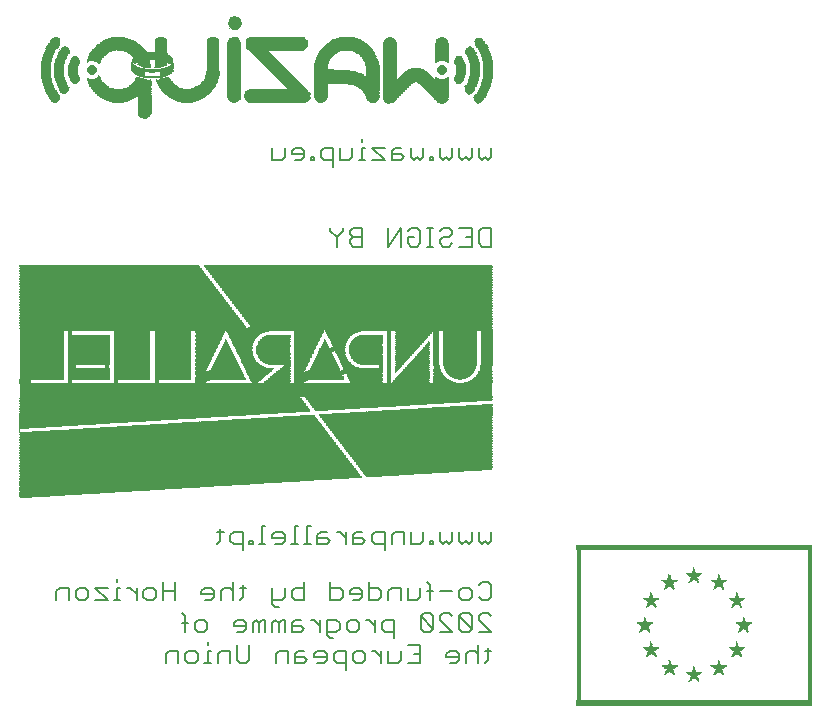
<source format=gbo>
G75*
%MOIN*%
%OFA0B0*%
%FSLAX25Y25*%
%IPPOS*%
%LPD*%
%AMOC8*
5,1,8,0,0,1.08239X$1,22.5*
%
%ADD10C,0.00800*%
%ADD11R,0.78400X0.00034*%
%ADD12R,0.78470X0.00033*%
%ADD13R,0.78500X0.00034*%
%ADD14R,0.78500X0.00033*%
%ADD15R,0.01570X0.00033*%
%ADD16R,0.01630X0.00033*%
%ADD17R,0.01570X0.00034*%
%ADD18R,0.01630X0.00034*%
%ADD19R,0.00100X0.00033*%
%ADD20R,0.00160X0.00033*%
%ADD21R,0.00170X0.00033*%
%ADD22R,0.00170X0.00034*%
%ADD23R,0.00160X0.00034*%
%ADD24R,0.00200X0.00033*%
%ADD25R,0.00240X0.00033*%
%ADD26R,0.00260X0.00033*%
%ADD27R,0.00270X0.00034*%
%ADD28R,0.00340X0.00033*%
%ADD29R,0.00300X0.00033*%
%ADD30R,0.00330X0.00033*%
%ADD31R,0.00370X0.00033*%
%ADD32R,0.00400X0.00034*%
%ADD33R,0.00400X0.00033*%
%ADD34R,0.00440X0.00033*%
%ADD35R,0.00460X0.00033*%
%ADD36R,0.00470X0.00033*%
%ADD37R,0.00500X0.00034*%
%ADD38R,0.00530X0.00033*%
%ADD39R,0.00600X0.00033*%
%ADD40R,0.00560X0.00033*%
%ADD41R,0.00600X0.00034*%
%ADD42R,0.00570X0.00034*%
%ADD43R,0.00640X0.00033*%
%ADD44R,0.00630X0.00033*%
%ADD45R,0.00700X0.00033*%
%ADD46R,0.00670X0.00033*%
%ADD47R,0.00700X0.00034*%
%ADD48R,0.00730X0.00034*%
%ADD49R,0.00730X0.00033*%
%ADD50R,0.00740X0.00033*%
%ADD51R,0.00770X0.00033*%
%ADD52R,0.00800X0.00034*%
%ADD53R,0.00830X0.00033*%
%ADD54R,0.00870X0.00033*%
%ADD55R,0.00940X0.00034*%
%ADD56R,0.00930X0.00034*%
%ADD57R,0.00970X0.00033*%
%ADD58R,0.00930X0.00033*%
%ADD59R,0.00960X0.00033*%
%ADD60R,0.01000X0.00033*%
%ADD61R,0.01000X0.00034*%
%ADD62R,0.01030X0.00034*%
%ADD63R,0.01030X0.00033*%
%ADD64R,0.01070X0.00033*%
%ADD65R,0.01060X0.00033*%
%ADD66R,0.01100X0.00033*%
%ADD67R,0.01130X0.00034*%
%ADD68R,0.01100X0.00034*%
%ADD69R,0.01130X0.00033*%
%ADD70R,0.01200X0.00033*%
%ADD71R,0.01200X0.00034*%
%ADD72R,0.01170X0.00034*%
%ADD73R,0.01270X0.00033*%
%ADD74R,0.02570X0.00033*%
%ADD75R,0.02530X0.00034*%
%ADD76R,0.02500X0.00033*%
%ADD77R,0.02470X0.00033*%
%ADD78R,0.02430X0.00034*%
%ADD79R,0.02430X0.00033*%
%ADD80R,0.02370X0.00034*%
%ADD81R,0.02370X0.00033*%
%ADD82R,0.02300X0.00034*%
%ADD83R,0.02330X0.00033*%
%ADD84R,0.02300X0.00033*%
%ADD85R,0.02270X0.00034*%
%ADD86R,0.02270X0.00033*%
%ADD87R,0.02230X0.00033*%
%ADD88R,0.02230X0.00034*%
%ADD89R,0.02200X0.00033*%
%ADD90R,0.02170X0.00034*%
%ADD91R,0.02130X0.00033*%
%ADD92R,0.02100X0.00033*%
%ADD93R,0.02070X0.00034*%
%ADD94R,0.02170X0.00033*%
%ADD95R,0.02530X0.00033*%
%ADD96R,0.02600X0.00034*%
%ADD97R,0.02730X0.00033*%
%ADD98R,0.02830X0.00033*%
%ADD99R,0.00060X0.00034*%
%ADD100R,0.02900X0.00034*%
%ADD101R,0.00070X0.00034*%
%ADD102R,0.00130X0.00033*%
%ADD103R,0.02970X0.00033*%
%ADD104R,0.03100X0.00033*%
%ADD105R,0.00200X0.00034*%
%ADD106R,0.03170X0.00034*%
%ADD107R,0.03270X0.00033*%
%ADD108R,0.00270X0.00033*%
%ADD109R,0.03370X0.00033*%
%ADD110R,0.00300X0.00034*%
%ADD111R,0.03430X0.00034*%
%ADD112R,0.03530X0.00033*%
%ADD113R,0.03660X0.00033*%
%ADD114R,0.00360X0.00033*%
%ADD115R,0.00440X0.00034*%
%ADD116R,0.03730X0.00034*%
%ADD117R,0.00430X0.00034*%
%ADD118R,0.00430X0.00033*%
%ADD119R,0.03800X0.00033*%
%ADD120R,0.03930X0.00033*%
%ADD121R,0.00500X0.00033*%
%ADD122R,0.04000X0.00034*%
%ADD123R,0.00530X0.00034*%
%ADD124R,0.00540X0.00034*%
%ADD125R,0.04100X0.00033*%
%ADD126R,0.00540X0.00033*%
%ADD127R,0.00570X0.00033*%
%ADD128R,0.04200X0.00033*%
%ADD129R,0.00630X0.00034*%
%ADD130R,0.04270X0.00034*%
%ADD131R,0.04370X0.00033*%
%ADD132R,0.04430X0.00033*%
%ADD133R,0.00740X0.00034*%
%ADD134R,0.04540X0.00034*%
%ADD135R,0.04630X0.00033*%
%ADD136R,0.00760X0.00033*%
%ADD137R,0.04730X0.00033*%
%ADD138R,0.00800X0.00033*%
%ADD139R,0.00770X0.00034*%
%ADD140R,0.00830X0.00034*%
%ADD141R,0.04800X0.00034*%
%ADD142R,0.00860X0.00033*%
%ADD143R,0.04900X0.00033*%
%ADD144R,0.00900X0.00033*%
%ADD145R,0.05000X0.00033*%
%ADD146R,0.05100X0.00034*%
%ADD147R,0.00900X0.00034*%
%ADD148R,0.00870X0.00034*%
%ADD149R,0.00940X0.00033*%
%ADD150R,0.05230X0.00033*%
%ADD151R,0.05300X0.00033*%
%ADD152R,0.01040X0.00034*%
%ADD153R,0.05270X0.00034*%
%ADD154R,0.01060X0.00034*%
%ADD155R,0.01070X0.00034*%
%ADD156R,0.01230X0.00033*%
%ADD157R,0.01230X0.00034*%
%ADD158R,0.01140X0.00034*%
%ADD159R,0.01170X0.00033*%
%ADD160R,0.01160X0.00033*%
%ADD161R,0.01270X0.00034*%
%ADD162R,0.01300X0.00033*%
%ADD163R,0.02540X0.00033*%
%ADD164R,0.02540X0.00034*%
%ADD165R,0.02460X0.00033*%
%ADD166R,0.02460X0.00034*%
%ADD167R,0.02500X0.00034*%
%ADD168R,0.02440X0.00033*%
%ADD169R,0.02400X0.00033*%
%ADD170R,0.02400X0.00034*%
%ADD171R,0.00970X0.00034*%
%ADD172R,0.02360X0.00034*%
%ADD173R,0.02360X0.00033*%
%ADD174R,0.02340X0.00034*%
%ADD175R,0.02330X0.00034*%
%ADD176R,0.02260X0.00033*%
%ADD177R,0.02260X0.00034*%
%ADD178R,0.02240X0.00033*%
%ADD179R,0.02200X0.00034*%
%ADD180R,0.02140X0.00033*%
%ADD181R,0.02140X0.00034*%
%ADD182R,0.02130X0.00034*%
%ADD183R,0.02100X0.00034*%
%ADD184R,0.02560X0.00033*%
%ADD185R,0.02660X0.00034*%
%ADD186R,0.02670X0.00034*%
%ADD187R,0.02770X0.00033*%
%ADD188R,0.02870X0.00033*%
%ADD189R,0.02970X0.00034*%
%ADD190R,0.00470X0.00034*%
%ADD191R,0.03000X0.00033*%
%ADD192R,0.03240X0.00034*%
%ADD193R,0.03260X0.00033*%
%ADD194R,0.03300X0.00033*%
%ADD195R,0.03400X0.00033*%
%ADD196R,0.03360X0.00033*%
%ADD197R,0.03500X0.00034*%
%ADD198R,0.00330X0.00034*%
%ADD199R,0.03440X0.00034*%
%ADD200R,0.03570X0.00033*%
%ADD201R,0.03560X0.00033*%
%ADD202R,0.03700X0.00033*%
%ADD203R,0.03770X0.00034*%
%ADD204R,0.00230X0.00034*%
%ADD205R,0.03760X0.00034*%
%ADD206R,0.03830X0.00033*%
%ADD207R,0.00230X0.00033*%
%ADD208R,0.03900X0.00033*%
%ADD209R,0.03970X0.00033*%
%ADD210R,0.04060X0.00034*%
%ADD211R,0.04100X0.00034*%
%ADD212R,0.04140X0.00033*%
%ADD213R,0.04260X0.00033*%
%ADD214R,0.04240X0.00033*%
%ADD215R,0.04370X0.00034*%
%ADD216R,0.04400X0.00033*%
%ADD217R,0.04440X0.00033*%
%ADD218R,0.04530X0.00033*%
%ADD219R,0.04500X0.00033*%
%ADD220R,0.04600X0.00034*%
%ADD221R,0.00100X0.00034*%
%ADD222R,0.04660X0.00033*%
%ADD223R,0.04670X0.00033*%
%ADD224R,0.04770X0.00033*%
%ADD225R,0.04760X0.00033*%
%ADD226R,0.04860X0.00034*%
%ADD227R,0.04840X0.00034*%
%ADD228R,0.04970X0.00033*%
%ADD229R,0.04930X0.00033*%
%ADD230R,0.05060X0.00033*%
%ADD231R,0.05070X0.00033*%
%ADD232R,0.05170X0.00034*%
%ADD233R,0.05130X0.00034*%
%ADD234R,0.05260X0.00033*%
%ADD235R,0.05240X0.00033*%
%ADD236R,0.05270X0.00033*%
%ADD237R,0.01260X0.00034*%
%ADD238R,0.01300X0.00034*%
%ADD239R,0.01260X0.00033*%
%ADD240R,0.01240X0.00033*%
%ADD241R,0.01240X0.00034*%
%ADD242R,0.01160X0.00034*%
%ADD243R,0.01140X0.00033*%
%ADD244R,0.01040X0.00033*%
%ADD245R,0.00960X0.00034*%
%ADD246R,0.00660X0.00033*%
%ADD247R,0.00670X0.00034*%
%ADD248R,0.00560X0.00034*%
%ADD249R,0.00340X0.00034*%
%ADD250R,0.00260X0.00034*%
%ADD251R,0.00140X0.00034*%
%ADD252R,0.00130X0.00034*%
%ADD253R,0.00140X0.00033*%
%ADD254R,0.00070X0.00033*%
%ADD255R,0.00060X0.00033*%
%ADD256R,0.00240X0.00034*%
%ADD257R,0.00360X0.00034*%
%ADD258R,0.00370X0.00034*%
%ADD259R,0.00840X0.00033*%
%ADD260R,0.02570X0.00034*%
%ADD261R,0.02470X0.00034*%
%ADD262R,0.02070X0.00033*%
%ADD263R,0.02670X0.00033*%
%ADD264R,0.02760X0.00033*%
%ADD265R,0.02870X0.00034*%
%ADD266R,0.02830X0.00034*%
%ADD267R,0.02930X0.00033*%
%ADD268R,0.02900X0.00033*%
%ADD269R,0.03030X0.00033*%
%ADD270R,0.03100X0.00034*%
%ADD271R,0.03130X0.00034*%
%ADD272R,0.03200X0.00033*%
%ADD273R,0.03230X0.00033*%
%ADD274R,0.03330X0.00033*%
%ADD275R,0.03400X0.00034*%
%ADD276R,0.03370X0.00034*%
%ADD277R,0.03470X0.00033*%
%ADD278R,0.03600X0.00033*%
%ADD279R,0.03670X0.00034*%
%ADD280R,0.03730X0.00033*%
%ADD281R,0.03770X0.00033*%
%ADD282R,0.03870X0.00033*%
%ADD283R,0.03960X0.00034*%
%ADD284R,0.03970X0.00034*%
%ADD285R,0.04070X0.00033*%
%ADD286R,0.04030X0.00033*%
%ADD287R,0.04230X0.00034*%
%ADD288R,0.04330X0.00033*%
%ADD289R,0.04300X0.00033*%
%ADD290R,0.04530X0.00034*%
%ADD291R,0.04500X0.00034*%
%ADD292R,0.04570X0.00033*%
%ADD293R,0.04600X0.00033*%
%ADD294R,0.04700X0.00033*%
%ADD295R,0.04770X0.00034*%
%ADD296R,0.04870X0.00033*%
%ADD297R,0.04960X0.00033*%
%ADD298R,0.05070X0.00034*%
%ADD299R,0.05130X0.00033*%
%ADD300R,0.01970X0.00033*%
%ADD301R,0.00030X0.00033*%
%ADD302R,0.00840X0.00034*%
%ADD303R,0.02240X0.00034*%
%ADD304R,0.02160X0.00033*%
%ADD305R,0.02160X0.00034*%
%ADD306R,0.02640X0.00033*%
%ADD307R,0.02600X0.00033*%
%ADD308R,0.02700X0.00034*%
%ADD309R,0.02640X0.00034*%
%ADD310R,0.02800X0.00033*%
%ADD311R,0.03040X0.00034*%
%ADD312R,0.02930X0.00034*%
%ADD313R,0.03130X0.00033*%
%ADD314R,0.03270X0.00034*%
%ADD315R,0.03230X0.00034*%
%ADD316R,0.03440X0.00033*%
%ADD317R,0.03560X0.00034*%
%ADD318R,0.03640X0.00033*%
%ADD319R,0.03760X0.00033*%
%ADD320R,0.03670X0.00033*%
%ADD321R,0.03840X0.00034*%
%ADD322R,0.04040X0.00033*%
%ADD323R,0.03960X0.00033*%
%ADD324R,0.04070X0.00034*%
%ADD325R,0.04160X0.00033*%
%ADD326R,0.04270X0.00033*%
%ADD327R,0.04440X0.00034*%
%ADD328R,0.04330X0.00034*%
%ADD329R,0.04470X0.00033*%
%ADD330R,0.04670X0.00034*%
%ADD331R,0.04630X0.00034*%
%ADD332R,0.04830X0.00033*%
%ADD333R,0.04800X0.00033*%
%ADD334R,0.04930X0.00034*%
%ADD335R,0.04870X0.00034*%
%ADD336R,0.05230X0.00034*%
%ADD337R,0.00760X0.00034*%
%ADD338R,0.00040X0.00033*%
%ADD339R,0.00640X0.00034*%
%ADD340R,0.02730X0.00034*%
%ADD341R,0.02700X0.00033*%
%ADD342R,0.03070X0.00033*%
%ADD343R,0.03430X0.00033*%
%ADD344R,0.03470X0.00034*%
%ADD345R,0.03630X0.00033*%
%ADD346R,0.03800X0.00034*%
%ADD347R,0.03700X0.00034*%
%ADD348R,0.04300X0.00034*%
%ADD349R,0.04560X0.00034*%
%ADD350R,0.04900X0.00034*%
%ADD351R,0.05100X0.00033*%
%ADD352R,0.05200X0.00033*%
%ADD353R,0.03140X0.00034*%
%ADD354R,0.03340X0.00033*%
%ADD355R,0.03500X0.00033*%
%ADD356R,0.03660X0.00034*%
%ADD357R,0.03860X0.00033*%
%ADD358R,0.00460X0.00034*%
%ADD359R,0.03930X0.00034*%
%ADD360R,0.04060X0.00033*%
%ADD361R,0.04170X0.00033*%
%ADD362R,0.04130X0.00033*%
%ADD363R,0.04360X0.00033*%
%ADD364R,0.04740X0.00033*%
%ADD365R,0.05060X0.00034*%
%ADD366R,0.05260X0.00034*%
%ADD367R,0.02340X0.00033*%
%ADD368R,0.00860X0.00034*%
%ADD369R,0.00660X0.00034*%
%ADD370R,0.02630X0.00033*%
%ADD371R,0.03070X0.00034*%
%ADD372R,0.03460X0.00033*%
%ADD373R,0.03630X0.00034*%
%ADD374R,0.05030X0.00034*%
%ADD375R,0.05170X0.00033*%
%ADD376R,0.05300X0.00034*%
%ADD377R,0.78470X0.00034*%
%ADD378R,0.01160X0.00050*%
%ADD379R,0.01290X0.00050*%
%ADD380R,0.01340X0.00050*%
%ADD381R,0.01450X0.00050*%
%ADD382R,0.01560X0.00050*%
%ADD383R,0.01640X0.00050*%
%ADD384R,0.01740X0.00050*%
%ADD385R,0.00050X0.00050*%
%ADD386R,0.01850X0.00050*%
%ADD387R,0.00150X0.00050*%
%ADD388R,0.02600X0.00050*%
%ADD389R,0.02640X0.00050*%
%ADD390R,0.02690X0.00050*%
%ADD391R,0.02790X0.00050*%
%ADD392R,0.03000X0.00050*%
%ADD393R,0.03040X0.00050*%
%ADD394R,0.03090X0.00050*%
%ADD395R,0.03140X0.00050*%
%ADD396R,0.03200X0.00050*%
%ADD397R,0.03240X0.00050*%
%ADD398R,0.03290X0.00050*%
%ADD399R,0.03450X0.00050*%
%ADD400R,0.03760X0.00050*%
%ADD401R,0.03840X0.00050*%
%ADD402R,0.03890X0.00050*%
%ADD403R,0.03940X0.00050*%
%ADD404R,0.04000X0.00050*%
%ADD405R,0.04040X0.00050*%
%ADD406R,0.04140X0.00050*%
%ADD407R,0.04310X0.00050*%
%ADD408R,0.04360X0.00050*%
%ADD409R,0.04440X0.00050*%
%ADD410R,0.04400X0.00050*%
%ADD411R,0.00460X0.00050*%
%ADD412R,0.01000X0.00050*%
%ADD413R,0.00850X0.00050*%
%ADD414R,0.00560X0.00050*%
%ADD415R,0.01150X0.00050*%
%ADD416R,0.00950X0.00050*%
%ADD417R,0.00610X0.00050*%
%ADD418R,0.00710X0.00050*%
%ADD419R,0.01250X0.00050*%
%ADD420R,0.01050X0.00050*%
%ADD421R,0.01650X0.00050*%
%ADD422R,0.00840X0.00050*%
%ADD423R,0.01840X0.00050*%
%ADD424R,0.01700X0.00050*%
%ADD425R,0.00890X0.00050*%
%ADD426R,0.01200X0.00050*%
%ADD427R,0.01940X0.00050*%
%ADD428R,0.01750X0.00050*%
%ADD429R,0.01300X0.00050*%
%ADD430R,0.02040X0.00050*%
%ADD431R,0.00100X0.00050*%
%ADD432R,0.00160X0.00050*%
%ADD433R,0.00140X0.00050*%
%ADD434R,0.00090X0.00050*%
%ADD435R,0.00110X0.00050*%
%ADD436R,0.02550X0.00050*%
%ADD437R,0.02590X0.00050*%
%ADD438R,0.19260X0.00050*%
%ADD439R,0.01040X0.00050*%
%ADD440R,0.03700X0.00050*%
%ADD441R,0.01090X0.00050*%
%ADD442R,0.01550X0.00050*%
%ADD443R,0.02650X0.00050*%
%ADD444R,0.03800X0.00050*%
%ADD445R,0.03810X0.00050*%
%ADD446R,0.01600X0.00050*%
%ADD447R,0.02750X0.00050*%
%ADD448R,0.01800X0.00050*%
%ADD449R,0.19350X0.00050*%
%ADD450R,0.03850X0.00050*%
%ADD451R,0.02850X0.00050*%
%ADD452R,0.02310X0.00050*%
%ADD453R,0.00400X0.00050*%
%ADD454R,0.19400X0.00050*%
%ADD455R,0.00340X0.00050*%
%ADD456R,0.05900X0.00050*%
%ADD457R,0.00940X0.00050*%
%ADD458R,0.01310X0.00050*%
%ADD459R,0.02990X0.00050*%
%ADD460R,0.02450X0.00050*%
%ADD461R,0.02390X0.00050*%
%ADD462R,0.20200X0.00050*%
%ADD463R,0.02240X0.00050*%
%ADD464R,0.06000X0.00050*%
%ADD465R,0.01900X0.00050*%
%ADD466R,0.03050X0.00050*%
%ADD467R,0.02500X0.00050*%
%ADD468R,0.20260X0.00050*%
%ADD469R,0.02300X0.00050*%
%ADD470R,0.06100X0.00050*%
%ADD471R,0.01890X0.00050*%
%ADD472R,0.02000X0.00050*%
%ADD473R,0.03150X0.00050*%
%ADD474R,0.02360X0.00050*%
%ADD475R,0.06160X0.00050*%
%ADD476R,0.02100X0.00050*%
%ADD477R,0.03250X0.00050*%
%ADD478R,0.03190X0.00050*%
%ADD479R,0.20300X0.00050*%
%ADD480R,0.06200X0.00050*%
%ADD481R,0.00200X0.00050*%
%ADD482R,0.06250X0.00050*%
%ADD483R,0.02110X0.00050*%
%ADD484R,0.02190X0.00050*%
%ADD485R,0.03350X0.00050*%
%ADD486R,0.03390X0.00050*%
%ADD487R,0.02800X0.00050*%
%ADD488R,0.02950X0.00050*%
%ADD489R,0.20400X0.00050*%
%ADD490R,0.02560X0.00050*%
%ADD491R,0.06600X0.00050*%
%ADD492R,0.02200X0.00050*%
%ADD493R,0.02290X0.00050*%
%ADD494R,0.02900X0.00050*%
%ADD495R,0.02700X0.00050*%
%ADD496R,0.06700X0.00050*%
%ADD497R,0.06650X0.00050*%
%ADD498R,0.03550X0.00050*%
%ADD499R,0.03490X0.00050*%
%ADD500R,0.20510X0.00050*%
%ADD501R,0.02760X0.00050*%
%ADD502R,0.02350X0.00050*%
%ADD503R,0.02540X0.00050*%
%ADD504R,0.03650X0.00050*%
%ADD505R,0.03590X0.00050*%
%ADD506R,0.03100X0.00050*%
%ADD507R,0.03310X0.00050*%
%ADD508R,0.20600X0.00050*%
%ADD509R,0.00440X0.00050*%
%ADD510R,0.00060X0.00050*%
%ADD511R,0.06800X0.00050*%
%ADD512R,0.00040X0.00050*%
%ADD513R,0.00260X0.00050*%
%ADD514R,0.07300X0.00050*%
%ADD515R,0.00450X0.00050*%
%ADD516R,0.02510X0.00050*%
%ADD517R,0.03790X0.00050*%
%ADD518R,0.03400X0.00050*%
%ADD519R,0.20950X0.00050*%
%ADD520R,0.02960X0.00050*%
%ADD521R,0.07900X0.00050*%
%ADD522R,0.07890X0.00050*%
%ADD523R,0.03860X0.00050*%
%ADD524R,0.21000X0.00050*%
%ADD525R,0.07940X0.00050*%
%ADD526R,0.07990X0.00050*%
%ADD527R,0.02740X0.00050*%
%ADD528R,0.03960X0.00050*%
%ADD529R,0.03500X0.00050*%
%ADD530R,0.08050X0.00050*%
%ADD531R,0.08040X0.00050*%
%ADD532R,0.04060X0.00050*%
%ADD533R,0.03600X0.00050*%
%ADD534R,0.03710X0.00050*%
%ADD535R,0.21100X0.00050*%
%ADD536R,0.08600X0.00050*%
%ADD537R,0.08610X0.00050*%
%ADD538R,0.04160X0.00050*%
%ADD539R,0.03990X0.00050*%
%ADD540R,0.21150X0.00050*%
%ADD541R,0.03560X0.00050*%
%ADD542R,0.08700X0.00050*%
%ADD543R,0.08690X0.00050*%
%ADD544R,0.02840X0.00050*%
%ADD545R,0.04260X0.00050*%
%ADD546R,0.21200X0.00050*%
%ADD547R,0.08740X0.00050*%
%ADD548R,0.02890X0.00050*%
%ADD549R,0.04090X0.00050*%
%ADD550R,0.03910X0.00050*%
%ADD551R,0.21310X0.00050*%
%ADD552R,0.08850X0.00050*%
%ADD553R,0.08840X0.00050*%
%ADD554R,0.04290X0.00050*%
%ADD555R,0.03750X0.00050*%
%ADD556R,0.04010X0.00050*%
%ADD557R,0.21460X0.00050*%
%ADD558R,0.09360X0.00050*%
%ADD559R,0.09410X0.00050*%
%ADD560R,0.04410X0.00050*%
%ADD561R,0.04390X0.00050*%
%ADD562R,0.04050X0.00050*%
%ADD563R,0.21550X0.00050*%
%ADD564R,0.09450X0.00050*%
%ADD565R,0.09490X0.00050*%
%ADD566R,0.04460X0.00050*%
%ADD567R,0.21600X0.00050*%
%ADD568R,0.09500X0.00050*%
%ADD569R,0.04510X0.00050*%
%ADD570R,0.21700X0.00050*%
%ADD571R,0.09640X0.00050*%
%ADD572R,0.00250X0.00050*%
%ADD573R,0.04560X0.00050*%
%ADD574R,0.04540X0.00050*%
%ADD575R,0.04190X0.00050*%
%ADD576R,0.04150X0.00050*%
%ADD577R,0.21760X0.00050*%
%ADD578R,0.10200X0.00050*%
%ADD579R,0.10560X0.00050*%
%ADD580R,0.03440X0.00050*%
%ADD581R,0.04610X0.00050*%
%ADD582R,0.04590X0.00050*%
%ADD583R,0.21800X0.00050*%
%ADD584R,0.10250X0.00050*%
%ADD585R,0.10610X0.00050*%
%ADD586R,0.04660X0.00050*%
%ADD587R,0.04250X0.00050*%
%ADD588R,0.10310X0.00050*%
%ADD589R,0.10690X0.00050*%
%ADD590R,0.04760X0.00050*%
%ADD591R,0.04690X0.00050*%
%ADD592R,0.03950X0.00050*%
%ADD593R,0.10640X0.00050*%
%ADD594R,0.10790X0.00050*%
%ADD595R,0.03640X0.00050*%
%ADD596R,0.04910X0.00050*%
%ADD597R,0.04740X0.00050*%
%ADD598R,0.10760X0.00050*%
%ADD599R,0.10960X0.00050*%
%ADD600R,0.04960X0.00050*%
%ADD601R,0.21750X0.00050*%
%ADD602R,0.10800X0.00050*%
%ADD603R,0.11010X0.00050*%
%ADD604R,0.05060X0.00050*%
%ADD605R,0.04790X0.00050*%
%ADD606R,0.04240X0.00050*%
%ADD607R,0.04100X0.00050*%
%ADD608R,0.10910X0.00050*%
%ADD609R,0.11090X0.00050*%
%ADD610R,0.05110X0.00050*%
%ADD611R,0.04890X0.00050*%
%ADD612R,0.21900X0.00050*%
%ADD613R,0.11490X0.00050*%
%ADD614R,0.11590X0.00050*%
%ADD615R,0.05160X0.00050*%
%ADD616R,0.04940X0.00050*%
%ADD617R,0.04340X0.00050*%
%ADD618R,0.04350X0.00050*%
%ADD619R,0.21950X0.00050*%
%ADD620R,0.04200X0.00050*%
%ADD621R,0.11700X0.00050*%
%ADD622R,0.05210X0.00050*%
%ADD623R,0.22000X0.00050*%
%ADD624R,0.11600X0.00050*%
%ADD625R,0.11810X0.00050*%
%ADD626R,0.03690X0.00050*%
%ADD627R,0.05260X0.00050*%
%ADD628R,0.04990X0.00050*%
%ADD629R,0.04300X0.00050*%
%ADD630R,0.11650X0.00050*%
%ADD631R,0.11850X0.00050*%
%ADD632R,0.05310X0.00050*%
%ADD633R,0.05090X0.00050*%
%ADD634R,0.12040X0.00050*%
%ADD635R,0.12250X0.00050*%
%ADD636R,0.05360X0.00050*%
%ADD637R,0.05150X0.00050*%
%ADD638R,0.12090X0.00050*%
%ADD639R,0.12300X0.00050*%
%ADD640R,0.05410X0.00050*%
%ADD641R,0.12150X0.00050*%
%ADD642R,0.12350X0.00050*%
%ADD643R,0.05460X0.00050*%
%ADD644R,0.05200X0.00050*%
%ADD645R,0.04450X0.00050*%
%ADD646R,0.12450X0.00050*%
%ADD647R,0.05560X0.00050*%
%ADD648R,0.05300X0.00050*%
%ADD649R,0.12440X0.00050*%
%ADD650R,0.17250X0.00050*%
%ADD651R,0.12490X0.00050*%
%ADD652R,0.05610X0.00050*%
%ADD653R,0.05350X0.00050*%
%ADD654R,0.12550X0.00050*%
%ADD655R,0.17300X0.00050*%
%ADD656R,0.05660X0.00050*%
%ADD657R,0.05400X0.00050*%
%ADD658R,0.04650X0.00050*%
%ADD659R,0.12650X0.00050*%
%ADD660R,0.17340X0.00050*%
%ADD661R,0.03740X0.00050*%
%ADD662R,0.05710X0.00050*%
%ADD663R,0.05500X0.00050*%
%ADD664R,0.13200X0.00050*%
%ADD665R,0.17590X0.00050*%
%ADD666R,0.05760X0.00050*%
%ADD667R,0.13240X0.00050*%
%ADD668R,0.17650X0.00050*%
%ADD669R,0.05810X0.00050*%
%ADD670R,0.05550X0.00050*%
%ADD671R,0.04640X0.00050*%
%ADD672R,0.13290X0.00050*%
%ADD673R,0.05860X0.00050*%
%ADD674R,0.05600X0.00050*%
%ADD675R,0.13450X0.00050*%
%ADD676R,0.17750X0.00050*%
%ADD677R,0.05910X0.00050*%
%ADD678R,0.05700X0.00050*%
%ADD679R,0.13600X0.00050*%
%ADD680R,0.17790X0.00050*%
%ADD681R,0.05960X0.00050*%
%ADD682R,0.13640X0.00050*%
%ADD683R,0.17850X0.00050*%
%ADD684R,0.06010X0.00050*%
%ADD685R,0.05750X0.00050*%
%ADD686R,0.13690X0.00050*%
%ADD687R,0.06060X0.00050*%
%ADD688R,0.05850X0.00050*%
%ADD689R,0.14100X0.00050*%
%ADD690R,0.17950X0.00050*%
%ADD691R,0.06110X0.00050*%
%ADD692R,0.14200X0.00050*%
%ADD693R,0.17990X0.00050*%
%ADD694R,0.18050X0.00050*%
%ADD695R,0.06210X0.00050*%
%ADD696R,0.05950X0.00050*%
%ADD697R,0.04840X0.00050*%
%ADD698R,0.14290X0.00050*%
%ADD699R,0.18100X0.00050*%
%ADD700R,0.00750X0.00050*%
%ADD701R,0.06260X0.00050*%
%ADD702R,0.06050X0.00050*%
%ADD703R,0.21850X0.00050*%
%ADD704R,0.14500X0.00050*%
%ADD705R,0.18150X0.00050*%
%ADD706R,0.06310X0.00050*%
%ADD707R,0.14550X0.00050*%
%ADD708R,0.18190X0.00050*%
%ADD709R,0.06350X0.00050*%
%ADD710R,0.14600X0.00050*%
%ADD711R,0.18250X0.00050*%
%ADD712R,0.06400X0.00050*%
%ADD713R,0.06150X0.00050*%
%ADD714R,0.14690X0.00050*%
%ADD715R,0.18300X0.00050*%
%ADD716R,0.01100X0.00050*%
%ADD717R,0.06450X0.00050*%
%ADD718R,0.21650X0.00050*%
%ADD719R,0.14900X0.00050*%
%ADD720R,0.18350X0.00050*%
%ADD721R,0.03660X0.00050*%
%ADD722R,0.06500X0.00050*%
%ADD723R,0.06300X0.00050*%
%ADD724R,0.14950X0.00050*%
%ADD725R,0.18390X0.00050*%
%ADD726R,0.03610X0.00050*%
%ADD727R,0.06550X0.00050*%
%ADD728R,0.15000X0.00050*%
%ADD729R,0.01400X0.00050*%
%ADD730R,0.05040X0.00050*%
%ADD731R,0.21560X0.00050*%
%ADD732R,0.15190X0.00050*%
%ADD733R,0.18500X0.00050*%
%ADD734R,0.03510X0.00050*%
%ADD735R,0.01500X0.00050*%
%ADD736R,0.15300X0.00050*%
%ADD737R,0.18550X0.00050*%
%ADD738R,0.03460X0.00050*%
%ADD739R,0.05140X0.00050*%
%ADD740R,0.21400X0.00050*%
%ADD741R,0.15350X0.00050*%
%ADD742R,0.18590X0.00050*%
%ADD743R,0.06750X0.00050*%
%ADD744R,0.05190X0.00050*%
%ADD745R,0.15400X0.00050*%
%ADD746R,0.01460X0.00050*%
%ADD747R,0.05240X0.00050*%
%ADD748R,0.21300X0.00050*%
%ADD749R,0.15590X0.00050*%
%ADD750R,0.18700X0.00050*%
%ADD751R,0.01510X0.00050*%
%ADD752R,0.06850X0.00050*%
%ADD753R,0.05340X0.00050*%
%ADD754R,0.21260X0.00050*%
%ADD755R,0.15700X0.00050*%
%ADD756R,0.18750X0.00050*%
%ADD757R,0.01490X0.00050*%
%ADD758R,0.01950X0.00050*%
%ADD759R,0.06900X0.00050*%
%ADD760R,0.01540X0.00050*%
%ADD761R,0.02050X0.00050*%
%ADD762R,0.06950X0.00050*%
%ADD763R,0.15800X0.00050*%
%ADD764R,0.18790X0.00050*%
%ADD765R,0.01710X0.00050*%
%ADD766R,0.02250X0.00050*%
%ADD767R,0.07000X0.00050*%
%ADD768R,0.15990X0.00050*%
%ADD769R,0.18900X0.00050*%
%ADD770R,0.02210X0.00050*%
%ADD771R,0.07050X0.00050*%
%ADD772R,0.20860X0.00050*%
%ADD773R,0.16100X0.00050*%
%ADD774R,0.18950X0.00050*%
%ADD775R,0.07100X0.00050*%
%ADD776R,0.20800X0.00050*%
%ADD777R,0.07150X0.00050*%
%ADD778R,0.05390X0.00050*%
%ADD779R,0.20750X0.00050*%
%ADD780R,0.16210X0.00050*%
%ADD781R,0.18990X0.00050*%
%ADD782R,0.02460X0.00050*%
%ADD783R,0.07250X0.00050*%
%ADD784R,0.05490X0.00050*%
%ADD785R,0.16400X0.00050*%
%ADD786R,0.19100X0.00050*%
%ADD787R,0.02610X0.00050*%
%ADD788R,0.16500X0.00050*%
%ADD789R,0.19150X0.00050*%
%ADD790R,0.05540X0.00050*%
%ADD791R,0.07360X0.00050*%
%ADD792R,0.05590X0.00050*%
%ADD793R,0.16560X0.00050*%
%ADD794R,0.19250X0.00050*%
%ADD795R,0.07410X0.00050*%
%ADD796R,0.07200X0.00050*%
%ADD797R,0.05690X0.00050*%
%ADD798R,0.20100X0.00050*%
%ADD799R,0.16660X0.00050*%
%ADD800R,0.19300X0.00050*%
%ADD801R,0.07460X0.00050*%
%ADD802R,0.20060X0.00050*%
%ADD803R,0.07510X0.00050*%
%ADD804R,0.05740X0.00050*%
%ADD805R,0.16700X0.00050*%
%ADD806R,0.03540X0.00050*%
%ADD807R,0.07560X0.00050*%
%ADD808R,0.05790X0.00050*%
%ADD809R,0.19950X0.00050*%
%ADD810R,0.16850X0.00050*%
%ADD811R,0.19450X0.00050*%
%ADD812R,0.02910X0.00050*%
%ADD813R,0.07610X0.00050*%
%ADD814R,0.07400X0.00050*%
%ADD815R,0.05890X0.00050*%
%ADD816R,0.19190X0.00050*%
%ADD817R,0.17000X0.00050*%
%ADD818R,0.19500X0.00050*%
%ADD819R,0.03010X0.00050*%
%ADD820R,0.07660X0.00050*%
%ADD821R,0.19110X0.00050*%
%ADD822R,0.17060X0.00050*%
%ADD823R,0.19550X0.00050*%
%ADD824R,0.07710X0.00050*%
%ADD825R,0.07450X0.00050*%
%ADD826R,0.07760X0.00050*%
%ADD827R,0.07540X0.00050*%
%ADD828R,0.17150X0.00050*%
%ADD829R,0.07810X0.00050*%
%ADD830R,0.07590X0.00050*%
%ADD831R,0.17200X0.00050*%
%ADD832R,0.10490X0.00050*%
%ADD833R,0.08210X0.00050*%
%ADD834R,0.07860X0.00050*%
%ADD835R,0.17260X0.00050*%
%ADD836R,0.10450X0.00050*%
%ADD837R,0.03300X0.00050*%
%ADD838R,0.07910X0.00050*%
%ADD839R,0.07640X0.00050*%
%ADD840R,0.05940X0.00050*%
%ADD841R,0.17410X0.00050*%
%ADD842R,0.08190X0.00050*%
%ADD843R,0.07950X0.00050*%
%ADD844R,0.07740X0.00050*%
%ADD845R,0.17490X0.00050*%
%ADD846R,0.10400X0.00050*%
%ADD847R,0.08250X0.00050*%
%ADD848R,0.03360X0.00050*%
%ADD849R,0.08000X0.00050*%
%ADD850R,0.07790X0.00050*%
%ADD851R,0.06090X0.00050*%
%ADD852R,0.07260X0.00050*%
%ADD853R,0.09140X0.00050*%
%ADD854R,0.07210X0.00050*%
%ADD855R,0.07390X0.00050*%
%ADD856R,0.08100X0.00050*%
%ADD857R,0.07840X0.00050*%
%ADD858R,0.07310X0.00050*%
%ADD859R,0.07500X0.00050*%
%ADD860R,0.09090X0.00050*%
%ADD861R,0.07090X0.00050*%
%ADD862R,0.08150X0.00050*%
%ADD863R,0.08450X0.00050*%
%ADD864R,0.08200X0.00050*%
%ADD865R,0.08400X0.00050*%
%ADD866R,0.08340X0.00050*%
%ADD867R,0.08300X0.00050*%
%ADD868R,0.08090X0.00050*%
%ADD869R,0.06710X0.00050*%
%ADD870R,0.06590X0.00050*%
%ADD871R,0.06290X0.00050*%
%ADD872R,0.08350X0.00050*%
%ADD873R,0.08140X0.00050*%
%ADD874R,0.06640X0.00050*%
%ADD875R,0.08500X0.00050*%
%ADD876R,0.08290X0.00050*%
%ADD877R,0.06340X0.00050*%
%ADD878R,0.08550X0.00050*%
%ADD879R,0.06140X0.00050*%
%ADD880R,0.07650X0.00050*%
%ADD881R,0.08650X0.00050*%
%ADD882R,0.08390X0.00050*%
%ADD883R,0.07600X0.00050*%
%ADD884R,0.08490X0.00050*%
%ADD885R,0.06190X0.00050*%
%ADD886R,0.05990X0.00050*%
%ADD887R,0.07550X0.00050*%
%ADD888R,0.08750X0.00050*%
%ADD889R,0.08540X0.00050*%
%ADD890R,0.08800X0.00050*%
%ADD891R,0.08590X0.00050*%
%ADD892R,0.00350X0.00050*%
%ADD893R,0.08900X0.00050*%
%ADD894R,0.07750X0.00050*%
%ADD895R,0.07350X0.00050*%
%ADD896R,0.03260X0.00050*%
%ADD897R,0.08950X0.00050*%
%ADD898R,0.07800X0.00050*%
%ADD899R,0.09000X0.00050*%
%ADD900R,0.07850X0.00050*%
%ADD901R,0.09050X0.00050*%
%ADD902R,0.08790X0.00050*%
%ADD903R,0.05840X0.00050*%
%ADD904R,0.09100X0.00050*%
%ADD905R,0.08890X0.00050*%
%ADD906R,0.09150X0.00050*%
%ADD907R,0.06890X0.00050*%
%ADD908R,0.05510X0.00050*%
%ADD909R,0.09200X0.00050*%
%ADD910R,0.08940X0.00050*%
%ADD911R,0.09250X0.00050*%
%ADD912R,0.08990X0.00050*%
%ADD913R,0.05440X0.00050*%
%ADD914R,0.03340X0.00050*%
%ADD915R,0.09300X0.00050*%
%ADD916R,0.09350X0.00050*%
%ADD917R,0.06690X0.00050*%
%ADD918R,0.09400X0.00050*%
%ADD919R,0.09240X0.00050*%
%ADD920R,0.10190X0.00050*%
%ADD921R,0.09290X0.00050*%
%ADD922R,0.09550X0.00050*%
%ADD923R,0.10290X0.00050*%
%ADD924R,0.06490X0.00050*%
%ADD925R,0.09600X0.00050*%
%ADD926R,0.09340X0.00050*%
%ADD927R,0.10350X0.00050*%
%ADD928R,0.04490X0.00050*%
%ADD929R,0.00540X0.00050*%
%ADD930R,0.09650X0.00050*%
%ADD931R,0.09440X0.00050*%
%ADD932R,0.21790X0.00050*%
%ADD933R,0.05450X0.00050*%
%ADD934R,0.00590X0.00050*%
%ADD935R,0.09700X0.00050*%
%ADD936R,0.00640X0.00050*%
%ADD937R,0.09750X0.00050*%
%ADD938R,0.00300X0.00050*%
%ADD939R,0.00790X0.00050*%
%ADD940R,0.09800X0.00050*%
%ADD941R,0.09540X0.00050*%
%ADD942R,0.03110X0.00050*%
%ADD943R,0.09850X0.00050*%
%ADD944R,0.09900X0.00050*%
%ADD945R,0.09690X0.00050*%
%ADD946R,0.01350X0.00050*%
%ADD947R,0.01590X0.00050*%
%ADD948R,0.09950X0.00050*%
%ADD949R,0.10000X0.00050*%
%ADD950R,0.09790X0.00050*%
%ADD951R,0.05290X0.00050*%
%ADD952R,0.01760X0.00050*%
%ADD953R,0.10050X0.00050*%
%ADD954R,0.09840X0.00050*%
%ADD955R,0.10100X0.00050*%
%ADD956R,0.01990X0.00050*%
%ADD957R,0.10150X0.00050*%
%ADD958R,0.09890X0.00050*%
%ADD959R,0.10340X0.00050*%
%ADD960R,0.05100X0.00050*%
%ADD961R,0.10390X0.00050*%
%ADD962R,0.04950X0.00050*%
%ADD963R,0.05800X0.00050*%
%ADD964R,0.10440X0.00050*%
%ADD965R,0.10510X0.00050*%
%ADD966R,0.00500X0.00050*%
%ADD967R,0.05010X0.00050*%
%ADD968R,0.03410X0.00050*%
%ADD969R,0.04850X0.00050*%
%ADD970R,0.05000X0.00050*%
%ADD971R,0.04810X0.00050*%
%ADD972R,0.05650X0.00050*%
%ADD973R,0.04750X0.00050*%
%ADD974R,0.04800X0.00050*%
%ADD975R,0.17290X0.00050*%
%ADD976R,0.17240X0.00050*%
%ADD977R,0.17190X0.00050*%
%ADD978R,0.04700X0.00050*%
%ADD979R,0.17140X0.00050*%
%ADD980R,0.05250X0.00050*%
%ADD981R,0.03210X0.00050*%
%ADD982R,0.12400X0.00050*%
%ADD983R,0.01260X0.00050*%
%ADD984R,0.12000X0.00050*%
%ADD985R,0.03060X0.00050*%
%ADD986R,0.00800X0.00050*%
%ADD987R,0.01210X0.00050*%
%ADD988R,0.11950X0.00050*%
%ADD989R,0.00700X0.00050*%
%ADD990R,0.01110X0.00050*%
%ADD991R,0.11750X0.00050*%
%ADD992R,0.01960X0.00050*%
%ADD993R,0.00600X0.00050*%
%ADD994R,0.01060X0.00050*%
%ADD995R,0.01010X0.00050*%
%ADD996R,0.11550X0.00050*%
%ADD997R,0.01910X0.00050*%
%ADD998R,0.00960X0.00050*%
%ADD999R,0.11440X0.00050*%
%ADD1000R,0.11340X0.00050*%
%ADD1001R,0.00650X0.00050*%
%ADD1002R,0.00660X0.00050*%
%ADD1003R,0.11190X0.00050*%
%ADD1004R,0.11140X0.00050*%
%ADD1005R,0.04600X0.00050*%
%ADD1006R,0.00550X0.00050*%
%ADD1007R,0.00510X0.00050*%
%ADD1008R,0.11040X0.00050*%
%ADD1009R,0.10940X0.00050*%
%ADD1010R,0.00490X0.00050*%
%ADD1011R,0.10740X0.00050*%
%ADD1012R,0.10540X0.00050*%
%ADD1013R,0.06790X0.00050*%
%ADD1014R,0.06960X0.00050*%
%ADD1015R,0.10240X0.00050*%
%ADD1016R,0.10090X0.00050*%
%ADD1017R,0.07340X0.00050*%
%ADD1018R,0.10040X0.00050*%
%ADD1019R,0.09940X0.00050*%
%ADD1020R,0.02150X0.00050*%
%ADD1021R,0.00360X0.00050*%
%ADD1022R,0.16900X0.00050*%
%ADD1023R,0.02140X0.00050*%
%ADD1024R,0.16800X0.00050*%
%ADD1025R,0.16750X0.00050*%
%ADD1026R,0.02490X0.00050*%
%ADD1027R,0.16450X0.00050*%
%ADD1028R,0.16350X0.00050*%
%ADD1029R,0.04550X0.00050*%
%ADD1030R,0.16300X0.00050*%
%ADD1031R,0.16250X0.00050*%
%ADD1032R,0.15750X0.00050*%
%ADD1033R,0.15640X0.00050*%
%ADD1034R,0.15540X0.00050*%
%ADD1035R,0.15490X0.00050*%
%ADD1036R,0.04500X0.00050*%
%ADD1037R,0.14840X0.00050*%
%ADD1038R,0.14790X0.00050*%
%ADD1039R,0.02400X0.00050*%
%ADD1040R,0.02340X0.00050*%
%ADD1041R,0.14740X0.00050*%
%ADD1042R,0.14440X0.00050*%
%ADD1043R,0.14390X0.00050*%
%ADD1044R,0.14340X0.00050*%
%ADD1045R,0.07040X0.00050*%
%ADD1046R,0.06940X0.00050*%
%ADD1047R,0.06840X0.00050*%
%ADD1048R,0.13340X0.00050*%
%ADD1049R,0.13590X0.00050*%
%ADD1050R,0.12200X0.00050*%
%ADD1051R,0.12140X0.00050*%
%ADD1052R,0.12100X0.00050*%
%ADD1053R,0.13700X0.00050*%
%ADD1054R,0.10500X0.00050*%
%ADD1055R,0.13800X0.00050*%
%ADD1056R,0.13840X0.00050*%
%ADD1057R,0.13960X0.00050*%
%ADD1058R,0.14150X0.00050*%
%ADD1059R,0.14240X0.00050*%
%ADD1060R,0.06390X0.00050*%
%ADD1061R,0.02710X0.00050*%
%ADD1062R,0.00690X0.00050*%
%ADD1063R,0.02260X0.00050*%
%ADD1064R,0.03160X0.00050*%
%ADD1065R,0.00860X0.00050*%
%ADD1066R,0.02810X0.00050*%
%ADD1067R,0.02090X0.00050*%
%ADD1068R,0.02160X0.00050*%
%ADD1069R,0.01690X0.00050*%
%ADD1070R,0.01440X0.00050*%
%ADD1071R,0.01360X0.00050*%
%ADD1072R,0.00900X0.00050*%
%ADD1073R,0.00240X0.00050*%
%ADD1074R,0.00910X0.00050*%
%ADD1075R,0.00310X0.00050*%
%ADD1076R,0.01660X0.00050*%
%ADD1077R,0.00740X0.00050*%
%ADD1078R,0.13650X0.00050*%
%ADD1079R,0.13560X0.00050*%
%ADD1080R,0.13440X0.00050*%
%ADD1081R,0.13400X0.00050*%
%ADD1082R,0.13350X0.00050*%
%ADD1083R,0.13300X0.00050*%
%ADD1084R,0.13150X0.00050*%
%ADD1085R,0.02860X0.00050*%
%ADD1086R,0.13050X0.00050*%
%ADD1087R,0.12960X0.00050*%
%ADD1088R,0.12840X0.00050*%
%ADD1089R,0.12800X0.00050*%
%ADD1090R,0.04900X0.00050*%
%ADD1091R,0.12560X0.00050*%
%ADD1092R,0.12500X0.00050*%
%ADD1093R,0.12600X0.00050*%
%ADD1094R,0.12540X0.00050*%
%ADD1095R,0.01190X0.00050*%
%ADD1096R,0.05050X0.00050*%
%ADD1097R,0.12340X0.00050*%
%ADD1098R,0.12850X0.00050*%
%ADD1099R,0.12900X0.00050*%
%ADD1100R,0.12940X0.00050*%
%ADD1101R,0.01140X0.00050*%
%ADD1102R,0.08110X0.00050*%
%ADD1103R,0.08010X0.00050*%
%ADD1104R,0.07960X0.00050*%
%ADD1105R,0.09260X0.00050*%
%ADD1106R,0.17100X0.00050*%
%ADD1107R,0.17310X0.00050*%
%ADD1108R,0.17050X0.00050*%
%ADD1109R,0.18650X0.00050*%
%ADD1110R,0.17210X0.00050*%
%ADD1111R,0.16910X0.00050*%
%ADD1112R,0.19060X0.00050*%
%ADD1113R,0.16810X0.00050*%
%ADD1114R,0.19410X0.00050*%
%ADD1115R,0.16510X0.00050*%
%ADD1116R,0.19600X0.00050*%
%ADD1117R,0.16410X0.00050*%
%ADD1118R,0.19650X0.00050*%
%ADD1119R,0.19700X0.00050*%
%ADD1120R,0.16110X0.00050*%
%ADD1121R,0.19750X0.00050*%
%ADD1122R,0.16000X0.00050*%
%ADD1123R,0.19860X0.00050*%
%ADD1124R,0.16010X0.00050*%
%ADD1125R,0.15850X0.00050*%
%ADD1126R,0.20010X0.00050*%
%ADD1127R,0.15840X0.00050*%
%ADD1128R,0.15710X0.00050*%
%ADD1129R,0.15600X0.00050*%
%ADD1130R,0.15610X0.00050*%
%ADD1131R,0.15390X0.00050*%
%ADD1132R,0.15290X0.00050*%
%ADD1133R,0.20350X0.00050*%
%ADD1134R,0.15310X0.00050*%
%ADD1135R,0.15150X0.00050*%
%ADD1136R,0.20550X0.00050*%
%ADD1137R,0.15210X0.00050*%
%ADD1138R,0.20610X0.00050*%
%ADD1139R,0.14990X0.00050*%
%ADD1140R,0.20660X0.00050*%
%ADD1141R,0.14890X0.00050*%
%ADD1142R,0.14910X0.00050*%
%ADD1143R,0.14750X0.00050*%
%ADD1144R,0.14810X0.00050*%
%ADD1145R,0.14590X0.00050*%
%ADD1146R,0.14490X0.00050*%
%ADD1147R,0.14510X0.00050*%
%ADD1148R,0.14350X0.00050*%
%ADD1149R,0.14190X0.00050*%
%ADD1150R,0.14090X0.00050*%
%ADD1151R,0.14110X0.00050*%
%ADD1152R,0.13550X0.00050*%
%ADD1153R,0.13660X0.00050*%
%ADD1154R,0.13500X0.00050*%
%ADD1155R,0.13610X0.00050*%
%ADD1156R,0.13390X0.00050*%
%ADD1157R,0.13310X0.00050*%
%ADD1158R,0.13210X0.00050*%
%ADD1159R,0.13100X0.00050*%
%ADD1160R,0.12990X0.00050*%
%ADD1161R,0.12760X0.00050*%
%ADD1162R,0.12700X0.00050*%
%ADD1163R,0.12610X0.00050*%
%ADD1164R,0.12590X0.00050*%
%ADD1165R,0.12360X0.00050*%
%ADD1166R,0.12160X0.00050*%
%ADD1167R,0.12210X0.00050*%
%ADD1168R,0.11990X0.00050*%
%ADD1169R,0.11690X0.00050*%
%ADD1170R,0.12010X0.00050*%
%ADD1171R,0.11610X0.00050*%
%ADD1172R,0.04210X0.00050*%
%ADD1173R,0.11900X0.00050*%
%ADD1174R,0.11500X0.00050*%
%ADD1175R,0.11450X0.00050*%
%ADD1176R,0.04110X0.00050*%
%ADD1177R,0.11300X0.00050*%
%ADD1178R,0.11210X0.00050*%
%ADD1179R,0.11100X0.00050*%
%ADD1180R,0.10950X0.00050*%
%ADD1181R,0.10810X0.00050*%
%ADD1182R,0.10650X0.00050*%
%ADD1183R,0.10410X0.00050*%
%ADD1184R,0.02940X0.00050*%
%ADD1185R,0.10010X0.00050*%
%ADD1186R,0.09860X0.00050*%
%ADD1187R,0.20500X0.00050*%
%ADD1188R,0.09610X0.00050*%
%ADD1189R,0.20150X0.00050*%
%ADD1190R,0.03900X0.00050*%
%ADD1191R,0.02410X0.00050*%
%ADD1192R,0.07490X0.00050*%
%ADD1193R,0.19660X0.00050*%
%ADD1194R,0.07240X0.00050*%
%ADD1195R,0.02660X0.00050*%
%ADD1196R,0.00190X0.00050*%
%ADD1197R,0.02060X0.00050*%
%ADD1198R,0.02440X0.00050*%
%ADD1199R,0.09160X0.00050*%
%ADD1200R,0.10900X0.00050*%
%ADD1201R,0.13360X0.00050*%
%ADD1202R,0.15050X0.00050*%
%ADD1203R,0.17610X0.00050*%
%ADD1204R,0.22550X0.00050*%
%ADD1205R,0.23310X0.00050*%
%ADD1206R,0.24060X0.00050*%
%ADD1207R,0.25000X0.00050*%
%ADD1208R,0.25800X0.00050*%
%ADD1209R,0.26750X0.00050*%
%ADD1210R,0.27550X0.00050*%
%ADD1211R,0.28310X0.00050*%
%ADD1212R,0.29050X0.00050*%
%ADD1213R,0.30000X0.00050*%
%ADD1214R,0.30960X0.00050*%
%ADD1215R,0.31760X0.00050*%
%ADD1216R,0.32510X0.00050*%
%ADD1217R,0.33450X0.00050*%
%ADD1218R,0.34000X0.00050*%
%ADD1219R,0.34960X0.00050*%
%ADD1220R,0.35960X0.00050*%
%ADD1221R,0.36760X0.00050*%
%ADD1222R,0.37650X0.00050*%
%ADD1223R,0.38450X0.00050*%
%ADD1224R,0.39150X0.00050*%
%ADD1225R,0.39950X0.00050*%
%ADD1226R,0.40900X0.00050*%
%ADD1227R,0.41700X0.00050*%
%ADD1228R,0.42660X0.00050*%
%ADD1229R,0.43410X0.00050*%
%ADD1230R,0.44150X0.00050*%
%ADD1231R,0.44900X0.00050*%
%ADD1232R,0.45860X0.00050*%
%ADD1233R,0.46660X0.00050*%
%ADD1234R,0.47600X0.00050*%
%ADD1235R,0.48400X0.00050*%
%ADD1236R,0.49110X0.00050*%
%ADD1237R,0.49910X0.00050*%
%ADD1238R,0.50860X0.00050*%
%ADD1239R,0.51660X0.00050*%
%ADD1240R,0.52600X0.00050*%
%ADD1241R,0.53350X0.00050*%
%ADD1242R,0.54110X0.00050*%
%ADD1243R,0.54850X0.00050*%
%ADD1244R,0.55800X0.00050*%
%ADD1245R,0.56600X0.00050*%
%ADD1246R,0.57560X0.00050*%
%ADD1247R,0.58350X0.00050*%
%ADD1248R,0.59050X0.00050*%
%ADD1249R,0.59850X0.00050*%
%ADD1250R,0.60810X0.00050*%
%ADD1251R,0.61550X0.00050*%
%ADD1252R,0.62550X0.00050*%
%ADD1253R,0.63310X0.00050*%
%ADD1254R,0.64050X0.00050*%
%ADD1255R,0.64800X0.00050*%
%ADD1256R,0.65750X0.00050*%
%ADD1257R,0.66550X0.00050*%
%ADD1258R,0.67500X0.00050*%
%ADD1259R,0.68300X0.00050*%
%ADD1260R,0.69060X0.00050*%
%ADD1261R,0.69800X0.00050*%
%ADD1262R,0.70760X0.00050*%
%ADD1263R,0.71550X0.00050*%
%ADD1264R,0.72500X0.00050*%
%ADD1265R,0.73250X0.00050*%
%ADD1266R,0.74010X0.00050*%
%ADD1267R,0.74750X0.00050*%
%ADD1268R,0.75710X0.00050*%
%ADD1269R,0.76510X0.00050*%
%ADD1270R,0.77450X0.00050*%
%ADD1271R,0.78250X0.00050*%
%ADD1272R,0.79000X0.00050*%
%ADD1273R,0.79760X0.00050*%
%ADD1274R,0.80700X0.00050*%
%ADD1275R,0.81500X0.00050*%
%ADD1276R,0.82460X0.00050*%
%ADD1277R,0.83260X0.00050*%
%ADD1278R,0.83950X0.00050*%
%ADD1279R,0.84850X0.00050*%
%ADD1280R,0.85650X0.00050*%
%ADD1281R,0.86450X0.00050*%
%ADD1282R,0.87410X0.00050*%
%ADD1283R,0.88210X0.00050*%
%ADD1284R,0.89110X0.00050*%
%ADD1285R,0.89850X0.00050*%
%ADD1286R,0.90650X0.00050*%
%ADD1287R,0.91550X0.00050*%
%ADD1288R,0.92400X0.00050*%
%ADD1289R,0.93300X0.00050*%
%ADD1290R,0.94100X0.00050*%
%ADD1291R,0.94860X0.00050*%
%ADD1292R,0.95600X0.00050*%
%ADD1293R,0.96560X0.00050*%
%ADD1294R,0.97350X0.00050*%
%ADD1295R,0.98310X0.00050*%
%ADD1296R,0.99050X0.00050*%
%ADD1297R,0.99810X0.00050*%
%ADD1298R,1.00550X0.00050*%
%ADD1299R,1.01550X0.00050*%
%ADD1300R,1.02350X0.00050*%
%ADD1301R,1.03300X0.00050*%
%ADD1302R,1.04050X0.00050*%
%ADD1303R,1.04800X0.00050*%
%ADD1304R,1.05560X0.00050*%
%ADD1305R,1.06500X0.00050*%
%ADD1306R,1.07300X0.00050*%
%ADD1307R,1.08250X0.00050*%
%ADD1308R,1.09000X0.00050*%
%ADD1309R,1.09750X0.00050*%
%ADD1310R,1.10550X0.00050*%
%ADD1311R,1.11510X0.00050*%
%ADD1312R,1.12310X0.00050*%
%ADD1313R,1.13250X0.00050*%
%ADD1314R,1.13900X0.00050*%
%ADD1315R,1.13950X0.00050*%
%ADD1316R,1.13850X0.00050*%
%ADD1317R,1.13800X0.00050*%
%ADD1318R,1.13750X0.00050*%
%ADD1319R,1.13700X0.00050*%
%ADD1320R,1.13650X0.00050*%
%ADD1321R,1.13600X0.00050*%
%ADD1322R,1.13550X0.00050*%
%ADD1323R,0.08710X0.00050*%
%ADD1324R,1.13500X0.00050*%
%ADD1325R,0.09510X0.00050*%
%ADD1326R,1.13450X0.00050*%
%ADD1327R,1.13400X0.00050*%
%ADD1328R,1.13350X0.00050*%
%ADD1329R,1.13300X0.00050*%
%ADD1330R,0.13950X0.00050*%
%ADD1331R,0.14760X0.00050*%
%ADD1332R,0.15460X0.00050*%
%ADD1333R,1.13200X0.00050*%
%ADD1334R,1.13150X0.00050*%
%ADD1335R,1.13100X0.00050*%
%ADD1336R,0.18310X0.00050*%
%ADD1337R,1.13050X0.00050*%
%ADD1338R,0.19900X0.00050*%
%ADD1339R,1.13000X0.00050*%
%ADD1340R,0.20700X0.00050*%
%ADD1341R,1.12950X0.00050*%
%ADD1342R,0.21710X0.00050*%
%ADD1343R,1.12900X0.00050*%
%ADD1344R,0.23500X0.00050*%
%ADD1345R,1.12850X0.00050*%
%ADD1346R,0.24310X0.00050*%
%ADD1347R,1.12800X0.00050*%
%ADD1348R,0.25160X0.00050*%
%ADD1349R,1.12750X0.00050*%
%ADD1350R,0.25900X0.00050*%
%ADD1351R,0.26900X0.00050*%
%ADD1352R,1.12700X0.00050*%
%ADD1353R,0.27910X0.00050*%
%ADD1354R,1.12660X0.00050*%
%ADD1355R,0.28750X0.00050*%
%ADD1356R,1.12610X0.00050*%
%ADD1357R,0.29700X0.00050*%
%ADD1358R,1.12560X0.00050*%
%ADD1359R,0.30500X0.00050*%
%ADD1360R,0.31250X0.00050*%
%ADD1361R,1.12510X0.00050*%
%ADD1362R,0.32100X0.00050*%
%ADD1363R,1.12460X0.00050*%
%ADD1364R,0.33100X0.00050*%
%ADD1365R,1.12410X0.00050*%
%ADD1366R,0.33950X0.00050*%
%ADD1367R,0.34900X0.00050*%
%ADD1368R,1.12360X0.00050*%
%ADD1369R,0.35710X0.00050*%
%ADD1370R,0.36500X0.00050*%
%ADD1371R,1.12260X0.00050*%
%ADD1372R,0.37310X0.00050*%
%ADD1373R,1.12210X0.00050*%
%ADD1374R,0.38260X0.00050*%
%ADD1375R,0.39110X0.00050*%
%ADD1376R,1.12160X0.00050*%
%ADD1377R,0.40100X0.00050*%
%ADD1378R,1.12110X0.00050*%
%ADD1379R,0.40960X0.00050*%
%ADD1380R,1.12060X0.00050*%
%ADD1381R,0.42500X0.00050*%
%ADD1382R,1.12010X0.00050*%
%ADD1383R,0.43510X0.00050*%
%ADD1384R,1.11960X0.00050*%
%ADD1385R,0.43800X0.00050*%
%ADD1386R,1.11910X0.00050*%
%ADD1387R,0.43850X0.00050*%
%ADD1388R,1.11860X0.00050*%
%ADD1389R,0.43900X0.00050*%
%ADD1390R,1.11810X0.00050*%
%ADD1391R,0.43950X0.00050*%
%ADD1392R,1.11760X0.00050*%
%ADD1393R,0.44000X0.00050*%
%ADD1394R,0.44050X0.00050*%
%ADD1395R,1.11710X0.00050*%
%ADD1396R,1.11660X0.00050*%
%ADD1397R,0.44100X0.00050*%
%ADD1398R,1.11610X0.00050*%
%ADD1399R,1.11560X0.00050*%
%ADD1400R,0.44200X0.00050*%
%ADD1401R,0.44250X0.00050*%
%ADD1402R,1.11460X0.00050*%
%ADD1403R,0.44300X0.00050*%
%ADD1404R,1.11410X0.00050*%
%ADD1405R,0.44350X0.00050*%
%ADD1406R,1.11360X0.00050*%
%ADD1407R,0.44400X0.00050*%
%ADD1408R,1.11310X0.00050*%
%ADD1409R,0.44450X0.00050*%
%ADD1410R,1.11260X0.00050*%
%ADD1411R,0.44500X0.00050*%
%ADD1412R,1.11210X0.00050*%
%ADD1413R,0.44550X0.00050*%
%ADD1414R,1.11160X0.00050*%
%ADD1415R,0.44600X0.00050*%
%ADD1416R,1.11110X0.00050*%
%ADD1417R,0.44650X0.00050*%
%ADD1418R,1.11060X0.00050*%
%ADD1419R,0.44700X0.00050*%
%ADD1420R,1.11010X0.00050*%
%ADD1421R,0.44750X0.00050*%
%ADD1422R,1.10960X0.00050*%
%ADD1423R,0.44790X0.00050*%
%ADD1424R,1.10910X0.00050*%
%ADD1425R,0.44840X0.00050*%
%ADD1426R,1.10860X0.00050*%
%ADD1427R,0.44890X0.00050*%
%ADD1428R,1.10810X0.00050*%
%ADD1429R,0.44940X0.00050*%
%ADD1430R,1.10760X0.00050*%
%ADD1431R,0.44990X0.00050*%
%ADD1432R,1.10710X0.00050*%
%ADD1433R,0.45040X0.00050*%
%ADD1434R,1.10660X0.00050*%
%ADD1435R,0.45090X0.00050*%
%ADD1436R,1.10600X0.00050*%
%ADD1437R,0.45140X0.00050*%
%ADD1438R,0.45190X0.00050*%
%ADD1439R,1.10500X0.00050*%
%ADD1440R,0.45240X0.00050*%
%ADD1441R,1.10450X0.00050*%
%ADD1442R,0.45290X0.00050*%
%ADD1443R,1.10400X0.00050*%
%ADD1444R,0.45340X0.00050*%
%ADD1445R,1.10350X0.00050*%
%ADD1446R,0.45390X0.00050*%
%ADD1447R,1.10300X0.00050*%
%ADD1448R,0.45440X0.00050*%
%ADD1449R,1.10250X0.00050*%
%ADD1450R,0.45490X0.00050*%
%ADD1451R,1.10200X0.00050*%
%ADD1452R,0.45540X0.00050*%
%ADD1453R,1.10150X0.00050*%
%ADD1454R,0.45590X0.00050*%
%ADD1455R,1.10100X0.00050*%
%ADD1456R,0.45640X0.00050*%
%ADD1457R,1.10050X0.00050*%
%ADD1458R,0.45690X0.00050*%
%ADD1459R,1.10000X0.00050*%
%ADD1460R,0.45740X0.00050*%
%ADD1461R,1.09950X0.00050*%
%ADD1462R,0.45790X0.00050*%
%ADD1463R,1.09900X0.00050*%
%ADD1464R,0.45840X0.00050*%
%ADD1465R,0.45890X0.00050*%
%ADD1466R,1.09850X0.00050*%
%ADD1467R,1.09800X0.00050*%
%ADD1468R,0.45940X0.00050*%
%ADD1469R,0.45990X0.00050*%
%ADD1470R,1.09700X0.00050*%
%ADD1471R,0.46040X0.00050*%
%ADD1472R,1.09650X0.00050*%
%ADD1473R,0.46090X0.00050*%
%ADD1474R,1.09600X0.00050*%
%ADD1475R,0.46140X0.00050*%
%ADD1476R,1.09550X0.00050*%
%ADD1477R,0.46190X0.00050*%
%ADD1478R,1.09500X0.00050*%
%ADD1479R,0.46240X0.00050*%
%ADD1480R,1.09450X0.00050*%
%ADD1481R,0.46290X0.00050*%
%ADD1482R,1.09400X0.00050*%
%ADD1483R,0.46340X0.00050*%
%ADD1484R,1.09350X0.00050*%
%ADD1485R,0.46390X0.00050*%
%ADD1486R,1.09300X0.00050*%
%ADD1487R,0.46440X0.00050*%
%ADD1488R,1.09250X0.00050*%
%ADD1489R,0.46490X0.00050*%
%ADD1490R,1.09200X0.00050*%
%ADD1491R,0.46540X0.00050*%
%ADD1492R,1.09150X0.00050*%
%ADD1493R,0.46590X0.00050*%
%ADD1494R,1.09100X0.00050*%
%ADD1495R,0.46640X0.00050*%
%ADD1496R,1.09050X0.00050*%
%ADD1497R,0.46690X0.00050*%
%ADD1498R,0.46740X0.00050*%
%ADD1499R,1.08950X0.00050*%
%ADD1500R,0.46790X0.00050*%
%ADD1501R,1.08900X0.00050*%
%ADD1502R,0.46850X0.00050*%
%ADD1503R,1.08850X0.00050*%
%ADD1504R,0.46900X0.00050*%
%ADD1505R,1.08800X0.00050*%
%ADD1506R,0.46950X0.00050*%
%ADD1507R,1.08750X0.00050*%
%ADD1508R,0.47000X0.00050*%
%ADD1509R,0.47050X0.00050*%
%ADD1510R,1.08700X0.00050*%
%ADD1511R,1.08650X0.00050*%
%ADD1512R,0.47100X0.00050*%
%ADD1513R,1.08600X0.00050*%
%ADD1514R,0.47150X0.00050*%
%ADD1515R,1.08550X0.00050*%
%ADD1516R,0.47200X0.00050*%
%ADD1517R,1.08500X0.00050*%
%ADD1518R,0.47250X0.00050*%
%ADD1519R,1.08450X0.00050*%
%ADD1520R,0.47300X0.00050*%
%ADD1521R,1.08400X0.00050*%
%ADD1522R,0.47350X0.00050*%
%ADD1523R,0.47400X0.00050*%
%ADD1524R,1.08350X0.00050*%
%ADD1525R,1.08300X0.00050*%
%ADD1526R,0.47450X0.00050*%
%ADD1527R,0.47500X0.00050*%
%ADD1528R,1.08200X0.00050*%
%ADD1529R,0.47550X0.00050*%
%ADD1530R,1.08150X0.00050*%
%ADD1531R,1.08100X0.00050*%
%ADD1532R,0.47650X0.00050*%
%ADD1533R,1.08050X0.00050*%
%ADD1534R,0.47700X0.00050*%
%ADD1535R,1.08000X0.00050*%
%ADD1536R,0.47750X0.00050*%
%ADD1537R,1.07950X0.00050*%
%ADD1538R,0.47800X0.00050*%
%ADD1539R,1.07900X0.00050*%
%ADD1540R,0.47850X0.00050*%
%ADD1541R,1.07850X0.00050*%
%ADD1542R,0.47900X0.00050*%
%ADD1543R,1.07800X0.00050*%
%ADD1544R,0.47950X0.00050*%
%ADD1545R,1.07750X0.00050*%
%ADD1546R,0.48000X0.00050*%
%ADD1547R,0.48050X0.00050*%
%ADD1548R,1.07700X0.00050*%
%ADD1549R,1.07650X0.00050*%
%ADD1550R,0.48100X0.00050*%
%ADD1551R,1.07600X0.00050*%
%ADD1552R,0.48150X0.00050*%
%ADD1553R,1.07550X0.00050*%
%ADD1554R,0.48200X0.00050*%
%ADD1555R,1.07500X0.00050*%
%ADD1556R,0.48250X0.00050*%
%ADD1557R,1.07460X0.00050*%
%ADD1558R,0.48300X0.00050*%
%ADD1559R,1.07400X0.00050*%
%ADD1560R,0.48350X0.00050*%
%ADD1561R,1.07360X0.00050*%
%ADD1562R,0.48450X0.00050*%
%ADD1563R,1.07260X0.00050*%
%ADD1564R,0.48500X0.00050*%
%ADD1565R,1.07200X0.00050*%
%ADD1566R,0.48550X0.00050*%
%ADD1567R,1.07160X0.00050*%
%ADD1568R,0.48600X0.00050*%
%ADD1569R,1.07100X0.00050*%
%ADD1570R,0.48650X0.00050*%
%ADD1571R,1.07060X0.00050*%
%ADD1572R,0.48700X0.00050*%
%ADD1573R,1.07000X0.00050*%
%ADD1574R,0.48750X0.00050*%
%ADD1575R,1.06960X0.00050*%
%ADD1576R,0.48800X0.00050*%
%ADD1577R,1.06900X0.00050*%
%ADD1578R,0.48850X0.00050*%
%ADD1579R,0.48900X0.00050*%
%ADD1580R,1.06860X0.00050*%
%ADD1581R,1.06800X0.00050*%
%ADD1582R,0.48950X0.00050*%
%ADD1583R,1.06760X0.00050*%
%ADD1584R,0.49000X0.00050*%
%ADD1585R,1.06700X0.00050*%
%ADD1586R,0.49050X0.00050*%
%ADD1587R,1.06660X0.00050*%
%ADD1588R,0.49100X0.00050*%
%ADD1589R,1.06600X0.00050*%
%ADD1590R,0.49150X0.00050*%
%ADD1591R,1.06560X0.00050*%
%ADD1592R,0.49200X0.00050*%
%ADD1593R,0.49250X0.00050*%
%ADD1594R,1.06460X0.00050*%
%ADD1595R,0.49300X0.00050*%
%ADD1596R,1.06400X0.00050*%
%ADD1597R,0.49350X0.00050*%
%ADD1598R,1.06360X0.00050*%
%ADD1599R,0.49400X0.00050*%
%ADD1600R,1.06300X0.00050*%
%ADD1601R,0.49450X0.00050*%
%ADD1602R,1.06260X0.00050*%
%ADD1603R,0.49500X0.00050*%
%ADD1604R,1.06200X0.00050*%
%ADD1605R,0.49550X0.00050*%
%ADD1606R,1.06160X0.00050*%
%ADD1607R,0.49600X0.00050*%
%ADD1608R,1.06100X0.00050*%
%ADD1609R,0.49650X0.00050*%
%ADD1610R,1.06060X0.00050*%
%ADD1611R,0.49700X0.00050*%
%ADD1612R,1.06000X0.00050*%
%ADD1613R,0.49750X0.00050*%
%ADD1614R,1.05960X0.00050*%
%ADD1615R,0.49800X0.00050*%
%ADD1616R,1.05900X0.00050*%
%ADD1617R,0.49850X0.00050*%
%ADD1618R,1.05860X0.00050*%
%ADD1619R,0.49900X0.00050*%
%ADD1620R,1.05800X0.00050*%
%ADD1621R,0.49950X0.00050*%
%ADD1622R,1.05760X0.00050*%
%ADD1623R,0.49990X0.00050*%
%ADD1624R,1.05700X0.00050*%
%ADD1625R,0.50050X0.00050*%
%ADD1626R,1.05660X0.00050*%
%ADD1627R,0.50090X0.00050*%
%ADD1628R,1.05600X0.00050*%
%ADD1629R,0.50150X0.00050*%
%ADD1630R,0.50190X0.00050*%
%ADD1631R,1.05500X0.00050*%
%ADD1632R,0.50250X0.00050*%
%ADD1633R,1.05460X0.00050*%
%ADD1634R,0.50290X0.00050*%
%ADD1635R,1.05400X0.00050*%
%ADD1636R,0.50350X0.00050*%
%ADD1637R,1.05360X0.00050*%
%ADD1638R,0.50390X0.00050*%
%ADD1639R,1.05300X0.00050*%
%ADD1640R,0.50450X0.00050*%
%ADD1641R,1.05260X0.00050*%
%ADD1642R,0.50490X0.00050*%
%ADD1643R,1.05200X0.00050*%
%ADD1644R,0.50550X0.00050*%
%ADD1645R,1.05160X0.00050*%
%ADD1646R,0.50590X0.00050*%
%ADD1647R,1.05100X0.00050*%
%ADD1648R,0.50650X0.00050*%
%ADD1649R,1.05060X0.00050*%
%ADD1650R,0.50690X0.00050*%
%ADD1651R,0.50750X0.00050*%
%ADD1652R,1.05000X0.00050*%
%ADD1653R,1.04960X0.00050*%
%ADD1654R,0.50790X0.00050*%
%ADD1655R,1.04900X0.00050*%
%ADD1656R,0.50850X0.00050*%
%ADD1657R,1.04860X0.00050*%
%ADD1658R,0.50890X0.00050*%
%ADD1659R,0.50950X0.00050*%
%ADD1660R,1.04760X0.00050*%
%ADD1661R,0.50990X0.00050*%
%ADD1662R,1.04700X0.00050*%
%ADD1663R,0.51050X0.00050*%
%ADD1664R,1.04660X0.00050*%
%ADD1665R,0.51090X0.00050*%
%ADD1666R,1.04600X0.00050*%
%ADD1667R,0.51150X0.00050*%
%ADD1668R,1.04560X0.00050*%
%ADD1669R,0.51190X0.00050*%
%ADD1670R,1.04500X0.00050*%
%ADD1671R,0.51250X0.00050*%
%ADD1672R,1.04460X0.00050*%
%ADD1673R,0.51290X0.00050*%
%ADD1674R,1.04400X0.00050*%
%ADD1675R,0.51350X0.00050*%
%ADD1676R,0.51390X0.00050*%
%ADD1677R,1.04360X0.00050*%
%ADD1678R,1.04300X0.00050*%
%ADD1679R,0.51450X0.00050*%
%ADD1680R,1.04250X0.00050*%
%ADD1681R,0.51490X0.00050*%
%ADD1682R,1.04200X0.00050*%
%ADD1683R,0.51550X0.00050*%
%ADD1684R,1.04150X0.00050*%
%ADD1685R,0.51590X0.00050*%
%ADD1686R,1.04100X0.00050*%
%ADD1687R,0.51650X0.00050*%
%ADD1688R,0.51690X0.00050*%
%ADD1689R,1.04000X0.00050*%
%ADD1690R,0.51750X0.00050*%
%ADD1691R,1.03950X0.00050*%
%ADD1692R,0.51790X0.00050*%
%ADD1693R,1.03900X0.00050*%
%ADD1694R,0.51850X0.00050*%
%ADD1695R,1.03850X0.00050*%
%ADD1696R,0.51890X0.00050*%
%ADD1697R,1.03800X0.00050*%
%ADD1698R,0.51950X0.00050*%
%ADD1699R,1.03750X0.00050*%
%ADD1700R,0.51990X0.00050*%
%ADD1701R,1.03700X0.00050*%
%ADD1702R,0.52050X0.00050*%
%ADD1703R,1.03650X0.00050*%
%ADD1704R,0.52090X0.00050*%
%ADD1705R,1.03600X0.00050*%
%ADD1706R,0.52150X0.00050*%
%ADD1707R,1.03550X0.00050*%
%ADD1708R,0.52190X0.00050*%
%ADD1709R,0.52250X0.00050*%
%ADD1710R,1.03500X0.00050*%
%ADD1711R,1.03450X0.00050*%
%ADD1712R,0.52290X0.00050*%
%ADD1713R,1.03400X0.00050*%
%ADD1714R,0.52350X0.00050*%
%ADD1715R,1.03350X0.00050*%
%ADD1716R,0.52390X0.00050*%
%ADD1717R,0.52450X0.00050*%
%ADD1718R,1.03250X0.00050*%
%ADD1719R,0.52490X0.00050*%
%ADD1720R,1.03200X0.00050*%
%ADD1721R,0.52550X0.00050*%
%ADD1722R,1.03150X0.00050*%
%ADD1723R,0.52590X0.00050*%
%ADD1724R,1.03100X0.00050*%
%ADD1725R,0.52650X0.00050*%
%ADD1726R,1.03050X0.00050*%
%ADD1727R,0.52690X0.00050*%
%ADD1728R,1.03010X0.00050*%
%ADD1729R,0.52750X0.00050*%
%ADD1730R,1.02950X0.00050*%
%ADD1731R,0.52790X0.00050*%
%ADD1732R,1.02910X0.00050*%
%ADD1733R,0.52850X0.00050*%
%ADD1734R,1.02850X0.00050*%
%ADD1735R,0.52890X0.00050*%
%ADD1736R,1.02810X0.00050*%
%ADD1737R,0.52950X0.00050*%
%ADD1738R,1.02750X0.00050*%
%ADD1739R,0.52990X0.00050*%
%ADD1740R,1.02710X0.00050*%
%ADD1741R,0.53050X0.00050*%
%ADD1742R,1.02650X0.00050*%
%ADD1743R,0.53090X0.00050*%
%ADD1744R,1.02610X0.00050*%
%ADD1745R,0.53150X0.00050*%
%ADD1746R,1.02550X0.00050*%
%ADD1747R,0.53200X0.00050*%
%ADD1748R,1.02200X0.00050*%
%ADD1749R,0.53250X0.00050*%
%ADD1750R,1.01200X0.00050*%
%ADD1751R,1.00540X0.00050*%
%ADD1752R,0.53300X0.00050*%
%ADD1753R,0.99610X0.00050*%
%ADD1754R,0.98800X0.00050*%
%ADD1755R,0.97840X0.00050*%
%ADD1756R,0.53400X0.00050*%
%ADD1757R,0.97000X0.00050*%
%ADD1758R,0.53450X0.00050*%
%ADD1759R,0.96000X0.00050*%
%ADD1760R,0.53500X0.00050*%
%ADD1761R,0.95210X0.00050*%
%ADD1762R,0.53550X0.00050*%
%ADD1763R,0.94390X0.00050*%
%ADD1764R,0.93650X0.00050*%
%ADD1765R,0.53600X0.00050*%
%ADD1766R,0.92610X0.00050*%
%ADD1767R,0.53650X0.00050*%
%ADD1768R,0.91800X0.00050*%
%ADD1769R,0.53700X0.00050*%
%ADD1770R,0.90760X0.00050*%
%ADD1771R,0.53750X0.00050*%
%ADD1772R,0.90000X0.00050*%
%ADD1773R,0.89250X0.00050*%
%ADD1774R,0.53800X0.00050*%
%ADD1775R,0.88410X0.00050*%
%ADD1776R,0.53850X0.00050*%
%ADD1777R,0.87400X0.00050*%
%ADD1778R,0.53900X0.00050*%
%ADD1779R,0.86600X0.00050*%
%ADD1780R,0.85600X0.00050*%
%ADD1781R,0.53950X0.00050*%
%ADD1782R,0.84800X0.00050*%
%ADD1783R,0.54000X0.00050*%
%ADD1784R,0.84010X0.00050*%
%ADD1785R,0.54050X0.00050*%
%ADD1786R,0.83210X0.00050*%
%ADD1787R,0.54100X0.00050*%
%ADD1788R,0.82240X0.00050*%
%ADD1789R,0.81410X0.00050*%
%ADD1790R,0.54150X0.00050*%
%ADD1791R,0.80400X0.00050*%
%ADD1792R,0.54200X0.00050*%
%ADD1793R,0.79560X0.00050*%
%ADD1794R,0.78850X0.00050*%
%ADD1795R,0.54250X0.00050*%
%ADD1796R,0.77990X0.00050*%
%ADD1797R,0.54300X0.00050*%
%ADD1798R,0.77010X0.00050*%
%ADD1799R,0.54350X0.00050*%
%ADD1800R,0.76150X0.00050*%
%ADD1801R,0.54400X0.00050*%
%ADD1802R,0.75200X0.00050*%
%ADD1803R,0.74400X0.00050*%
%ADD1804R,0.54440X0.00050*%
%ADD1805R,0.73600X0.00050*%
%ADD1806R,0.54500X0.00050*%
%ADD1807R,0.72810X0.00050*%
%ADD1808R,0.54540X0.00050*%
%ADD1809R,0.71790X0.00050*%
%ADD1810R,0.06360X0.00050*%
%ADD1811R,0.70990X0.00050*%
%ADD1812R,0.07160X0.00050*%
%ADD1813R,0.54600X0.00050*%
%ADD1814R,0.70000X0.00050*%
%ADD1815R,0.54640X0.00050*%
%ADD1816R,0.69140X0.00050*%
%ADD1817R,0.54700X0.00050*%
%ADD1818R,0.68410X0.00050*%
%ADD1819R,0.54740X0.00050*%
%ADD1820R,0.67610X0.00050*%
%ADD1821R,0.10360X0.00050*%
%ADD1822R,0.66590X0.00050*%
%ADD1823R,0.54800X0.00050*%
%ADD1824R,0.54840X0.00050*%
%ADD1825R,0.64750X0.00050*%
%ADD1826R,0.54900X0.00050*%
%ADD1827R,0.64000X0.00050*%
%ADD1828R,0.13850X0.00050*%
%ADD1829R,0.63200X0.00050*%
%ADD1830R,0.54940X0.00050*%
%ADD1831R,0.62390X0.00050*%
%ADD1832R,0.55000X0.00050*%
%ADD1833R,0.61410X0.00050*%
%ADD1834R,0.55040X0.00050*%
%ADD1835R,0.60550X0.00050*%
%ADD1836R,0.55100X0.00050*%
%ADD1837R,0.59600X0.00050*%
%ADD1838R,0.18060X0.00050*%
%ADD1839R,0.58750X0.00050*%
%ADD1840R,0.18810X0.00050*%
%ADD1841R,0.55140X0.00050*%
%ADD1842R,0.58000X0.00050*%
%ADD1843R,0.55200X0.00050*%
%ADD1844R,0.57160X0.00050*%
%ADD1845R,0.55240X0.00050*%
%ADD1846R,0.56210X0.00050*%
%ADD1847R,0.55390X0.00050*%
%ADD1848R,0.22060X0.00050*%
%ADD1849R,0.55300X0.00050*%
%ADD1850R,0.23000X0.00050*%
%ADD1851R,0.55340X0.00050*%
%ADD1852R,0.23800X0.00050*%
%ADD1853R,0.55400X0.00050*%
%ADD1854R,0.52800X0.00050*%
%ADD1855R,0.24510X0.00050*%
%ADD1856R,0.52000X0.00050*%
%ADD1857R,0.25260X0.00050*%
%ADD1858R,0.55440X0.00050*%
%ADD1859R,0.26260X0.00050*%
%ADD1860R,0.55500X0.00050*%
%ADD1861R,0.27050X0.00050*%
%ADD1862R,0.55540X0.00050*%
%ADD1863R,0.49210X0.00050*%
%ADD1864R,0.28000X0.00050*%
%ADD1865R,0.55600X0.00050*%
%ADD1866R,0.47560X0.00050*%
%ADD1867R,0.29510X0.00050*%
%ADD1868R,0.55640X0.00050*%
%ADD1869R,0.46800X0.00050*%
%ADD1870R,0.30250X0.00050*%
%ADD1871R,0.55700X0.00050*%
%ADD1872R,0.45760X0.00050*%
%ADD1873R,0.31200X0.00050*%
%ADD1874R,0.55740X0.00050*%
%ADD1875R,0.44810X0.00050*%
%ADD1876R,0.32000X0.00050*%
%ADD1877R,0.32960X0.00050*%
%ADD1878R,0.43110X0.00050*%
%ADD1879R,0.33760X0.00050*%
%ADD1880R,0.55840X0.00050*%
%ADD1881R,0.42350X0.00050*%
%ADD1882R,0.34500X0.00050*%
%ADD1883R,0.55900X0.00050*%
%ADD1884R,0.41450X0.00050*%
%ADD1885R,0.35250X0.00050*%
%ADD1886R,0.40610X0.00050*%
%ADD1887R,0.36210X0.00050*%
%ADD1888R,0.55940X0.00050*%
%ADD1889R,0.39600X0.00050*%
%ADD1890R,0.37010X0.00050*%
%ADD1891R,0.56000X0.00050*%
%ADD1892R,0.38760X0.00050*%
%ADD1893R,0.37960X0.00050*%
%ADD1894R,0.56040X0.00050*%
%ADD1895R,0.37740X0.00050*%
%ADD1896R,0.38850X0.00050*%
%ADD1897R,0.37000X0.00050*%
%ADD1898R,0.39650X0.00050*%
%ADD1899R,0.56100X0.00050*%
%ADD1900R,0.36200X0.00050*%
%ADD1901R,0.40350X0.00050*%
%ADD1902R,0.56140X0.00050*%
%ADD1903R,0.35400X0.00050*%
%ADD1904R,0.41150X0.00050*%
%ADD1905R,0.56200X0.00050*%
%ADD1906R,0.34450X0.00050*%
%ADD1907R,0.42100X0.00050*%
%ADD1908R,0.56240X0.00050*%
%ADD1909R,0.33560X0.00050*%
%ADD1910R,0.42900X0.00050*%
%ADD1911R,0.32590X0.00050*%
%ADD1912R,0.43860X0.00050*%
%ADD1913R,0.56300X0.00050*%
%ADD1914R,0.31750X0.00050*%
%ADD1915R,0.44610X0.00050*%
%ADD1916R,0.56340X0.00050*%
%ADD1917R,0.30990X0.00050*%
%ADD1918R,0.45350X0.00050*%
%ADD1919R,0.56400X0.00050*%
%ADD1920R,0.30190X0.00050*%
%ADD1921R,0.46100X0.00050*%
%ADD1922R,0.29210X0.00050*%
%ADD1923R,0.47060X0.00050*%
%ADD1924R,0.56440X0.00050*%
%ADD1925R,0.28350X0.00050*%
%ADD1926R,0.47860X0.00050*%
%ADD1927R,0.56500X0.00050*%
%ADD1928R,0.27360X0.00050*%
%ADD1929R,0.56540X0.00050*%
%ADD1930R,0.26550X0.00050*%
%ADD1931R,0.50310X0.00050*%
%ADD1932R,0.51110X0.00050*%
%ADD1933R,0.56640X0.00050*%
%ADD1934R,0.24000X0.00050*%
%ADD1935R,0.56700X0.00050*%
%ADD1936R,0.23160X0.00050*%
%ADD1937R,0.56740X0.00050*%
%ADD1938R,0.22200X0.00050*%
%ADD1939R,0.21350X0.00050*%
%ADD1940R,0.54560X0.00050*%
%ADD1941R,0.56800X0.00050*%
%ADD1942R,0.55310X0.00050*%
%ADD1943R,0.56840X0.00050*%
%ADD1944R,0.56050X0.00050*%
%ADD1945R,0.56900X0.00050*%
%ADD1946R,0.57050X0.00050*%
%ADD1947R,0.57800X0.00050*%
%ADD1948R,0.56940X0.00050*%
%ADD1949R,0.16950X0.00050*%
%ADD1950R,0.57000X0.00050*%
%ADD1951R,0.16150X0.00050*%
%ADD1952R,0.59550X0.00050*%
%ADD1953R,0.57040X0.00050*%
%ADD1954R,0.15410X0.00050*%
%ADD1955R,0.60300X0.00050*%
%ADD1956R,0.57100X0.00050*%
%ADD1957R,0.61010X0.00050*%
%ADD1958R,0.62010X0.00050*%
%ADD1959R,0.57140X0.00050*%
%ADD1960R,0.12740X0.00050*%
%ADD1961R,0.62810X0.00050*%
%ADD1962R,0.57200X0.00050*%
%ADD1963R,0.11760X0.00050*%
%ADD1964R,0.63750X0.00050*%
%ADD1965R,0.57240X0.00050*%
%ADD1966R,0.64510X0.00050*%
%ADD1967R,0.10140X0.00050*%
%ADD1968R,0.65250X0.00050*%
%ADD1969R,0.57300X0.00050*%
%ADD1970R,0.66000X0.00050*%
%ADD1971R,0.57340X0.00050*%
%ADD1972R,0.66960X0.00050*%
%ADD1973R,0.57400X0.00050*%
%ADD1974R,0.67760X0.00050*%
%ADD1975R,0.57440X0.00050*%
%ADD1976R,0.06560X0.00050*%
%ADD1977R,0.68700X0.00050*%
%ADD1978R,0.69460X0.00050*%
%ADD1979R,0.57500X0.00050*%
%ADD1980R,0.70200X0.00050*%
%ADD1981R,0.57540X0.00050*%
%ADD1982R,0.71000X0.00050*%
%ADD1983R,0.71950X0.00050*%
%ADD1984R,0.57600X0.00050*%
%ADD1985R,0.72700X0.00050*%
%ADD1986R,0.57640X0.00050*%
%ADD1987R,0.73710X0.00050*%
%ADD1988R,0.57700X0.00050*%
%ADD1989R,0.74450X0.00050*%
%ADD1990R,0.57740X0.00050*%
%ADD1991R,0.75210X0.00050*%
%ADD1992R,0.75950X0.00050*%
%ADD1993R,0.76910X0.00050*%
%ADD1994R,0.77700X0.00050*%
%ADD1995R,0.78650X0.00050*%
%ADD1996R,0.79460X0.00050*%
%ADD1997R,0.80160X0.00050*%
%ADD1998R,0.80900X0.00050*%
%ADD1999R,0.81900X0.00050*%
%ADD2000R,0.82700X0.00050*%
%ADD2001R,0.83600X0.00050*%
%ADD2002R,0.84400X0.00050*%
%ADD2003R,0.85150X0.00050*%
%ADD2004R,0.85910X0.00050*%
%ADD2005R,0.86850X0.00050*%
%ADD2006R,0.87650X0.00050*%
%ADD2007R,0.88610X0.00050*%
%ADD2008R,0.89410X0.00050*%
%ADD2009R,0.90110X0.00050*%
%ADD2010R,0.43400X0.00050*%
%ADD2011R,0.90900X0.00050*%
%ADD2012R,0.42600X0.00050*%
%ADD2013R,0.41650X0.00050*%
%ADD2014R,0.92760X0.00050*%
%ADD2015R,0.40850X0.00050*%
%ADD2016R,0.93560X0.00050*%
%ADD2017R,0.39940X0.00050*%
%ADD2018R,0.94360X0.00050*%
%ADD2019R,0.39140X0.00050*%
%ADD2020R,0.95260X0.00050*%
%ADD2021R,0.38390X0.00050*%
%ADD2022R,0.96800X0.00050*%
%ADD2023R,0.36700X0.00050*%
%ADD2024R,0.96950X0.00050*%
%ADD2025R,0.35900X0.00050*%
%ADD2026R,0.96900X0.00050*%
%ADD2027R,0.34950X0.00050*%
%ADD2028R,0.96850X0.00050*%
%ADD2029R,0.34190X0.00050*%
%ADD2030R,0.33440X0.00050*%
%ADD2031R,0.32640X0.00050*%
%ADD2032R,0.96750X0.00050*%
%ADD2033R,0.31700X0.00050*%
%ADD2034R,0.96700X0.00050*%
%ADD2035R,0.30900X0.00050*%
%ADD2036R,0.96660X0.00050*%
%ADD2037R,0.29950X0.00050*%
%ADD2038R,0.29200X0.00050*%
%ADD2039R,0.96600X0.00050*%
%ADD2040R,0.28450X0.00050*%
%ADD2041R,0.27690X0.00050*%
%ADD2042R,0.08510X0.00050*%
%ADD2043R,0.96500X0.00050*%
%ADD2044R,0.26740X0.00050*%
%ADD2045R,0.25940X0.00050*%
%ADD2046R,0.10300X0.00050*%
%ADD2047R,0.96460X0.00050*%
%ADD2048R,0.24940X0.00050*%
%ADD2049R,0.96400X0.00050*%
%ADD2050R,0.24240X0.00050*%
%ADD2051R,0.96360X0.00050*%
%ADD2052R,0.12910X0.00050*%
%ADD2053R,0.96300X0.00050*%
%ADD2054R,0.22700X0.00050*%
%ADD2055R,0.21740X0.00050*%
%ADD2056R,0.14700X0.00050*%
%ADD2057R,0.96260X0.00050*%
%ADD2058R,0.20990X0.00050*%
%ADD2059R,0.15500X0.00050*%
%ADD2060R,0.96200X0.00050*%
%ADD2061R,0.20000X0.00050*%
%ADD2062R,0.96160X0.00050*%
%ADD2063R,0.17350X0.00050*%
%ADD2064R,0.18490X0.00050*%
%ADD2065R,0.96100X0.00050*%
%ADD2066R,0.17740X0.00050*%
%ADD2067R,0.96060X0.00050*%
%ADD2068R,0.19910X0.00050*%
%ADD2069R,0.20760X0.00050*%
%ADD2070R,0.15040X0.00050*%
%ADD2071R,0.95960X0.00050*%
%ADD2072R,0.14250X0.00050*%
%ADD2073R,0.22500X0.00050*%
%ADD2074R,0.95900X0.00050*%
%ADD2075R,0.23300X0.00050*%
%ADD2076R,0.95860X0.00050*%
%ADD2077R,0.12750X0.00050*%
%ADD2078R,0.24100X0.00050*%
%ADD2079R,0.95800X0.00050*%
%ADD2080R,0.11800X0.00050*%
%ADD2081R,0.25100X0.00050*%
%ADD2082R,0.11000X0.00050*%
%ADD2083R,0.25910X0.00050*%
%ADD2084R,0.95760X0.00050*%
%ADD2085R,0.26910X0.00050*%
%ADD2086R,0.95700X0.00050*%
%ADD2087R,0.27760X0.00050*%
%ADD2088R,0.95660X0.00050*%
%ADD2089R,0.28500X0.00050*%
%ADD2090R,0.29300X0.00050*%
%ADD2091R,0.30300X0.00050*%
%ADD2092R,0.95560X0.00050*%
%ADD2093R,0.06040X0.00050*%
%ADD2094R,0.31150X0.00050*%
%ADD2095R,0.95500X0.00050*%
%ADD2096R,0.32160X0.00050*%
%ADD2097R,0.95460X0.00050*%
%ADD2098R,0.32910X0.00050*%
%ADD2099R,0.33710X0.00050*%
%ADD2100R,0.95400X0.00050*%
%ADD2101R,0.34510X0.00050*%
%ADD2102R,0.95360X0.00050*%
%ADD2103R,0.35510X0.00050*%
%ADD2104R,0.95300X0.00050*%
%ADD2105R,0.36360X0.00050*%
%ADD2106R,0.37300X0.00050*%
%ADD2107R,0.38150X0.00050*%
%ADD2108R,0.95200X0.00050*%
%ADD2109R,0.38910X0.00050*%
%ADD2110R,0.95160X0.00050*%
%ADD2111R,0.39760X0.00050*%
%ADD2112R,0.40650X0.00050*%
%ADD2113R,0.95100X0.00050*%
%ADD2114R,0.41500X0.00050*%
%ADD2115R,0.95060X0.00050*%
%ADD2116R,0.42510X0.00050*%
%ADD2117R,0.95000X0.00050*%
%ADD2118R,0.43350X0.00050*%
%ADD2119R,0.94960X0.00050*%
%ADD2120R,0.94900X0.00050*%
%ADD2121R,0.45910X0.00050*%
%ADD2122R,0.94800X0.00050*%
%ADD2123R,0.47690X0.00050*%
%ADD2124R,0.48510X0.00050*%
%ADD2125R,0.94760X0.00050*%
%ADD2126R,0.49340X0.00050*%
%ADD2127R,0.94700X0.00050*%
%ADD2128R,0.50100X0.00050*%
%ADD2129R,0.94660X0.00050*%
%ADD2130R,0.51900X0.00050*%
%ADD2131R,0.94600X0.00050*%
%ADD2132R,0.52900X0.00050*%
%ADD2133R,0.94560X0.00050*%
%ADD2134R,0.94500X0.00050*%
%ADD2135R,0.55450X0.00050*%
%ADD2136R,0.94460X0.00050*%
%ADD2137R,0.56290X0.00050*%
%ADD2138R,0.94400X0.00050*%
%ADD2139R,0.58140X0.00050*%
%ADD2140R,0.94300X0.00050*%
%ADD2141R,0.58950X0.00050*%
%ADD2142R,0.59900X0.00050*%
%ADD2143R,0.94260X0.00050*%
%ADD2144R,0.60690X0.00050*%
%ADD2145R,0.94200X0.00050*%
%ADD2146R,0.61500X0.00050*%
%ADD2147R,0.94160X0.00050*%
%ADD2148R,0.61590X0.00050*%
%ADD2149R,0.61650X0.00050*%
%ADD2150R,0.94060X0.00050*%
%ADD2151R,0.61690X0.00050*%
%ADD2152R,0.94000X0.00050*%
%ADD2153R,0.61750X0.00050*%
%ADD2154R,0.93960X0.00050*%
%ADD2155R,0.61790X0.00050*%
%ADD2156R,0.93900X0.00050*%
%ADD2157R,0.61850X0.00050*%
%ADD2158R,0.93860X0.00050*%
%ADD2159R,0.61890X0.00050*%
%ADD2160R,0.93800X0.00050*%
%ADD2161R,0.61950X0.00050*%
%ADD2162R,0.93760X0.00050*%
%ADD2163R,0.61990X0.00050*%
%ADD2164R,0.93700X0.00050*%
%ADD2165R,0.62050X0.00050*%
%ADD2166R,0.93660X0.00050*%
%ADD2167R,0.62090X0.00050*%
%ADD2168R,0.93600X0.00050*%
%ADD2169R,0.62150X0.00050*%
%ADD2170R,0.62190X0.00050*%
%ADD2171R,0.93500X0.00050*%
%ADD2172R,0.62250X0.00050*%
%ADD2173R,0.62290X0.00050*%
%ADD2174R,0.93460X0.00050*%
%ADD2175R,0.93400X0.00050*%
%ADD2176R,0.62350X0.00050*%
%ADD2177R,0.93360X0.00050*%
%ADD2178R,0.62450X0.00050*%
%ADD2179R,0.93260X0.00050*%
%ADD2180R,1.57450X0.00050*%
%ADD2181R,0.14210X0.00050*%
%ADD2182R,0.09010X0.00050*%
%ADD2183R,0.01390X0.00050*%
%ADD2184R,0.01610X0.00050*%
%ADD2185R,0.08910X0.00050*%
%ADD2186R,0.10700X0.00050*%
%ADD2187R,0.08810X0.00050*%
%ADD2188R,0.07110X0.00050*%
%ADD2189R,0.10750X0.00050*%
%ADD2190R,0.10850X0.00050*%
%ADD2191R,0.08410X0.00050*%
%ADD2192R,0.12050X0.00050*%
%ADD2193R,0.07690X0.00050*%
%ADD2194R,0.07290X0.00050*%
%ADD2195R,0.07190X0.00050*%
%ADD2196R,0.11050X0.00050*%
%ADD2197R,0.11150X0.00050*%
%ADD2198R,0.11200X0.00050*%
%ADD2199R,0.04860X0.00050*%
%ADD2200R,0.11250X0.00050*%
%ADD2201R,0.11400X0.00050*%
%ADD2202R,0.04710X0.00050*%
%ADD2203R,0.11350X0.00050*%
%ADD2204R,0.16650X0.00050*%
%ADD2205R,0.12240X0.00050*%
%ADD2206R,0.14010X0.00050*%
%ADD2207R,0.16610X0.00050*%
%ADD2208R,0.16600X0.00050*%
%ADD2209R,0.16550X0.00050*%
%ADD2210R,0.07010X0.00050*%
%ADD2211R,0.06910X0.00050*%
%ADD2212R,0.10860X0.00050*%
%ADD2213R,0.06610X0.00050*%
%ADD2214R,0.10710X0.00050*%
%ADD2215R,0.16310X0.00050*%
%ADD2216R,0.10660X0.00050*%
%ADD2217R,0.06410X0.00050*%
%ADD2218R,0.10460X0.00050*%
%ADD2219R,0.16200X0.00050*%
%ADD2220R,0.06660X0.00050*%
%ADD2221R,0.06810X0.00050*%
%ADD2222R,0.10260X0.00050*%
%ADD2223R,0.16050X0.00050*%
%ADD2224R,0.10210X0.00050*%
%ADD2225R,0.10160X0.00050*%
%ADD2226R,0.10110X0.00050*%
%ADD2227R,0.10060X0.00050*%
%ADD2228R,0.15950X0.00050*%
%ADD2229R,0.09960X0.00050*%
%ADD2230R,0.15910X0.00050*%
%ADD2231R,0.09910X0.00050*%
%ADD2232R,0.09810X0.00050*%
%ADD2233R,0.09760X0.00050*%
%ADD2234R,0.15810X0.00050*%
%ADD2235R,0.08240X0.00050*%
%ADD2236R,0.09710X0.00050*%
%ADD2237R,0.09660X0.00050*%
%ADD2238R,0.09560X0.00050*%
%ADD2239R,0.29500X0.00050*%
%ADD2240R,0.08640X0.00050*%
%ADD2241R,0.15650X0.00050*%
%ADD2242R,0.09460X0.00050*%
%ADD2243R,0.26250X0.00050*%
%ADD2244R,0.26090X0.00050*%
%ADD2245R,0.12260X0.00050*%
%ADD2246R,0.09310X0.00050*%
%ADD2247R,0.25990X0.00050*%
%ADD2248R,0.25890X0.00050*%
%ADD2249R,0.09210X0.00050*%
%ADD2250R,0.25790X0.00050*%
%ADD2251R,0.11860X0.00050*%
%ADD2252R,0.25750X0.00050*%
%ADD2253R,0.09110X0.00050*%
%ADD2254R,0.25590X0.00050*%
%ADD2255R,0.09060X0.00050*%
%ADD2256R,0.25490X0.00050*%
%ADD2257R,0.00290X0.00050*%
%ADD2258R,0.25390X0.00050*%
%ADD2259R,0.11360X0.00050*%
%ADD2260R,0.25290X0.00050*%
%ADD2261R,0.11260X0.00050*%
%ADD2262R,0.08960X0.00050*%
%ADD2263R,0.00390X0.00050*%
%ADD2264R,0.14050X0.00050*%
%ADD2265R,0.08860X0.00050*%
%ADD2266R,0.10840X0.00050*%
%ADD2267R,0.09740X0.00050*%
%ADD2268R,0.13750X0.00050*%
%ADD2269R,0.08760X0.00050*%
%ADD2270R,0.10600X0.00050*%
%ADD2271R,0.13490X0.00050*%
%ADD2272R,0.08660X0.00050*%
%ADD2273R,0.13250X0.00050*%
%ADD2274R,0.08560X0.00050*%
%ADD2275R,0.13000X0.00050*%
%ADD2276R,0.08460X0.00050*%
%ADD2277R,0.08360X0.00050*%
%ADD2278R,0.00990X0.00050*%
%ADD2279R,0.08310X0.00050*%
%ADD2280R,0.08260X0.00050*%
%ADD2281R,0.12950X0.00050*%
%ADD2282R,0.08160X0.00050*%
%ADD2283R,0.08060X0.00050*%
%ADD2284R,0.01240X0.00050*%
%ADD2285R,0.09040X0.00050*%
%ADD2286R,0.01790X0.00050*%
%ADD2287R,0.08440X0.00050*%
%ADD2288R,0.07700X0.00050*%
%ADD2289R,0.09190X0.00050*%
%ADD2290R,0.09390X0.00050*%
%ADD2291R,0.07060X0.00050*%
%ADD2292R,0.09590X0.00050*%
%ADD2293R,0.09990X0.00050*%
%ADD2294R,0.06510X0.00050*%
%ADD2295R,0.10550X0.00050*%
%ADD2296R,0.11060X0.00050*%
%ADD2297R,0.11110X0.00050*%
%ADD2298R,0.11160X0.00050*%
%ADD2299R,0.06760X0.00050*%
%ADD2300R,0.06740X0.00050*%
%ADD2301R,0.06860X0.00050*%
%ADD2302R,0.06990X0.00050*%
%ADD2303R,0.07140X0.00050*%
%ADD2304R,0.02010X0.00050*%
%ADD2305R,0.01860X0.00050*%
%ADD2306R,0.01810X0.00050*%
%ADD2307R,0.01410X0.00050*%
%ADD2308R,0.07440X0.00050*%
%ADD2309R,0.00760X0.00050*%
%ADD2310R,0.11390X0.00050*%
%ADD2311R,0.11540X0.00050*%
%ADD2312R,0.11640X0.00050*%
%ADD2313R,0.11740X0.00050*%
%ADD2314R,0.11790X0.00050*%
%ADD2315R,0.11840X0.00050*%
%ADD2316R,0.11240X0.00050*%
%ADD2317R,0.11890X0.00050*%
%ADD2318R,0.11940X0.00050*%
%ADD2319R,0.12190X0.00050*%
%ADD2320R,0.12290X0.00050*%
%ADD2321R,0.12390X0.00050*%
%ADD2322R,0.13140X0.00050*%
%ADD2323R,0.13460X0.00050*%
%ADD2324R,0.14040X0.00050*%
%ADD2325R,0.17090X0.00050*%
%ADD2326R,0.20440X0.00050*%
%ADD2327R,0.32550X0.00050*%
%ADD2328R,0.68560X0.00050*%
%ADD2329R,0.68600X0.00050*%
%ADD2330R,0.32650X0.00050*%
%ADD2331R,0.68660X0.00050*%
%ADD2332R,0.32690X0.00050*%
%ADD2333R,0.32750X0.00050*%
%ADD2334R,0.32810X0.00050*%
%ADD2335R,0.75850X0.00050*%
%ADD2336R,0.81440X0.00050*%
%ADD2337R,0.75810X0.00050*%
%ADD2338R,0.81400X0.00050*%
%ADD2339R,0.75750X0.00050*%
%ADD2340R,0.81340X0.00050*%
%ADD2341R,0.81300X0.00050*%
%ADD2342R,0.75650X0.00050*%
%ADD2343R,0.81240X0.00050*%
%ADD2344R,0.75610X0.00050*%
%ADD2345R,0.81200X0.00050*%
%ADD2346R,0.75550X0.00050*%
%ADD2347R,0.81140X0.00050*%
%ADD2348R,0.81100X0.00050*%
%ADD2349R,0.75510X0.00050*%
%ADD2350R,0.81040X0.00050*%
%ADD2351R,0.75450X0.00050*%
%ADD2352R,0.81000X0.00050*%
%ADD2353R,0.75410X0.00050*%
%ADD2354R,0.80940X0.00050*%
%ADD2355R,0.75350X0.00050*%
%ADD2356R,0.80840X0.00050*%
%ADD2357R,0.75310X0.00050*%
%ADD2358R,0.80800X0.00050*%
%ADD2359R,0.75250X0.00050*%
%ADD2360R,0.80740X0.00050*%
%ADD2361R,0.80640X0.00050*%
%ADD2362R,0.75150X0.00050*%
%ADD2363R,0.80600X0.00050*%
%ADD2364R,0.75110X0.00050*%
%ADD2365R,0.75050X0.00050*%
%ADD2366R,0.75010X0.00050*%
%ADD2367R,0.74950X0.00050*%
%ADD2368R,0.74910X0.00050*%
%ADD2369R,0.74850X0.00050*%
%ADD2370R,0.74810X0.00050*%
%ADD2371R,0.74710X0.00050*%
%ADD2372R,0.74650X0.00050*%
%ADD2373R,0.74610X0.00050*%
%ADD2374R,0.74550X0.00050*%
%ADD2375R,0.74510X0.00050*%
%ADD2376R,0.74410X0.00050*%
%ADD2377R,0.74350X0.00050*%
%ADD2378R,0.74310X0.00050*%
%ADD2379R,0.74250X0.00050*%
%ADD2380R,0.81540X0.00050*%
%ADD2381R,0.74210X0.00050*%
%ADD2382R,0.74150X0.00050*%
%ADD2383R,0.81600X0.00050*%
%ADD2384R,0.74110X0.00050*%
%ADD2385R,0.81640X0.00050*%
%ADD2386R,0.74050X0.00050*%
%ADD2387R,0.81700X0.00050*%
%ADD2388R,0.81740X0.00050*%
%ADD2389R,0.73950X0.00050*%
%ADD2390R,0.81800X0.00050*%
%ADD2391R,0.73910X0.00050*%
%ADD2392R,0.81840X0.00050*%
%ADD2393R,0.73850X0.00050*%
%ADD2394R,0.73810X0.00050*%
%ADD2395R,0.81940X0.00050*%
%ADD2396R,0.73750X0.00050*%
%ADD2397R,0.82000X0.00050*%
%ADD2398R,0.82040X0.00050*%
%ADD2399R,0.73650X0.00050*%
%ADD2400R,0.82100X0.00050*%
%ADD2401R,0.73610X0.00050*%
%ADD2402R,0.82140X0.00050*%
%ADD2403R,0.73550X0.00050*%
%ADD2404R,0.82200X0.00050*%
%ADD2405R,0.73510X0.00050*%
%ADD2406R,0.73450X0.00050*%
%ADD2407R,0.82300X0.00050*%
%ADD2408R,0.73410X0.00050*%
%ADD2409R,0.82340X0.00050*%
%ADD2410R,0.73350X0.00050*%
%ADD2411R,0.82400X0.00050*%
%ADD2412R,0.73310X0.00050*%
%ADD2413R,0.82440X0.00050*%
%ADD2414R,0.82500X0.00050*%
%ADD2415R,0.73210X0.00050*%
%ADD2416R,0.82540X0.00050*%
%ADD2417R,0.73150X0.00050*%
%ADD2418R,0.82600X0.00050*%
%ADD2419R,0.73100X0.00050*%
%ADD2420R,0.82640X0.00050*%
%ADD2421R,0.73050X0.00050*%
%ADD2422R,0.73000X0.00050*%
%ADD2423R,0.82740X0.00050*%
%ADD2424R,0.72950X0.00050*%
%ADD2425R,0.82800X0.00050*%
%ADD2426R,0.72900X0.00050*%
%ADD2427R,0.82840X0.00050*%
%ADD2428R,0.72850X0.00050*%
%ADD2429R,0.82900X0.00050*%
%ADD2430R,0.72800X0.00050*%
%ADD2431R,0.82940X0.00050*%
%ADD2432R,0.72750X0.00050*%
%ADD2433R,0.83000X0.00050*%
%ADD2434R,0.83040X0.00050*%
%ADD2435R,0.72650X0.00050*%
%ADD2436R,0.83100X0.00050*%
%ADD2437R,0.72600X0.00050*%
%ADD2438R,0.83140X0.00050*%
%ADD2439R,0.72550X0.00050*%
%ADD2440R,0.83200X0.00050*%
%ADD2441R,0.83240X0.00050*%
%ADD2442R,0.72450X0.00050*%
%ADD2443R,0.83300X0.00050*%
%ADD2444R,0.72400X0.00050*%
%ADD2445R,0.83340X0.00050*%
%ADD2446R,0.83400X0.00050*%
%ADD2447R,0.72350X0.00050*%
%ADD2448R,0.72300X0.00050*%
%ADD2449R,0.83440X0.00050*%
%ADD2450R,0.72250X0.00050*%
%ADD2451R,0.83500X0.00050*%
%ADD2452R,0.72200X0.00050*%
%ADD2453R,0.83540X0.00050*%
%ADD2454R,0.72150X0.00050*%
%ADD2455R,0.72100X0.00050*%
%ADD2456R,0.83640X0.00050*%
%ADD2457R,0.72050X0.00050*%
%ADD2458R,0.83700X0.00050*%
%ADD2459R,0.72000X0.00050*%
%ADD2460R,0.83740X0.00050*%
%ADD2461R,0.83800X0.00050*%
%ADD2462R,0.71900X0.00050*%
%ADD2463R,0.83840X0.00050*%
%ADD2464R,0.71850X0.00050*%
%ADD2465R,0.83900X0.00050*%
%ADD2466R,0.71800X0.00050*%
%ADD2467R,0.83940X0.00050*%
%ADD2468R,0.71750X0.00050*%
%ADD2469R,0.84000X0.00050*%
%ADD2470R,0.71700X0.00050*%
%ADD2471R,0.84040X0.00050*%
%ADD2472R,0.71650X0.00050*%
%ADD2473R,0.84100X0.00050*%
%ADD2474R,0.71600X0.00050*%
%ADD2475R,0.84140X0.00050*%
%ADD2476R,0.84200X0.00050*%
%ADD2477R,0.71500X0.00050*%
%ADD2478R,0.84240X0.00050*%
%ADD2479R,0.71450X0.00050*%
%ADD2480R,0.84300X0.00050*%
%ADD2481R,0.71400X0.00050*%
%ADD2482R,0.84350X0.00050*%
%ADD2483R,0.71350X0.00050*%
%ADD2484R,0.71300X0.00050*%
%ADD2485R,0.84450X0.00050*%
%ADD2486R,0.71250X0.00050*%
%ADD2487R,0.84500X0.00050*%
%ADD2488R,0.71200X0.00050*%
%ADD2489R,0.84550X0.00050*%
%ADD2490R,0.71150X0.00050*%
%ADD2491R,0.84600X0.00050*%
%ADD2492R,0.71100X0.00050*%
%ADD2493R,0.84650X0.00050*%
%ADD2494R,0.71060X0.00050*%
%ADD2495R,0.84700X0.00050*%
%ADD2496R,0.84750X0.00050*%
%ADD2497R,0.70960X0.00050*%
%ADD2498R,0.70900X0.00050*%
%ADD2499R,0.84900X0.00050*%
%ADD2500R,0.70860X0.00050*%
%ADD2501R,0.70800X0.00050*%
%ADD2502R,0.84950X0.00050*%
%ADD2503R,0.85000X0.00050*%
%ADD2504R,0.70700X0.00050*%
%ADD2505R,0.85050X0.00050*%
%ADD2506R,0.70660X0.00050*%
%ADD2507R,0.85100X0.00050*%
%ADD2508R,0.70600X0.00050*%
%ADD2509R,0.70560X0.00050*%
%ADD2510R,0.85200X0.00050*%
%ADD2511R,0.70500X0.00050*%
%ADD2512R,0.85250X0.00050*%
%ADD2513R,0.70460X0.00050*%
%ADD2514R,0.85300X0.00050*%
%ADD2515R,0.70400X0.00050*%
%ADD2516R,0.85350X0.00050*%
%ADD2517R,0.70360X0.00050*%
%ADD2518R,0.85400X0.00050*%
%ADD2519R,0.70300X0.00050*%
%ADD2520R,0.85450X0.00050*%
%ADD2521R,0.70260X0.00050*%
%ADD2522R,0.85500X0.00050*%
%ADD2523R,0.85550X0.00050*%
%ADD2524R,0.70160X0.00050*%
%ADD2525R,0.70100X0.00050*%
%ADD2526R,0.70060X0.00050*%
%ADD2527R,0.85700X0.00050*%
%ADD2528R,0.85750X0.00050*%
%ADD2529R,0.69960X0.00050*%
%ADD2530R,0.85800X0.00050*%
%ADD2531R,0.69900X0.00050*%
%ADD2532R,0.85850X0.00050*%
%ADD2533R,0.69860X0.00050*%
%ADD2534R,0.85900X0.00050*%
%ADD2535R,0.85950X0.00050*%
%ADD2536R,0.69760X0.00050*%
%ADD2537R,0.86000X0.00050*%
%ADD2538R,0.69700X0.00050*%
%ADD2539R,0.86050X0.00050*%
%ADD2540R,0.69660X0.00050*%
%ADD2541R,0.86100X0.00050*%
%ADD2542R,0.69600X0.00050*%
%ADD2543R,0.86150X0.00050*%
%ADD2544R,0.69560X0.00050*%
%ADD2545R,0.86200X0.00050*%
%ADD2546R,0.69500X0.00050*%
%ADD2547R,0.86250X0.00050*%
%ADD2548R,0.86300X0.00050*%
%ADD2549R,0.69400X0.00050*%
%ADD2550R,0.86350X0.00050*%
%ADD2551R,0.69360X0.00050*%
%ADD2552R,0.86390X0.00050*%
%ADD2553R,0.69300X0.00050*%
%ADD2554R,0.69260X0.00050*%
%ADD2555R,0.86490X0.00050*%
%ADD2556R,0.69200X0.00050*%
%ADD2557R,0.86550X0.00050*%
%ADD2558R,0.69160X0.00050*%
%ADD2559R,0.86590X0.00050*%
%ADD2560R,0.69100X0.00050*%
%ADD2561R,0.86650X0.00050*%
%ADD2562R,0.86690X0.00050*%
%ADD2563R,0.86750X0.00050*%
%ADD2564R,0.69000X0.00050*%
%ADD2565R,0.68960X0.00050*%
%ADD2566R,0.86790X0.00050*%
%ADD2567R,0.68900X0.00050*%
%ADD2568R,0.68860X0.00050*%
%ADD2569R,0.86890X0.00050*%
%ADD2570R,0.68800X0.00050*%
%ADD2571R,0.86950X0.00050*%
%ADD2572R,0.68760X0.00050*%
%ADD2573R,0.86990X0.00050*%
%ADD2574R,0.87050X0.00050*%
%ADD2575R,0.87090X0.00050*%
%ADD2576R,0.87150X0.00050*%
%ADD2577R,0.87190X0.00050*%
%ADD2578R,0.68500X0.00050*%
%ADD2579R,0.87250X0.00050*%
%ADD2580R,0.68460X0.00050*%
%ADD2581R,0.87290X0.00050*%
%ADD2582R,0.68400X0.00050*%
%ADD2583R,0.87350X0.00050*%
%ADD2584R,0.68360X0.00050*%
%ADD2585R,0.87390X0.00050*%
%ADD2586R,0.87450X0.00050*%
%ADD2587R,0.68260X0.00050*%
%ADD2588R,0.87490X0.00050*%
%ADD2589R,0.68200X0.00050*%
%ADD2590R,0.87550X0.00050*%
%ADD2591R,0.68160X0.00050*%
%ADD2592R,0.87590X0.00050*%
%ADD2593R,0.68100X0.00050*%
%ADD2594R,0.68060X0.00050*%
%ADD2595R,0.87690X0.00050*%
%ADD2596R,0.68000X0.00050*%
%ADD2597R,0.87750X0.00050*%
%ADD2598R,0.67960X0.00050*%
%ADD2599R,0.87790X0.00050*%
%ADD2600R,0.67900X0.00050*%
%ADD2601R,0.87850X0.00050*%
%ADD2602R,0.87890X0.00050*%
%ADD2603R,0.67860X0.00050*%
%ADD2604R,0.67800X0.00050*%
%ADD2605R,0.87950X0.00050*%
%ADD2606R,0.87990X0.00050*%
%ADD2607R,0.67700X0.00050*%
%ADD2608R,0.88050X0.00050*%
%ADD2609R,0.67660X0.00050*%
%ADD2610R,0.88090X0.00050*%
%ADD2611R,0.67600X0.00050*%
%ADD2612R,0.88150X0.00050*%
%ADD2613R,0.67560X0.00050*%
%ADD2614R,0.88190X0.00050*%
%ADD2615R,0.88250X0.00050*%
%ADD2616R,0.67460X0.00050*%
%ADD2617R,0.88290X0.00050*%
%ADD2618R,0.67400X0.00050*%
%ADD2619R,0.88350X0.00050*%
%ADD2620R,0.67360X0.00050*%
%ADD2621R,0.88390X0.00050*%
%ADD2622R,0.67300X0.00050*%
%ADD2623R,0.88450X0.00050*%
%ADD2624R,0.67260X0.00050*%
%ADD2625R,0.88490X0.00050*%
%ADD2626R,0.67200X0.00050*%
%ADD2627R,0.88550X0.00050*%
%ADD2628R,0.67160X0.00050*%
%ADD2629R,0.88590X0.00050*%
%ADD2630R,0.67100X0.00050*%
%ADD2631R,0.88650X0.00050*%
%ADD2632R,0.67060X0.00050*%
%ADD2633R,0.88690X0.00050*%
%ADD2634R,0.67000X0.00050*%
%ADD2635R,0.88750X0.00050*%
%ADD2636R,0.88790X0.00050*%
%ADD2637R,0.66900X0.00050*%
%ADD2638R,0.88850X0.00050*%
%ADD2639R,0.66860X0.00050*%
%ADD2640R,0.88890X0.00050*%
%ADD2641R,0.66800X0.00050*%
%ADD2642R,0.88950X0.00050*%
%ADD2643R,0.66750X0.00050*%
%ADD2644R,0.88990X0.00050*%
%ADD2645R,0.66700X0.00050*%
%ADD2646R,0.89050X0.00050*%
%ADD2647R,0.66650X0.00050*%
%ADD2648R,0.89090X0.00050*%
%ADD2649R,0.66600X0.00050*%
%ADD2650R,0.89150X0.00050*%
%ADD2651R,0.89190X0.00050*%
%ADD2652R,0.66500X0.00050*%
%ADD2653R,0.66450X0.00050*%
%ADD2654R,0.89290X0.00050*%
%ADD2655R,0.66400X0.00050*%
%ADD2656R,0.89350X0.00050*%
%ADD2657R,0.66350X0.00050*%
%ADD2658R,0.89390X0.00050*%
%ADD2659R,0.66300X0.00050*%
%ADD2660R,0.89450X0.00050*%
%ADD2661R,0.66250X0.00050*%
%ADD2662R,0.89490X0.00050*%
%ADD2663R,0.66200X0.00050*%
%ADD2664R,0.89550X0.00050*%
%ADD2665R,0.66150X0.00050*%
%ADD2666R,0.89590X0.00050*%
%ADD2667R,0.66100X0.00050*%
%ADD2668R,0.89650X0.00050*%
%ADD2669R,0.66050X0.00050*%
%ADD2670R,0.89690X0.00050*%
%ADD2671R,0.89750X0.00050*%
%ADD2672R,0.65950X0.00050*%
%ADD2673R,0.89790X0.00050*%
%ADD2674R,0.65900X0.00050*%
%ADD2675R,0.65850X0.00050*%
%ADD2676R,0.89890X0.00050*%
%ADD2677R,0.65800X0.00050*%
%ADD2678R,0.89950X0.00050*%
%ADD2679R,0.89990X0.00050*%
%ADD2680R,0.65700X0.00050*%
%ADD2681R,0.90050X0.00050*%
%ADD2682R,0.65650X0.00050*%
%ADD2683R,0.90090X0.00050*%
%ADD2684R,0.65600X0.00050*%
%ADD2685R,0.90150X0.00050*%
%ADD2686R,0.65550X0.00050*%
%ADD2687R,0.90190X0.00050*%
%ADD2688R,0.65500X0.00050*%
%ADD2689R,0.90250X0.00050*%
%ADD2690R,0.65450X0.00050*%
%ADD2691R,0.90290X0.00050*%
%ADD2692R,0.65400X0.00050*%
%ADD2693R,0.90350X0.00050*%
%ADD2694R,0.65350X0.00050*%
%ADD2695R,0.90390X0.00050*%
%ADD2696R,0.65300X0.00050*%
%ADD2697R,0.90450X0.00050*%
%ADD2698R,0.90490X0.00050*%
%ADD2699R,0.65200X0.00050*%
%ADD2700R,0.90550X0.00050*%
%ADD2701R,0.65150X0.00050*%
%ADD2702R,0.90590X0.00050*%
%ADD2703R,0.65100X0.00050*%
%ADD2704R,0.65050X0.00050*%
%ADD2705R,0.90700X0.00050*%
%ADD2706R,0.65000X0.00050*%
%ADD2707R,0.90750X0.00050*%
%ADD2708R,0.64950X0.00050*%
%ADD2709R,0.90800X0.00050*%
%ADD2710R,0.64900X0.00050*%
%ADD2711R,0.90850X0.00050*%
%ADD2712R,0.64850X0.00050*%
%ADD2713R,0.90950X0.00050*%
%ADD2714R,0.91000X0.00050*%
%ADD2715R,0.64700X0.00050*%
%ADD2716R,0.91050X0.00050*%
%ADD2717R,0.64650X0.00050*%
%ADD2718R,0.91100X0.00050*%
%ADD2719R,0.64610X0.00050*%
%ADD2720R,0.91150X0.00050*%
%ADD2721R,0.64550X0.00050*%
%ADD2722R,0.91200X0.00050*%
%ADD2723R,0.91250X0.00050*%
%ADD2724R,0.64450X0.00050*%
%ADD2725R,0.91300X0.00050*%
%ADD2726R,0.64410X0.00050*%
%ADD2727R,0.91350X0.00050*%
%ADD2728R,0.64350X0.00050*%
%ADD2729R,0.91400X0.00050*%
%ADD2730R,0.64310X0.00050*%
%ADD2731R,0.91450X0.00050*%
%ADD2732R,0.64250X0.00050*%
%ADD2733R,0.91500X0.00050*%
%ADD2734R,0.64210X0.00050*%
%ADD2735R,0.91600X0.00050*%
%ADD2736R,0.64150X0.00050*%
%ADD2737R,0.64110X0.00050*%
%ADD2738R,0.91650X0.00050*%
%ADD2739R,0.91700X0.00050*%
%ADD2740R,0.64010X0.00050*%
%ADD2741R,0.91750X0.00050*%
%ADD2742R,0.63950X0.00050*%
%ADD2743R,0.63910X0.00050*%
%ADD2744R,0.91850X0.00050*%
%ADD2745R,0.63850X0.00050*%
%ADD2746R,0.91900X0.00050*%
%ADD2747R,0.63810X0.00050*%
%ADD2748R,0.91950X0.00050*%
%ADD2749R,0.92000X0.00050*%
%ADD2750R,0.63710X0.00050*%
%ADD2751R,0.92050X0.00050*%
%ADD2752R,0.63650X0.00050*%
%ADD2753R,0.92100X0.00050*%
%ADD2754R,0.63610X0.00050*%
%ADD2755R,0.92150X0.00050*%
%ADD2756R,0.63550X0.00050*%
%ADD2757R,0.92200X0.00050*%
%ADD2758R,0.63510X0.00050*%
%ADD2759R,0.92250X0.00050*%
%ADD2760R,0.63450X0.00050*%
%ADD2761R,0.92300X0.00050*%
%ADD2762R,0.63410X0.00050*%
%ADD2763R,0.92350X0.00050*%
%ADD2764R,0.63350X0.00050*%
%ADD2765R,0.92450X0.00050*%
%ADD2766R,0.63250X0.00050*%
%ADD2767R,0.92500X0.00050*%
%ADD2768R,0.63210X0.00050*%
%ADD2769R,0.92550X0.00050*%
%ADD2770R,0.63150X0.00050*%
%ADD2771R,0.92600X0.00050*%
%ADD2772R,0.63110X0.00050*%
%ADD2773R,0.92650X0.00050*%
%ADD2774R,0.63050X0.00050*%
%ADD2775R,0.92700X0.00050*%
%ADD2776R,0.63010X0.00050*%
%ADD2777R,0.92750X0.00050*%
%ADD2778R,0.62950X0.00050*%
%ADD2779R,0.92800X0.00050*%
%ADD2780R,0.62910X0.00050*%
%ADD2781R,0.92840X0.00050*%
%ADD2782R,0.62850X0.00050*%
%ADD2783R,0.92900X0.00050*%
%ADD2784R,0.92940X0.00050*%
%ADD2785R,0.62750X0.00050*%
%ADD2786R,0.93000X0.00050*%
%ADD2787R,0.62710X0.00050*%
%ADD2788R,0.93040X0.00050*%
%ADD2789R,0.93100X0.00050*%
%ADD2790R,0.62650X0.00050*%
%ADD2791R,0.62610X0.00050*%
%ADD2792R,0.93140X0.00050*%
%ADD2793R,0.93200X0.00050*%
%ADD2794R,0.62510X0.00050*%
%ADD2795R,0.93240X0.00050*%
%ADD2796R,0.62410X0.00050*%
%ADD2797R,0.93340X0.00050*%
%ADD2798R,0.62310X0.00050*%
%ADD2799R,0.93440X0.00050*%
%ADD2800R,0.62210X0.00050*%
%ADD2801R,0.93540X0.00050*%
%ADD2802R,0.62110X0.00050*%
%ADD2803R,0.93640X0.00050*%
%ADD2804R,0.93740X0.00050*%
%ADD2805R,0.61910X0.00050*%
%ADD2806R,0.93840X0.00050*%
%ADD2807R,0.61810X0.00050*%
%ADD2808R,0.93940X0.00050*%
%ADD2809R,0.61710X0.00050*%
%ADD2810R,0.94040X0.00050*%
%ADD2811R,0.61610X0.00050*%
%ADD2812R,0.94140X0.00050*%
%ADD2813R,0.61510X0.00050*%
%ADD2814R,0.94240X0.00050*%
%ADD2815R,0.61450X0.00050*%
%ADD2816R,0.94340X0.00050*%
%ADD2817R,0.61350X0.00050*%
%ADD2818R,0.61310X0.00050*%
%ADD2819R,0.94440X0.00050*%
%ADD2820R,0.61250X0.00050*%
%ADD2821R,0.61210X0.00050*%
%ADD2822R,0.94540X0.00050*%
%ADD2823R,0.61150X0.00050*%
%ADD2824R,0.61110X0.00050*%
%ADD2825R,0.94640X0.00050*%
%ADD2826R,0.61050X0.00050*%
%ADD2827R,0.94740X0.00050*%
%ADD2828R,0.60950X0.00050*%
%ADD2829R,0.60910X0.00050*%
%ADD2830R,0.94840X0.00050*%
%ADD2831R,0.60850X0.00050*%
%ADD2832R,0.94940X0.00050*%
%ADD2833R,0.60750X0.00050*%
%ADD2834R,0.60710X0.00050*%
%ADD2835R,0.95040X0.00050*%
%ADD2836R,0.60650X0.00050*%
%ADD2837R,0.60600X0.00050*%
%ADD2838R,0.95140X0.00050*%
%ADD2839R,0.60500X0.00050*%
%ADD2840R,0.95240X0.00050*%
%ADD2841R,0.60450X0.00050*%
%ADD2842R,0.60400X0.00050*%
%ADD2843R,0.95340X0.00050*%
%ADD2844R,0.60350X0.00050*%
%ADD2845R,0.95440X0.00050*%
%ADD2846R,0.60250X0.00050*%
%ADD2847R,0.60200X0.00050*%
%ADD2848R,0.95540X0.00050*%
%ADD2849R,0.60150X0.00050*%
%ADD2850R,0.60100X0.00050*%
%ADD2851R,0.95640X0.00050*%
%ADD2852R,0.60050X0.00050*%
%ADD2853R,0.60000X0.00050*%
%ADD2854R,0.95740X0.00050*%
%ADD2855R,0.59950X0.00050*%
%ADD2856R,0.95840X0.00050*%
%ADD2857R,0.59800X0.00050*%
%ADD2858R,0.95940X0.00050*%
%ADD2859R,0.59750X0.00050*%
%ADD2860R,0.59700X0.00050*%
%ADD2861R,0.59650X0.00050*%
D10*
X0049456Y0048403D02*
X0049456Y0051506D01*
X0050490Y0052540D01*
X0053593Y0052540D01*
X0053593Y0048403D01*
X0055902Y0049437D02*
X0055902Y0051506D01*
X0056936Y0052540D01*
X0059004Y0052540D01*
X0060038Y0051506D01*
X0060038Y0049437D01*
X0059004Y0048403D01*
X0056936Y0048403D01*
X0055902Y0049437D01*
X0062347Y0048403D02*
X0066484Y0048403D01*
X0062347Y0052540D01*
X0066484Y0052540D01*
X0069747Y0052540D02*
X0069747Y0048403D01*
X0070781Y0048403D02*
X0068713Y0048403D01*
X0069747Y0052540D02*
X0070781Y0052540D01*
X0073050Y0052540D02*
X0074084Y0052540D01*
X0076152Y0050472D01*
X0076152Y0052540D02*
X0076152Y0048403D01*
X0078461Y0049437D02*
X0078461Y0051506D01*
X0079495Y0052540D01*
X0081564Y0052540D01*
X0082598Y0051506D01*
X0082598Y0049437D01*
X0081564Y0048403D01*
X0079495Y0048403D01*
X0078461Y0049437D01*
X0084906Y0048403D02*
X0084906Y0054608D01*
X0084906Y0051506D02*
X0089043Y0051506D01*
X0089043Y0054608D02*
X0089043Y0048403D01*
X0091272Y0044108D02*
X0092306Y0043074D01*
X0092306Y0037903D01*
X0093340Y0041006D02*
X0091272Y0041006D01*
X0095649Y0041006D02*
X0095649Y0038937D01*
X0096683Y0037903D01*
X0098752Y0037903D01*
X0099786Y0038937D01*
X0099786Y0041006D01*
X0098752Y0042040D01*
X0096683Y0042040D01*
X0095649Y0041006D01*
X0099826Y0034643D02*
X0099826Y0033608D01*
X0099826Y0031540D02*
X0099826Y0027403D01*
X0100860Y0027403D02*
X0098792Y0027403D01*
X0096563Y0028437D02*
X0095529Y0027403D01*
X0093460Y0027403D01*
X0092426Y0028437D01*
X0092426Y0030506D01*
X0093460Y0031540D01*
X0095529Y0031540D01*
X0096563Y0030506D01*
X0096563Y0028437D01*
X0099826Y0031540D02*
X0100860Y0031540D01*
X0103169Y0030506D02*
X0103169Y0027403D01*
X0103169Y0030506D02*
X0104203Y0031540D01*
X0107305Y0031540D01*
X0107305Y0027403D01*
X0109614Y0028437D02*
X0109614Y0033608D01*
X0113751Y0033608D02*
X0113751Y0028437D01*
X0112717Y0027403D01*
X0110648Y0027403D01*
X0109614Y0028437D01*
X0109574Y0037903D02*
X0111643Y0037903D01*
X0112677Y0038937D01*
X0112677Y0041006D01*
X0111643Y0042040D01*
X0109574Y0042040D01*
X0108540Y0041006D01*
X0108540Y0039972D01*
X0112677Y0039972D01*
X0114985Y0041006D02*
X0114985Y0037903D01*
X0117054Y0037903D02*
X0117054Y0041006D01*
X0116020Y0042040D01*
X0114985Y0041006D01*
X0117054Y0041006D02*
X0118088Y0042040D01*
X0119122Y0042040D01*
X0119122Y0037903D01*
X0121431Y0037903D02*
X0121431Y0041006D01*
X0122465Y0042040D01*
X0123499Y0041006D01*
X0123499Y0037903D01*
X0125568Y0037903D02*
X0125568Y0042040D01*
X0124534Y0042040D01*
X0123499Y0041006D01*
X0127876Y0041006D02*
X0127876Y0037903D01*
X0130979Y0037903D01*
X0132013Y0038937D01*
X0130979Y0039972D01*
X0127876Y0039972D01*
X0127876Y0041006D02*
X0128911Y0042040D01*
X0130979Y0042040D01*
X0134282Y0042040D02*
X0135316Y0042040D01*
X0137384Y0039972D01*
X0137384Y0042040D02*
X0137384Y0037903D01*
X0139693Y0037903D02*
X0142796Y0037903D01*
X0143830Y0038937D01*
X0143830Y0041006D01*
X0142796Y0042040D01*
X0139693Y0042040D01*
X0139693Y0036869D01*
X0140727Y0035835D01*
X0141762Y0035835D01*
X0142876Y0031540D02*
X0141842Y0030506D01*
X0141842Y0028437D01*
X0142876Y0027403D01*
X0145978Y0027403D01*
X0145978Y0025335D02*
X0145978Y0031540D01*
X0142876Y0031540D01*
X0139533Y0030506D02*
X0138499Y0031540D01*
X0136430Y0031540D01*
X0135396Y0030506D01*
X0135396Y0029472D01*
X0139533Y0029472D01*
X0139533Y0030506D02*
X0139533Y0028437D01*
X0138499Y0027403D01*
X0136430Y0027403D01*
X0133087Y0028437D02*
X0132053Y0029472D01*
X0128951Y0029472D01*
X0128951Y0030506D02*
X0128951Y0027403D01*
X0132053Y0027403D01*
X0133087Y0028437D01*
X0132053Y0031540D02*
X0129985Y0031540D01*
X0128951Y0030506D01*
X0126642Y0031540D02*
X0126642Y0027403D01*
X0122505Y0027403D02*
X0122505Y0030506D01*
X0123539Y0031540D01*
X0126642Y0031540D01*
X0123499Y0046335D02*
X0122465Y0046335D01*
X0121431Y0047369D01*
X0121431Y0052540D01*
X0125568Y0052540D02*
X0125568Y0049437D01*
X0124534Y0048403D01*
X0121431Y0048403D01*
X0127876Y0049437D02*
X0127876Y0051506D01*
X0128911Y0052540D01*
X0132013Y0052540D01*
X0132013Y0054608D02*
X0132013Y0048403D01*
X0128911Y0048403D01*
X0127876Y0049437D01*
X0140767Y0048403D02*
X0143870Y0048403D01*
X0144904Y0049437D01*
X0144904Y0051506D01*
X0143870Y0052540D01*
X0140767Y0052540D01*
X0140767Y0054608D02*
X0140767Y0048403D01*
X0147213Y0050472D02*
X0151350Y0050472D01*
X0151350Y0051506D02*
X0150315Y0052540D01*
X0148247Y0052540D01*
X0147213Y0051506D01*
X0147213Y0050472D01*
X0148247Y0048403D02*
X0150315Y0048403D01*
X0151350Y0049437D01*
X0151350Y0051506D01*
X0153658Y0052540D02*
X0156761Y0052540D01*
X0157795Y0051506D01*
X0157795Y0049437D01*
X0156761Y0048403D01*
X0153658Y0048403D01*
X0153658Y0054608D01*
X0160104Y0051506D02*
X0160104Y0048403D01*
X0160104Y0051506D02*
X0161138Y0052540D01*
X0164241Y0052540D01*
X0164241Y0048403D01*
X0166549Y0048403D02*
X0166549Y0052540D01*
X0166549Y0048403D02*
X0169652Y0048403D01*
X0170686Y0049437D01*
X0170686Y0052540D01*
X0172915Y0051506D02*
X0174983Y0051506D01*
X0177292Y0051506D02*
X0181429Y0051506D01*
X0183737Y0051506D02*
X0183737Y0049437D01*
X0184772Y0048403D01*
X0186840Y0048403D01*
X0187874Y0049437D01*
X0187874Y0051506D01*
X0186840Y0052540D01*
X0184772Y0052540D01*
X0183737Y0051506D01*
X0190183Y0053574D02*
X0191217Y0054608D01*
X0193285Y0054608D01*
X0194320Y0053574D01*
X0194320Y0049437D01*
X0193285Y0048403D01*
X0191217Y0048403D01*
X0190183Y0049437D01*
X0191217Y0044108D02*
X0193285Y0044108D01*
X0194320Y0043074D01*
X0191217Y0044108D02*
X0190183Y0043074D01*
X0190183Y0042040D01*
X0194320Y0037903D01*
X0190183Y0037903D01*
X0187874Y0038937D02*
X0183737Y0043074D01*
X0183737Y0038937D01*
X0184772Y0037903D01*
X0186840Y0037903D01*
X0187874Y0038937D01*
X0187874Y0043074D01*
X0186840Y0044108D01*
X0184772Y0044108D01*
X0183737Y0043074D01*
X0181429Y0043074D02*
X0180394Y0044108D01*
X0178326Y0044108D01*
X0177292Y0043074D01*
X0177292Y0042040D01*
X0181429Y0037903D01*
X0177292Y0037903D01*
X0174983Y0038937D02*
X0174983Y0043074D01*
X0173949Y0044108D01*
X0171881Y0044108D01*
X0170846Y0043074D01*
X0174983Y0038937D01*
X0173949Y0037903D01*
X0171881Y0037903D01*
X0170846Y0038937D01*
X0170846Y0043074D01*
X0173949Y0048403D02*
X0173949Y0053574D01*
X0172915Y0054608D01*
X0173949Y0067167D02*
X0174983Y0067167D01*
X0174983Y0068201D01*
X0173949Y0068201D01*
X0173949Y0067167D01*
X0171760Y0068201D02*
X0170726Y0067167D01*
X0167624Y0067167D01*
X0167624Y0071304D01*
X0165315Y0071304D02*
X0165315Y0067167D01*
X0165315Y0071304D02*
X0162212Y0071304D01*
X0161178Y0070270D01*
X0161178Y0067167D01*
X0158869Y0067167D02*
X0155767Y0067167D01*
X0154733Y0068201D01*
X0154733Y0070270D01*
X0155767Y0071304D01*
X0158869Y0071304D01*
X0158869Y0065098D01*
X0152424Y0068201D02*
X0151390Y0069235D01*
X0148287Y0069235D01*
X0148287Y0070270D02*
X0148287Y0067167D01*
X0151390Y0067167D01*
X0152424Y0068201D01*
X0151390Y0071304D02*
X0149321Y0071304D01*
X0148287Y0070270D01*
X0145978Y0071304D02*
X0145978Y0067167D01*
X0145978Y0069235D02*
X0143910Y0071304D01*
X0142876Y0071304D01*
X0139573Y0071304D02*
X0137505Y0071304D01*
X0136470Y0070270D01*
X0136470Y0067167D01*
X0139573Y0067167D01*
X0140607Y0068201D01*
X0139573Y0069235D01*
X0136470Y0069235D01*
X0134162Y0067167D02*
X0132093Y0067167D01*
X0133127Y0067167D02*
X0133127Y0073372D01*
X0134162Y0073372D01*
X0129865Y0073372D02*
X0128830Y0073372D01*
X0128830Y0067167D01*
X0127796Y0067167D02*
X0129865Y0067167D01*
X0125568Y0068201D02*
X0125568Y0070270D01*
X0124534Y0071304D01*
X0122465Y0071304D01*
X0121431Y0070270D01*
X0121431Y0069235D01*
X0125568Y0069235D01*
X0125568Y0068201D02*
X0124534Y0067167D01*
X0122465Y0067167D01*
X0119122Y0067167D02*
X0117054Y0067167D01*
X0118088Y0067167D02*
X0118088Y0073372D01*
X0119122Y0073372D01*
X0111602Y0071304D02*
X0108500Y0071304D01*
X0107466Y0070270D01*
X0107466Y0068201D01*
X0108500Y0067167D01*
X0111602Y0067167D01*
X0111602Y0065098D02*
X0111602Y0071304D01*
X0113791Y0068201D02*
X0113791Y0067167D01*
X0114825Y0067167D01*
X0114825Y0068201D01*
X0113791Y0068201D01*
X0105157Y0071304D02*
X0103089Y0071304D01*
X0104123Y0072338D02*
X0104123Y0068201D01*
X0103089Y0067167D01*
X0108380Y0054608D02*
X0108380Y0048403D01*
X0110608Y0048403D02*
X0111643Y0049437D01*
X0111643Y0053574D01*
X0112677Y0052540D02*
X0110608Y0052540D01*
X0108380Y0051506D02*
X0107346Y0052540D01*
X0105277Y0052540D01*
X0104243Y0051506D01*
X0104243Y0048403D01*
X0101934Y0049437D02*
X0101934Y0051506D01*
X0100900Y0052540D01*
X0098832Y0052540D01*
X0097797Y0051506D01*
X0097797Y0050472D01*
X0101934Y0050472D01*
X0101934Y0049437D02*
X0100900Y0048403D01*
X0098832Y0048403D01*
X0090117Y0031540D02*
X0087015Y0031540D01*
X0085981Y0030506D01*
X0085981Y0027403D01*
X0090117Y0027403D02*
X0090117Y0031540D01*
X0069747Y0054608D02*
X0069747Y0055643D01*
X0146139Y0041006D02*
X0146139Y0038937D01*
X0147173Y0037903D01*
X0149241Y0037903D01*
X0150275Y0038937D01*
X0150275Y0041006D01*
X0149241Y0042040D01*
X0147173Y0042040D01*
X0146139Y0041006D01*
X0152544Y0042040D02*
X0153578Y0042040D01*
X0155647Y0039972D01*
X0155647Y0042040D02*
X0155647Y0037903D01*
X0157955Y0038937D02*
X0158990Y0037903D01*
X0162092Y0037903D01*
X0162092Y0035835D02*
X0162092Y0042040D01*
X0158990Y0042040D01*
X0157955Y0041006D01*
X0157955Y0038937D01*
X0157795Y0031540D02*
X0157795Y0027403D01*
X0157795Y0029472D02*
X0155727Y0031540D01*
X0154693Y0031540D01*
X0152424Y0030506D02*
X0151390Y0031540D01*
X0149321Y0031540D01*
X0148287Y0030506D01*
X0148287Y0028437D01*
X0149321Y0027403D01*
X0151390Y0027403D01*
X0152424Y0028437D01*
X0152424Y0030506D01*
X0160104Y0031540D02*
X0160104Y0027403D01*
X0163206Y0027403D01*
X0164241Y0028437D01*
X0164241Y0031540D01*
X0166549Y0033608D02*
X0170686Y0033608D01*
X0170686Y0027403D01*
X0166549Y0027403D01*
X0168618Y0030506D02*
X0170686Y0030506D01*
X0179440Y0030506D02*
X0179440Y0029472D01*
X0183577Y0029472D01*
X0183577Y0030506D02*
X0182543Y0031540D01*
X0180475Y0031540D01*
X0179440Y0030506D01*
X0180475Y0027403D02*
X0182543Y0027403D01*
X0183577Y0028437D01*
X0183577Y0030506D01*
X0185886Y0030506D02*
X0185886Y0027403D01*
X0185886Y0030506D02*
X0186920Y0031540D01*
X0188988Y0031540D01*
X0190023Y0030506D01*
X0192251Y0031540D02*
X0194320Y0031540D01*
X0193285Y0032574D02*
X0193285Y0028437D01*
X0192251Y0027403D01*
X0190023Y0027403D02*
X0190023Y0033608D01*
X0191217Y0067167D02*
X0190183Y0068201D01*
X0190183Y0071304D01*
X0187874Y0071304D02*
X0187874Y0068201D01*
X0186840Y0067167D01*
X0185806Y0068201D01*
X0184772Y0067167D01*
X0183737Y0068201D01*
X0183737Y0071304D01*
X0181429Y0071304D02*
X0181429Y0068201D01*
X0180394Y0067167D01*
X0179360Y0068201D01*
X0178326Y0067167D01*
X0177292Y0068201D01*
X0177292Y0071304D01*
X0171760Y0071304D02*
X0171760Y0068201D01*
X0191217Y0067167D02*
X0192251Y0068201D01*
X0193285Y0067167D01*
X0194320Y0068201D01*
X0194320Y0071304D01*
X0194320Y0166380D02*
X0191217Y0166380D01*
X0190183Y0167414D01*
X0190183Y0171551D01*
X0191217Y0172585D01*
X0194320Y0172585D01*
X0194320Y0166380D01*
X0187874Y0166380D02*
X0183737Y0166380D01*
X0181429Y0167414D02*
X0180394Y0166380D01*
X0178326Y0166380D01*
X0177292Y0167414D01*
X0177292Y0168448D01*
X0178326Y0169482D01*
X0180394Y0169482D01*
X0181429Y0170516D01*
X0181429Y0171551D01*
X0180394Y0172585D01*
X0178326Y0172585D01*
X0177292Y0171551D01*
X0174983Y0172585D02*
X0172915Y0172585D01*
X0173949Y0172585D02*
X0173949Y0166380D01*
X0174983Y0166380D02*
X0172915Y0166380D01*
X0170686Y0167414D02*
X0169652Y0166380D01*
X0167584Y0166380D01*
X0166549Y0167414D01*
X0166549Y0169482D01*
X0168618Y0169482D01*
X0170686Y0167414D02*
X0170686Y0171551D01*
X0169652Y0172585D01*
X0167584Y0172585D01*
X0166549Y0171551D01*
X0164241Y0172585D02*
X0160104Y0166380D01*
X0160104Y0172585D01*
X0164241Y0172585D02*
X0164241Y0166380D01*
X0151350Y0166380D02*
X0148247Y0166380D01*
X0147213Y0167414D01*
X0147213Y0168448D01*
X0148247Y0169482D01*
X0151350Y0169482D01*
X0151350Y0166380D02*
X0151350Y0172585D01*
X0148247Y0172585D01*
X0147213Y0171551D01*
X0147213Y0170516D01*
X0148247Y0169482D01*
X0144904Y0171551D02*
X0142836Y0169482D01*
X0142836Y0166380D01*
X0142836Y0169482D02*
X0140767Y0171551D01*
X0140767Y0172585D01*
X0144904Y0172585D02*
X0144904Y0171551D01*
X0141681Y0193051D02*
X0141681Y0199257D01*
X0138579Y0199257D01*
X0137545Y0198222D01*
X0137545Y0196154D01*
X0138579Y0195120D01*
X0141681Y0195120D01*
X0143990Y0195120D02*
X0143990Y0199257D01*
X0148127Y0199257D02*
X0148127Y0196154D01*
X0147093Y0195120D01*
X0143990Y0195120D01*
X0150356Y0195120D02*
X0152424Y0195120D01*
X0151390Y0195120D02*
X0151390Y0199257D01*
X0152424Y0199257D01*
X0154733Y0199257D02*
X0158869Y0195120D01*
X0154733Y0195120D01*
X0154733Y0199257D02*
X0158869Y0199257D01*
X0161178Y0198222D02*
X0161178Y0195120D01*
X0164281Y0195120D01*
X0165315Y0196154D01*
X0164281Y0197188D01*
X0161178Y0197188D01*
X0161178Y0198222D02*
X0162212Y0199257D01*
X0164281Y0199257D01*
X0167624Y0199257D02*
X0167624Y0196154D01*
X0168658Y0195120D01*
X0169692Y0196154D01*
X0170726Y0195120D01*
X0171760Y0196154D01*
X0171760Y0199257D01*
X0173949Y0196154D02*
X0173949Y0195120D01*
X0174983Y0195120D01*
X0174983Y0196154D01*
X0173949Y0196154D01*
X0177292Y0196154D02*
X0178326Y0195120D01*
X0179360Y0196154D01*
X0180394Y0195120D01*
X0181429Y0196154D01*
X0181429Y0199257D01*
X0183737Y0199257D02*
X0183737Y0196154D01*
X0184772Y0195120D01*
X0185806Y0196154D01*
X0186840Y0195120D01*
X0187874Y0196154D01*
X0187874Y0199257D01*
X0190183Y0199257D02*
X0190183Y0196154D01*
X0191217Y0195120D01*
X0192251Y0196154D01*
X0193285Y0195120D01*
X0194320Y0196154D01*
X0194320Y0199257D01*
X0177292Y0199257D02*
X0177292Y0196154D01*
X0151390Y0201325D02*
X0151390Y0202359D01*
X0135236Y0196154D02*
X0135236Y0195120D01*
X0134202Y0195120D01*
X0134202Y0196154D01*
X0135236Y0196154D01*
X0132013Y0196154D02*
X0132013Y0198222D01*
X0130979Y0199257D01*
X0128911Y0199257D01*
X0127876Y0198222D01*
X0127876Y0197188D01*
X0132013Y0197188D01*
X0132013Y0196154D02*
X0130979Y0195120D01*
X0128911Y0195120D01*
X0125568Y0196154D02*
X0124534Y0195120D01*
X0121431Y0195120D01*
X0121431Y0199257D01*
X0125568Y0199257D02*
X0125568Y0196154D01*
X0183737Y0172585D02*
X0187874Y0172585D01*
X0187874Y0166380D01*
X0187874Y0169482D02*
X0185806Y0169482D01*
D11*
X0262033Y0013324D03*
D12*
X0262028Y0013357D03*
X0262028Y0013390D03*
D13*
X0262013Y0013424D03*
X0262013Y0013524D03*
X0262013Y0013624D03*
X0262013Y0013724D03*
X0262013Y0013824D03*
X0262013Y0013924D03*
X0262013Y0014024D03*
X0262013Y0014124D03*
X0262013Y0014224D03*
X0262013Y0014324D03*
X0262013Y0014424D03*
X0262013Y0014524D03*
X0262013Y0014624D03*
X0262013Y0014724D03*
X0262013Y0014824D03*
X0262013Y0014924D03*
X0262013Y0065124D03*
X0262013Y0065224D03*
X0262013Y0065324D03*
X0262013Y0065424D03*
X0262013Y0065524D03*
X0262013Y0065624D03*
X0262013Y0065724D03*
X0262013Y0065824D03*
X0262013Y0065924D03*
X0262013Y0066024D03*
X0262013Y0066124D03*
X0262013Y0066224D03*
X0262013Y0066324D03*
X0262013Y0066424D03*
X0262013Y0066524D03*
D14*
X0262013Y0066557D03*
X0262013Y0066590D03*
X0262013Y0066490D03*
X0262013Y0066457D03*
X0262013Y0066390D03*
X0262013Y0066357D03*
X0262013Y0066290D03*
X0262013Y0066257D03*
X0262013Y0066190D03*
X0262013Y0066157D03*
X0262013Y0066090D03*
X0262013Y0066057D03*
X0262013Y0065990D03*
X0262013Y0065957D03*
X0262013Y0065890D03*
X0262013Y0065857D03*
X0262013Y0065790D03*
X0262013Y0065757D03*
X0262013Y0065690D03*
X0262013Y0065657D03*
X0262013Y0065590D03*
X0262013Y0065557D03*
X0262013Y0065490D03*
X0262013Y0065457D03*
X0262013Y0065390D03*
X0262013Y0065357D03*
X0262013Y0065290D03*
X0262013Y0065257D03*
X0262013Y0065190D03*
X0262013Y0065157D03*
X0262013Y0065090D03*
X0262013Y0014890D03*
X0262013Y0014857D03*
X0262013Y0014790D03*
X0262013Y0014757D03*
X0262013Y0014690D03*
X0262013Y0014657D03*
X0262013Y0014590D03*
X0262013Y0014557D03*
X0262013Y0014490D03*
X0262013Y0014457D03*
X0262013Y0014390D03*
X0262013Y0014357D03*
X0262013Y0014290D03*
X0262013Y0014257D03*
X0262013Y0014190D03*
X0262013Y0014157D03*
X0262013Y0014090D03*
X0262013Y0014057D03*
X0262013Y0013990D03*
X0262013Y0013957D03*
X0262013Y0013890D03*
X0262013Y0013857D03*
X0262013Y0013790D03*
X0262013Y0013757D03*
X0262013Y0013690D03*
X0262013Y0013657D03*
X0262013Y0013590D03*
X0262013Y0013557D03*
X0262013Y0013490D03*
X0262013Y0013457D03*
D15*
X0300478Y0014957D03*
X0300478Y0014990D03*
X0300478Y0015057D03*
X0300478Y0015090D03*
X0300478Y0015157D03*
X0300478Y0015190D03*
X0300478Y0015257D03*
X0300478Y0015290D03*
X0300478Y0015357D03*
X0300478Y0015390D03*
X0300478Y0015457D03*
X0300478Y0015490D03*
X0300478Y0015557D03*
X0300478Y0015590D03*
X0300478Y0015657D03*
X0300478Y0015690D03*
X0300478Y0015757D03*
X0300478Y0015790D03*
X0300478Y0015857D03*
X0300478Y0015890D03*
X0300478Y0015957D03*
X0300478Y0015990D03*
X0300478Y0016057D03*
X0300478Y0016090D03*
X0300478Y0016157D03*
X0300478Y0016190D03*
X0300478Y0016257D03*
X0300478Y0016290D03*
X0300478Y0016357D03*
X0300478Y0016390D03*
X0300478Y0016457D03*
X0300478Y0016490D03*
X0300478Y0016557D03*
X0300478Y0016590D03*
X0300478Y0016657D03*
X0300478Y0016690D03*
X0300478Y0016757D03*
X0300478Y0016790D03*
X0300478Y0016857D03*
X0300478Y0016890D03*
X0300478Y0016957D03*
X0300478Y0016990D03*
X0300478Y0017057D03*
X0300478Y0017090D03*
X0300478Y0017157D03*
X0300478Y0017190D03*
X0300478Y0017257D03*
X0300478Y0017290D03*
X0300478Y0017357D03*
X0300478Y0017390D03*
X0300478Y0017457D03*
X0300478Y0017490D03*
X0300478Y0017557D03*
X0300478Y0017590D03*
X0300478Y0017657D03*
X0300478Y0017690D03*
X0300478Y0017757D03*
X0300478Y0017790D03*
X0300478Y0017857D03*
X0300478Y0017890D03*
X0300478Y0017957D03*
X0300478Y0017990D03*
X0300478Y0018057D03*
X0300478Y0018090D03*
X0300478Y0018157D03*
X0300478Y0018190D03*
X0300478Y0018257D03*
X0300478Y0018290D03*
X0300478Y0018357D03*
X0300478Y0018390D03*
X0300478Y0018457D03*
X0300478Y0018490D03*
X0300478Y0018557D03*
X0300478Y0018590D03*
X0300478Y0018657D03*
X0300478Y0018690D03*
X0300478Y0018757D03*
X0300478Y0018790D03*
X0300478Y0018857D03*
X0300478Y0018890D03*
X0300478Y0018957D03*
X0300478Y0018990D03*
X0300478Y0019057D03*
X0300478Y0019090D03*
X0300478Y0019157D03*
X0300478Y0019190D03*
X0300478Y0019257D03*
X0300478Y0019290D03*
X0300478Y0019357D03*
X0300478Y0019390D03*
X0300478Y0019457D03*
X0300478Y0019490D03*
X0300478Y0019557D03*
X0300478Y0019590D03*
X0300478Y0019657D03*
X0300478Y0019690D03*
X0300478Y0019757D03*
X0300478Y0019790D03*
X0300478Y0019857D03*
X0300478Y0019890D03*
X0300478Y0019957D03*
X0300478Y0019990D03*
X0300478Y0020057D03*
X0300478Y0020090D03*
X0300478Y0020157D03*
X0300478Y0020190D03*
X0300478Y0020257D03*
X0300478Y0020290D03*
X0300478Y0020357D03*
X0300478Y0020390D03*
X0300478Y0020457D03*
X0300478Y0020490D03*
X0300478Y0020557D03*
X0300478Y0020590D03*
X0300478Y0020657D03*
X0300478Y0020690D03*
X0300478Y0020757D03*
X0300478Y0020790D03*
X0300478Y0020857D03*
X0300478Y0020890D03*
X0300478Y0020957D03*
X0300478Y0020990D03*
X0300478Y0021057D03*
X0300478Y0021090D03*
X0300478Y0021157D03*
X0300478Y0021190D03*
X0300478Y0021257D03*
X0300478Y0021290D03*
X0300478Y0021357D03*
X0300478Y0021390D03*
X0300478Y0021457D03*
X0300478Y0021490D03*
X0300478Y0021557D03*
X0300478Y0021590D03*
X0300478Y0021657D03*
X0300478Y0021690D03*
X0300478Y0021757D03*
X0300478Y0021790D03*
X0300478Y0021857D03*
X0300478Y0021890D03*
X0300478Y0021957D03*
X0300478Y0021990D03*
X0300478Y0022057D03*
X0300478Y0022090D03*
X0300478Y0022157D03*
X0300478Y0022190D03*
X0300478Y0022257D03*
X0300478Y0022290D03*
X0300478Y0022357D03*
X0300478Y0022390D03*
X0300478Y0022457D03*
X0300478Y0022490D03*
X0300478Y0022557D03*
X0300478Y0022590D03*
X0300478Y0022657D03*
X0300478Y0022690D03*
X0300478Y0022757D03*
X0300478Y0022790D03*
X0300478Y0022857D03*
X0300478Y0022890D03*
X0300478Y0022957D03*
X0300478Y0022990D03*
X0300478Y0023057D03*
X0300478Y0023090D03*
X0300478Y0023157D03*
X0300478Y0023190D03*
X0300478Y0023257D03*
X0300478Y0023290D03*
X0300478Y0023357D03*
X0300478Y0023390D03*
X0300478Y0023457D03*
X0300478Y0023490D03*
X0300478Y0023557D03*
X0300478Y0023590D03*
X0300478Y0023657D03*
X0300478Y0023690D03*
X0300478Y0023757D03*
X0300478Y0023790D03*
X0300478Y0023857D03*
X0300478Y0023890D03*
X0300478Y0023957D03*
X0300478Y0023990D03*
X0300478Y0024057D03*
X0300478Y0024090D03*
X0300478Y0024157D03*
X0300478Y0024190D03*
X0300478Y0024257D03*
X0300478Y0024290D03*
X0300478Y0024357D03*
X0300478Y0024390D03*
X0300478Y0024457D03*
X0300478Y0024490D03*
X0300478Y0024557D03*
X0300478Y0024590D03*
X0300478Y0024657D03*
X0300478Y0024690D03*
X0300478Y0024757D03*
X0300478Y0024790D03*
X0300478Y0024857D03*
X0300478Y0024890D03*
X0300478Y0024957D03*
X0300478Y0024990D03*
X0300478Y0025057D03*
X0300478Y0025090D03*
X0300478Y0025157D03*
X0300478Y0025190D03*
X0300478Y0025257D03*
X0300478Y0025290D03*
X0300478Y0025357D03*
X0300478Y0025390D03*
X0300478Y0025457D03*
X0300478Y0025490D03*
X0300478Y0025557D03*
X0300478Y0025590D03*
X0300478Y0025657D03*
X0300478Y0025690D03*
X0300478Y0025757D03*
X0300478Y0025790D03*
X0300478Y0025857D03*
X0300478Y0025890D03*
X0300478Y0025957D03*
X0300478Y0025990D03*
X0300478Y0026057D03*
X0300478Y0026090D03*
X0300478Y0026157D03*
X0300478Y0026190D03*
X0300478Y0026257D03*
X0300478Y0026290D03*
X0300478Y0026357D03*
X0300478Y0026390D03*
X0300478Y0026457D03*
X0300478Y0026490D03*
X0300478Y0026557D03*
X0300478Y0026590D03*
X0300478Y0026657D03*
X0300478Y0026690D03*
X0300478Y0026757D03*
X0300478Y0026790D03*
X0300478Y0026857D03*
X0300478Y0026890D03*
X0300478Y0026957D03*
X0300478Y0026990D03*
X0300478Y0027057D03*
X0300478Y0027090D03*
X0300478Y0027157D03*
X0300478Y0027190D03*
X0300478Y0027257D03*
X0300478Y0027290D03*
X0300478Y0027357D03*
X0300478Y0027390D03*
X0300478Y0027457D03*
X0300478Y0027490D03*
X0300478Y0027557D03*
X0300478Y0027590D03*
X0300478Y0027657D03*
X0300478Y0027690D03*
X0300478Y0027757D03*
X0300478Y0027790D03*
X0300478Y0027857D03*
X0300478Y0027890D03*
X0300478Y0027957D03*
X0300478Y0027990D03*
X0300478Y0028057D03*
X0300478Y0028090D03*
X0300478Y0028157D03*
X0300478Y0028190D03*
X0300478Y0028257D03*
X0300478Y0028290D03*
X0300478Y0028357D03*
X0300478Y0028390D03*
X0300478Y0028457D03*
X0300478Y0028490D03*
X0300478Y0028557D03*
X0300478Y0028590D03*
X0300478Y0028657D03*
X0300478Y0028690D03*
X0300478Y0028757D03*
X0300478Y0028790D03*
X0300478Y0028857D03*
X0300478Y0028890D03*
X0300478Y0028957D03*
X0300478Y0028990D03*
X0300478Y0029057D03*
X0300478Y0029090D03*
X0300478Y0029157D03*
X0300478Y0029190D03*
X0300478Y0029257D03*
X0300478Y0029290D03*
X0300478Y0029357D03*
X0300478Y0029390D03*
X0300478Y0029457D03*
X0300478Y0029490D03*
X0300478Y0029557D03*
X0300478Y0029590D03*
X0300478Y0029657D03*
X0300478Y0029690D03*
X0300478Y0029757D03*
X0300478Y0029790D03*
X0300478Y0029857D03*
X0300478Y0029890D03*
X0300478Y0029957D03*
X0300478Y0029990D03*
X0300478Y0030057D03*
X0300478Y0030090D03*
X0300478Y0030157D03*
X0300478Y0030190D03*
X0300478Y0030257D03*
X0300478Y0030290D03*
X0300478Y0030357D03*
X0300478Y0030390D03*
X0300478Y0030457D03*
X0300478Y0030490D03*
X0300478Y0030557D03*
X0300478Y0030590D03*
X0300478Y0030657D03*
X0300478Y0030690D03*
X0300478Y0030757D03*
X0300478Y0030790D03*
X0300478Y0030857D03*
X0300478Y0030890D03*
X0300478Y0030957D03*
X0300478Y0030990D03*
X0300478Y0031057D03*
X0300478Y0031090D03*
X0300478Y0031157D03*
X0300478Y0031190D03*
X0300478Y0031257D03*
X0300478Y0031290D03*
X0300478Y0031357D03*
X0300478Y0031390D03*
X0300478Y0031457D03*
X0300478Y0031490D03*
X0300478Y0031557D03*
X0300478Y0031590D03*
X0300478Y0031657D03*
X0300478Y0031690D03*
X0300478Y0031757D03*
X0300478Y0031790D03*
X0300478Y0031857D03*
X0300478Y0031890D03*
X0300478Y0031957D03*
X0300478Y0031990D03*
X0300478Y0032057D03*
X0300478Y0032090D03*
X0300478Y0032157D03*
X0300478Y0032190D03*
X0300478Y0032257D03*
X0300478Y0032290D03*
X0300478Y0032357D03*
X0300478Y0032390D03*
X0300478Y0032457D03*
X0300478Y0032490D03*
X0300478Y0032557D03*
X0300478Y0032590D03*
X0300478Y0032657D03*
X0300478Y0032690D03*
X0300478Y0032757D03*
X0300478Y0032790D03*
X0300478Y0032857D03*
X0300478Y0032890D03*
X0300478Y0032957D03*
X0300478Y0032990D03*
X0300478Y0033057D03*
X0300478Y0033090D03*
X0300478Y0033157D03*
X0300478Y0033190D03*
X0300478Y0033257D03*
X0300478Y0033290D03*
X0300478Y0033357D03*
X0300478Y0033390D03*
X0300478Y0033457D03*
X0300478Y0033490D03*
X0300478Y0033557D03*
X0300478Y0033590D03*
X0300478Y0033657D03*
X0300478Y0033690D03*
X0300478Y0033757D03*
X0300478Y0033790D03*
X0300478Y0033857D03*
X0300478Y0033890D03*
X0300478Y0033957D03*
X0300478Y0033990D03*
X0300478Y0034057D03*
X0300478Y0034090D03*
X0300478Y0034157D03*
X0300478Y0034190D03*
X0300478Y0034257D03*
X0300478Y0034290D03*
X0300478Y0034357D03*
X0300478Y0034390D03*
X0300478Y0034457D03*
X0300478Y0034490D03*
X0300478Y0034557D03*
X0300478Y0034590D03*
X0300478Y0034657D03*
X0300478Y0034690D03*
X0300478Y0034757D03*
X0300478Y0034790D03*
X0300478Y0034857D03*
X0300478Y0034890D03*
X0300478Y0034957D03*
X0300478Y0034990D03*
X0300478Y0035057D03*
X0300478Y0035090D03*
X0300478Y0035157D03*
X0300478Y0035190D03*
X0300478Y0035257D03*
X0300478Y0035290D03*
X0300478Y0035357D03*
X0300478Y0035390D03*
X0300478Y0035457D03*
X0300478Y0035490D03*
X0300478Y0035557D03*
X0300478Y0035590D03*
X0300478Y0035657D03*
X0300478Y0035690D03*
X0300478Y0035757D03*
X0300478Y0035790D03*
X0300478Y0035857D03*
X0300478Y0035890D03*
X0300478Y0035957D03*
X0300478Y0035990D03*
X0300478Y0036057D03*
X0300478Y0036090D03*
X0300478Y0036157D03*
X0300478Y0036190D03*
X0300478Y0036257D03*
X0300478Y0036290D03*
X0300478Y0036357D03*
X0300478Y0036390D03*
X0300478Y0036457D03*
X0300478Y0036490D03*
X0300478Y0036557D03*
X0300478Y0036590D03*
X0300478Y0036657D03*
X0300478Y0036690D03*
X0300478Y0036757D03*
X0300478Y0036790D03*
X0300478Y0036857D03*
X0300478Y0036890D03*
X0300478Y0036957D03*
X0300478Y0036990D03*
X0300478Y0037057D03*
X0300478Y0037090D03*
X0300478Y0037157D03*
X0300478Y0037190D03*
X0300478Y0037257D03*
X0300478Y0037290D03*
X0300478Y0037357D03*
X0300478Y0037390D03*
X0300478Y0037457D03*
X0300478Y0037490D03*
X0300478Y0037557D03*
X0300478Y0037590D03*
X0300478Y0037657D03*
X0300478Y0037690D03*
X0300478Y0037757D03*
X0300478Y0037790D03*
X0300478Y0037857D03*
X0300478Y0037890D03*
X0300478Y0037957D03*
X0300478Y0037990D03*
X0300478Y0038057D03*
X0300478Y0038090D03*
X0300478Y0038157D03*
X0300478Y0038190D03*
X0300478Y0038257D03*
X0300478Y0038290D03*
X0300478Y0038357D03*
X0300478Y0038390D03*
X0300478Y0038457D03*
X0300478Y0038490D03*
X0300478Y0038557D03*
X0300478Y0038590D03*
X0300478Y0038657D03*
X0300478Y0038690D03*
X0300478Y0038757D03*
X0300478Y0038790D03*
X0300478Y0038857D03*
X0300478Y0038890D03*
X0300478Y0038957D03*
X0300478Y0038990D03*
X0300478Y0039057D03*
X0300478Y0039090D03*
X0300478Y0039157D03*
X0300478Y0039190D03*
X0300478Y0039257D03*
X0300478Y0039290D03*
X0300478Y0039357D03*
X0300478Y0039390D03*
X0300478Y0039457D03*
X0300478Y0039490D03*
X0300478Y0039557D03*
X0300478Y0039590D03*
X0300478Y0039657D03*
X0300478Y0039690D03*
X0300478Y0039757D03*
X0300478Y0039790D03*
X0300478Y0039857D03*
X0300478Y0039890D03*
X0300478Y0039957D03*
X0300478Y0039990D03*
X0300478Y0040057D03*
X0300478Y0040090D03*
X0300478Y0040157D03*
X0300478Y0040190D03*
X0300478Y0040257D03*
X0300478Y0040290D03*
X0300478Y0040357D03*
X0300478Y0040390D03*
X0300478Y0040457D03*
X0300478Y0040490D03*
X0300478Y0040557D03*
X0300478Y0040590D03*
X0300478Y0040657D03*
X0300478Y0040690D03*
X0300478Y0040757D03*
X0300478Y0040790D03*
X0300478Y0040857D03*
X0300478Y0040890D03*
X0300478Y0040957D03*
X0300478Y0040990D03*
X0300478Y0041057D03*
X0300478Y0041090D03*
X0300478Y0041157D03*
X0300478Y0041190D03*
X0300478Y0041257D03*
X0300478Y0041290D03*
X0300478Y0041357D03*
X0300478Y0041390D03*
X0300478Y0041457D03*
X0300478Y0041490D03*
X0300478Y0041557D03*
X0300478Y0041590D03*
X0300478Y0041657D03*
X0300478Y0041690D03*
X0300478Y0041757D03*
X0300478Y0041790D03*
X0300478Y0041857D03*
X0300478Y0041890D03*
X0300478Y0041957D03*
X0300478Y0041990D03*
X0300478Y0042057D03*
X0300478Y0042090D03*
X0300478Y0042157D03*
X0300478Y0042190D03*
X0300478Y0042257D03*
X0300478Y0042290D03*
X0300478Y0042357D03*
X0300478Y0042390D03*
X0300478Y0042457D03*
X0300478Y0042490D03*
X0300478Y0042557D03*
X0300478Y0042590D03*
X0300478Y0042657D03*
X0300478Y0042690D03*
X0300478Y0042757D03*
X0300478Y0042790D03*
X0300478Y0042857D03*
X0300478Y0042890D03*
X0300478Y0042957D03*
X0300478Y0042990D03*
X0300478Y0043057D03*
X0300478Y0043090D03*
X0300478Y0043157D03*
X0300478Y0043190D03*
X0300478Y0043257D03*
X0300478Y0043290D03*
X0300478Y0043357D03*
X0300478Y0043390D03*
X0300478Y0043457D03*
X0300478Y0043490D03*
X0300478Y0043557D03*
X0300478Y0043590D03*
X0300478Y0043657D03*
X0300478Y0043690D03*
X0300478Y0043757D03*
X0300478Y0043790D03*
X0300478Y0043857D03*
X0300478Y0043890D03*
X0300478Y0043957D03*
X0300478Y0043990D03*
X0300478Y0044057D03*
X0300478Y0044090D03*
X0300478Y0044157D03*
X0300478Y0044190D03*
X0300478Y0044257D03*
X0300478Y0044290D03*
X0300478Y0044357D03*
X0300478Y0044390D03*
X0300478Y0044457D03*
X0300478Y0044490D03*
X0300478Y0044557D03*
X0300478Y0044590D03*
X0300478Y0044657D03*
X0300478Y0044690D03*
X0300478Y0044757D03*
X0300478Y0044790D03*
X0300478Y0044857D03*
X0300478Y0044890D03*
X0300478Y0044957D03*
X0300478Y0044990D03*
X0300478Y0045057D03*
X0300478Y0045090D03*
X0300478Y0045157D03*
X0300478Y0045190D03*
X0300478Y0045257D03*
X0300478Y0045290D03*
X0300478Y0045357D03*
X0300478Y0045390D03*
X0300478Y0045457D03*
X0300478Y0045490D03*
X0300478Y0045557D03*
X0300478Y0045590D03*
X0300478Y0045657D03*
X0300478Y0045690D03*
X0300478Y0045757D03*
X0300478Y0045790D03*
X0300478Y0045857D03*
X0300478Y0045890D03*
X0300478Y0045957D03*
X0300478Y0045990D03*
X0300478Y0046057D03*
X0300478Y0046090D03*
X0300478Y0046157D03*
X0300478Y0046190D03*
X0300478Y0046257D03*
X0300478Y0046290D03*
X0300478Y0046357D03*
X0300478Y0046390D03*
X0300478Y0046457D03*
X0300478Y0046490D03*
X0300478Y0046557D03*
X0300478Y0046590D03*
X0300478Y0046657D03*
X0300478Y0046690D03*
X0300478Y0046757D03*
X0300478Y0046790D03*
X0300478Y0046857D03*
X0300478Y0046890D03*
X0300478Y0046957D03*
X0300478Y0046990D03*
X0300478Y0047057D03*
X0300478Y0047090D03*
X0300478Y0047157D03*
X0300478Y0047190D03*
X0300478Y0047257D03*
X0300478Y0047290D03*
X0300478Y0047357D03*
X0300478Y0047390D03*
X0300478Y0047457D03*
X0300478Y0047490D03*
X0300478Y0047557D03*
X0300478Y0047590D03*
X0300478Y0047657D03*
X0300478Y0047690D03*
X0300478Y0047757D03*
X0300478Y0047790D03*
X0300478Y0047857D03*
X0300478Y0047890D03*
X0300478Y0047957D03*
X0300478Y0047990D03*
X0300478Y0048057D03*
X0300478Y0048090D03*
X0300478Y0048157D03*
X0300478Y0048190D03*
X0300478Y0048257D03*
X0300478Y0048290D03*
X0300478Y0048357D03*
X0300478Y0048390D03*
X0300478Y0048457D03*
X0300478Y0048490D03*
X0300478Y0048557D03*
X0300478Y0048590D03*
X0300478Y0048657D03*
X0300478Y0048690D03*
X0300478Y0048757D03*
X0300478Y0048790D03*
X0300478Y0048857D03*
X0300478Y0048890D03*
X0300478Y0048957D03*
X0300478Y0048990D03*
X0300478Y0049057D03*
X0300478Y0049090D03*
X0300478Y0049157D03*
X0300478Y0049190D03*
X0300478Y0049257D03*
X0300478Y0049290D03*
X0300478Y0049357D03*
X0300478Y0049390D03*
X0300478Y0049457D03*
X0300478Y0049490D03*
X0300478Y0049557D03*
X0300478Y0049590D03*
X0300478Y0049657D03*
X0300478Y0049690D03*
X0300478Y0049757D03*
X0300478Y0049790D03*
X0300478Y0049857D03*
X0300478Y0049890D03*
X0300478Y0049957D03*
X0300478Y0049990D03*
X0300478Y0050057D03*
X0300478Y0050090D03*
X0300478Y0050157D03*
X0300478Y0050190D03*
X0300478Y0050257D03*
X0300478Y0050290D03*
X0300478Y0050357D03*
X0300478Y0050390D03*
X0300478Y0050457D03*
X0300478Y0050490D03*
X0300478Y0050557D03*
X0300478Y0050590D03*
X0300478Y0050657D03*
X0300478Y0050690D03*
X0300478Y0050757D03*
X0300478Y0050790D03*
X0300478Y0050857D03*
X0300478Y0050890D03*
X0300478Y0050957D03*
X0300478Y0050990D03*
X0300478Y0051057D03*
X0300478Y0051090D03*
X0300478Y0051157D03*
X0300478Y0051190D03*
X0300478Y0051257D03*
X0300478Y0051290D03*
X0300478Y0051357D03*
X0300478Y0051390D03*
X0300478Y0051457D03*
X0300478Y0051490D03*
X0300478Y0051557D03*
X0300478Y0051590D03*
X0300478Y0051657D03*
X0300478Y0051690D03*
X0300478Y0051757D03*
X0300478Y0051790D03*
X0300478Y0051857D03*
X0300478Y0051890D03*
X0300478Y0051957D03*
X0300478Y0051990D03*
X0300478Y0052057D03*
X0300478Y0052090D03*
X0300478Y0052157D03*
X0300478Y0052190D03*
X0300478Y0052257D03*
X0300478Y0052290D03*
X0300478Y0052357D03*
X0300478Y0052390D03*
X0300478Y0052457D03*
X0300478Y0052490D03*
X0300478Y0052557D03*
X0300478Y0052590D03*
X0300478Y0052657D03*
X0300478Y0052690D03*
X0300478Y0052757D03*
X0300478Y0052790D03*
X0300478Y0052857D03*
X0300478Y0052890D03*
X0300478Y0052957D03*
X0300478Y0052990D03*
X0300478Y0053057D03*
X0300478Y0053090D03*
X0300478Y0053157D03*
X0300478Y0053190D03*
X0300478Y0053257D03*
X0300478Y0053290D03*
X0300478Y0053357D03*
X0300478Y0053390D03*
X0300478Y0053457D03*
X0300478Y0053490D03*
X0300478Y0053557D03*
X0300478Y0053590D03*
X0300478Y0053657D03*
X0300478Y0053690D03*
X0300478Y0053757D03*
X0300478Y0053790D03*
X0300478Y0053857D03*
X0300478Y0053890D03*
X0300478Y0053957D03*
X0300478Y0053990D03*
X0300478Y0054057D03*
X0300478Y0054090D03*
X0300478Y0054157D03*
X0300478Y0054190D03*
X0300478Y0054257D03*
X0300478Y0054290D03*
X0300478Y0054357D03*
X0300478Y0054390D03*
X0300478Y0054457D03*
X0300478Y0054490D03*
X0300478Y0054557D03*
X0300478Y0054590D03*
X0300478Y0054657D03*
X0300478Y0054690D03*
X0300478Y0054757D03*
X0300478Y0054790D03*
X0300478Y0054857D03*
X0300478Y0054890D03*
X0300478Y0054957D03*
X0300478Y0054990D03*
X0300478Y0055057D03*
X0300478Y0055090D03*
X0300478Y0055157D03*
X0300478Y0055190D03*
X0300478Y0055257D03*
X0300478Y0055290D03*
X0300478Y0055357D03*
X0300478Y0055390D03*
X0300478Y0055457D03*
X0300478Y0055490D03*
X0300478Y0055557D03*
X0300478Y0055590D03*
X0300478Y0055657D03*
X0300478Y0055690D03*
X0300478Y0055757D03*
X0300478Y0055790D03*
X0300478Y0055857D03*
X0300478Y0055890D03*
X0300478Y0055957D03*
X0300478Y0055990D03*
X0300478Y0056057D03*
X0300478Y0056090D03*
X0300478Y0056157D03*
X0300478Y0056190D03*
X0300478Y0056257D03*
X0300478Y0056290D03*
X0300478Y0056357D03*
X0300478Y0056390D03*
X0300478Y0056457D03*
X0300478Y0056490D03*
X0300478Y0056557D03*
X0300478Y0056590D03*
X0300478Y0056657D03*
X0300478Y0056690D03*
X0300478Y0056757D03*
X0300478Y0056790D03*
X0300478Y0056857D03*
X0300478Y0056890D03*
X0300478Y0056957D03*
X0300478Y0056990D03*
X0300478Y0057057D03*
X0300478Y0057090D03*
X0300478Y0057157D03*
X0300478Y0057190D03*
X0300478Y0057257D03*
X0300478Y0057290D03*
X0300478Y0057357D03*
X0300478Y0057390D03*
X0300478Y0057457D03*
X0300478Y0057490D03*
X0300478Y0057557D03*
X0300478Y0057590D03*
X0300478Y0057657D03*
X0300478Y0057690D03*
X0300478Y0057757D03*
X0300478Y0057790D03*
X0300478Y0057857D03*
X0300478Y0057890D03*
X0300478Y0057957D03*
X0300478Y0057990D03*
X0300478Y0058057D03*
X0300478Y0058090D03*
X0300478Y0058157D03*
X0300478Y0058190D03*
X0300478Y0058257D03*
X0300478Y0058290D03*
X0300478Y0058357D03*
X0300478Y0058390D03*
X0300478Y0058457D03*
X0300478Y0058490D03*
X0300478Y0058557D03*
X0300478Y0058590D03*
X0300478Y0058657D03*
X0300478Y0058690D03*
X0300478Y0058757D03*
X0300478Y0058790D03*
X0300478Y0058857D03*
X0300478Y0058890D03*
X0300478Y0058957D03*
X0300478Y0058990D03*
X0300478Y0059057D03*
X0300478Y0059090D03*
X0300478Y0059157D03*
X0300478Y0059190D03*
X0300478Y0059257D03*
X0300478Y0059290D03*
X0300478Y0059357D03*
X0300478Y0059390D03*
X0300478Y0059457D03*
X0300478Y0059490D03*
X0300478Y0059557D03*
X0300478Y0059590D03*
X0300478Y0059657D03*
X0300478Y0059690D03*
X0300478Y0059757D03*
X0300478Y0059790D03*
X0300478Y0059857D03*
X0300478Y0059890D03*
X0300478Y0059957D03*
X0300478Y0059990D03*
X0300478Y0060057D03*
X0300478Y0060090D03*
X0300478Y0060157D03*
X0300478Y0060190D03*
X0300478Y0060257D03*
X0300478Y0060290D03*
X0300478Y0060357D03*
X0300478Y0060390D03*
X0300478Y0060457D03*
X0300478Y0060490D03*
X0300478Y0060557D03*
X0300478Y0060590D03*
X0300478Y0060657D03*
X0300478Y0060690D03*
X0300478Y0060757D03*
X0300478Y0060790D03*
X0300478Y0060857D03*
X0300478Y0060890D03*
X0300478Y0060957D03*
X0300478Y0060990D03*
X0300478Y0061057D03*
X0300478Y0061090D03*
X0300478Y0061157D03*
X0300478Y0061190D03*
X0300478Y0061257D03*
X0300478Y0061290D03*
X0300478Y0061357D03*
X0300478Y0061390D03*
X0300478Y0061457D03*
X0300478Y0061490D03*
X0300478Y0061557D03*
X0300478Y0061590D03*
X0300478Y0061657D03*
X0300478Y0061690D03*
X0300478Y0061757D03*
X0300478Y0061790D03*
X0300478Y0061857D03*
X0300478Y0061890D03*
X0300478Y0061957D03*
X0300478Y0061990D03*
X0300478Y0062057D03*
X0300478Y0062090D03*
X0300478Y0062157D03*
X0300478Y0062190D03*
X0300478Y0062257D03*
X0300478Y0062290D03*
X0300478Y0062357D03*
X0300478Y0062390D03*
X0300478Y0062457D03*
X0300478Y0062490D03*
X0300478Y0062557D03*
X0300478Y0062590D03*
X0300478Y0062657D03*
X0300478Y0062690D03*
X0300478Y0062757D03*
X0300478Y0062790D03*
X0300478Y0062857D03*
X0300478Y0062890D03*
X0300478Y0062957D03*
X0300478Y0062990D03*
X0300478Y0063057D03*
X0300478Y0063090D03*
X0300478Y0063157D03*
X0300478Y0063190D03*
X0300478Y0063257D03*
X0300478Y0063290D03*
X0300478Y0063357D03*
X0300478Y0063390D03*
X0300478Y0063457D03*
X0300478Y0063490D03*
X0300478Y0063557D03*
X0300478Y0063590D03*
X0300478Y0063657D03*
X0300478Y0063690D03*
X0300478Y0063757D03*
X0300478Y0063790D03*
X0300478Y0063857D03*
X0300478Y0063890D03*
X0300478Y0063957D03*
X0300478Y0063990D03*
X0300478Y0064057D03*
X0300478Y0064090D03*
X0300478Y0064157D03*
X0300478Y0064190D03*
X0300478Y0064257D03*
X0300478Y0064290D03*
X0300478Y0064357D03*
X0300478Y0064390D03*
X0300478Y0064457D03*
X0300478Y0064490D03*
X0300478Y0064557D03*
X0300478Y0064590D03*
X0300478Y0064657D03*
X0300478Y0064690D03*
X0300478Y0064757D03*
X0300478Y0064790D03*
X0300478Y0064857D03*
X0300478Y0064890D03*
X0300478Y0064957D03*
X0300478Y0064990D03*
X0300478Y0065057D03*
D16*
X0223578Y0065057D03*
X0223578Y0064990D03*
X0223578Y0064957D03*
X0223578Y0064890D03*
X0223578Y0064857D03*
X0223578Y0064790D03*
X0223578Y0064757D03*
X0223578Y0064690D03*
X0223578Y0064657D03*
X0223578Y0064590D03*
X0223578Y0064557D03*
X0223578Y0064490D03*
X0223578Y0064457D03*
X0223578Y0064390D03*
X0223578Y0064357D03*
X0223578Y0064290D03*
X0223578Y0064257D03*
X0223578Y0064190D03*
X0223578Y0064157D03*
X0223578Y0064090D03*
X0223578Y0064057D03*
X0223578Y0063990D03*
X0223578Y0063957D03*
X0223578Y0063890D03*
X0223578Y0063857D03*
X0223578Y0063790D03*
X0223578Y0063757D03*
X0223578Y0063690D03*
X0223578Y0063657D03*
X0223578Y0063590D03*
X0223578Y0063557D03*
X0223578Y0063490D03*
X0223578Y0063457D03*
X0223578Y0063390D03*
X0223578Y0063357D03*
X0223578Y0063290D03*
X0223578Y0063257D03*
X0223578Y0063190D03*
X0223578Y0063157D03*
X0223578Y0063090D03*
X0223578Y0063057D03*
X0223578Y0062990D03*
X0223578Y0062957D03*
X0223578Y0062890D03*
X0223578Y0062857D03*
X0223578Y0062790D03*
X0223578Y0062757D03*
X0223578Y0062690D03*
X0223578Y0062657D03*
X0223578Y0062590D03*
X0223578Y0062557D03*
X0223578Y0062490D03*
X0223578Y0062457D03*
X0223578Y0062390D03*
X0223578Y0062357D03*
X0223578Y0062290D03*
X0223578Y0062257D03*
X0223578Y0062190D03*
X0223578Y0062157D03*
X0223578Y0062090D03*
X0223578Y0062057D03*
X0223578Y0061990D03*
X0223578Y0061957D03*
X0223578Y0061890D03*
X0223578Y0061857D03*
X0223578Y0061790D03*
X0223578Y0061757D03*
X0223578Y0061690D03*
X0223578Y0061657D03*
X0223578Y0061590D03*
X0223578Y0061557D03*
X0223578Y0061490D03*
X0223578Y0061457D03*
X0223578Y0061390D03*
X0223578Y0061357D03*
X0223578Y0061290D03*
X0223578Y0061257D03*
X0223578Y0061190D03*
X0223578Y0061157D03*
X0223578Y0061090D03*
X0223578Y0061057D03*
X0223578Y0060990D03*
X0223578Y0060957D03*
X0223578Y0060890D03*
X0223578Y0060857D03*
X0223578Y0060790D03*
X0223578Y0060757D03*
X0223578Y0060690D03*
X0223578Y0060657D03*
X0223578Y0060590D03*
X0223578Y0060557D03*
X0223578Y0060490D03*
X0223578Y0060457D03*
X0223578Y0060390D03*
X0223578Y0060357D03*
X0223578Y0060290D03*
X0223578Y0060257D03*
X0223578Y0060190D03*
X0223578Y0060157D03*
X0223578Y0060090D03*
X0223578Y0060057D03*
X0223578Y0059990D03*
X0223578Y0059957D03*
X0223578Y0059890D03*
X0223578Y0059857D03*
X0223578Y0059790D03*
X0223578Y0059757D03*
X0223578Y0059690D03*
X0223578Y0059657D03*
X0223578Y0059590D03*
X0223578Y0059557D03*
X0223578Y0059490D03*
X0223578Y0059457D03*
X0223578Y0059390D03*
X0223578Y0059357D03*
X0223578Y0059290D03*
X0223578Y0059257D03*
X0223578Y0059190D03*
X0223578Y0059157D03*
X0223578Y0059090D03*
X0223578Y0059057D03*
X0223578Y0058990D03*
X0223578Y0058957D03*
X0223578Y0058890D03*
X0223578Y0058857D03*
X0223578Y0058790D03*
X0223578Y0058757D03*
X0223578Y0058690D03*
X0223578Y0058657D03*
X0223578Y0058590D03*
X0223578Y0058557D03*
X0223578Y0058490D03*
X0223578Y0058457D03*
X0223578Y0058390D03*
X0223578Y0058357D03*
X0223578Y0058290D03*
X0223578Y0058257D03*
X0223578Y0058190D03*
X0223578Y0058157D03*
X0223578Y0058090D03*
X0223578Y0058057D03*
X0223578Y0057990D03*
X0223578Y0057957D03*
X0223578Y0057890D03*
X0223578Y0057857D03*
X0223578Y0057790D03*
X0223578Y0057757D03*
X0223578Y0057690D03*
X0223578Y0057657D03*
X0223578Y0057590D03*
X0223578Y0057557D03*
X0223578Y0057490D03*
X0223578Y0057457D03*
X0223578Y0057390D03*
X0223578Y0057357D03*
X0223578Y0057290D03*
X0223578Y0057257D03*
X0223578Y0057190D03*
X0223578Y0057157D03*
X0223578Y0057090D03*
X0223578Y0057057D03*
X0223578Y0056990D03*
X0223578Y0056957D03*
X0223578Y0056890D03*
X0223578Y0056857D03*
X0223578Y0056790D03*
X0223578Y0056757D03*
X0223578Y0056690D03*
X0223578Y0056657D03*
X0223578Y0056590D03*
X0223578Y0056557D03*
X0223578Y0056490D03*
X0223578Y0056457D03*
X0223578Y0056390D03*
X0223578Y0056357D03*
X0223578Y0056290D03*
X0223578Y0056257D03*
X0223578Y0056190D03*
X0223578Y0056157D03*
X0223578Y0056090D03*
X0223578Y0056057D03*
X0223578Y0055990D03*
X0223578Y0055957D03*
X0223578Y0055890D03*
X0223578Y0055857D03*
X0223578Y0055790D03*
X0223578Y0055757D03*
X0223578Y0055690D03*
X0223578Y0055657D03*
X0223578Y0055590D03*
X0223578Y0055557D03*
X0223578Y0055490D03*
X0223578Y0055457D03*
X0223578Y0055390D03*
X0223578Y0055357D03*
X0223578Y0055290D03*
X0223578Y0055257D03*
X0223578Y0055190D03*
X0223578Y0055157D03*
X0223578Y0055090D03*
X0223578Y0055057D03*
X0223578Y0054990D03*
X0223578Y0054957D03*
X0223578Y0054890D03*
X0223578Y0054857D03*
X0223578Y0054790D03*
X0223578Y0054757D03*
X0223578Y0054690D03*
X0223578Y0054657D03*
X0223578Y0054590D03*
X0223578Y0054557D03*
X0223578Y0054490D03*
X0223578Y0054457D03*
X0223578Y0054390D03*
X0223578Y0054357D03*
X0223578Y0054290D03*
X0223578Y0054257D03*
X0223578Y0054190D03*
X0223578Y0054157D03*
X0223578Y0054090D03*
X0223578Y0054057D03*
X0223578Y0053990D03*
X0223578Y0053957D03*
X0223578Y0053890D03*
X0223578Y0053857D03*
X0223578Y0053790D03*
X0223578Y0053757D03*
X0223578Y0053690D03*
X0223578Y0053657D03*
X0223578Y0053590D03*
X0223578Y0053557D03*
X0223578Y0053490D03*
X0223578Y0053457D03*
X0223578Y0053390D03*
X0223578Y0053357D03*
X0223578Y0053290D03*
X0223578Y0053257D03*
X0223578Y0053190D03*
X0223578Y0053157D03*
X0223578Y0053090D03*
X0223578Y0053057D03*
X0223578Y0052990D03*
X0223578Y0052957D03*
X0223578Y0052890D03*
X0223578Y0052857D03*
X0223578Y0052790D03*
X0223578Y0052757D03*
X0223578Y0052690D03*
X0223578Y0052657D03*
X0223578Y0052590D03*
X0223578Y0052557D03*
X0223578Y0052490D03*
X0223578Y0052457D03*
X0223578Y0052390D03*
X0223578Y0052357D03*
X0223578Y0052290D03*
X0223578Y0052257D03*
X0223578Y0052190D03*
X0223578Y0052157D03*
X0223578Y0052090D03*
X0223578Y0052057D03*
X0223578Y0051990D03*
X0223578Y0051957D03*
X0223578Y0051890D03*
X0223578Y0051857D03*
X0223578Y0051790D03*
X0223578Y0051757D03*
X0223578Y0051690D03*
X0223578Y0051657D03*
X0223578Y0051590D03*
X0223578Y0051557D03*
X0223578Y0051490D03*
X0223578Y0051457D03*
X0223578Y0051390D03*
X0223578Y0051357D03*
X0223578Y0051290D03*
X0223578Y0051257D03*
X0223578Y0051190D03*
X0223578Y0051157D03*
X0223578Y0051090D03*
X0223578Y0051057D03*
X0223578Y0050990D03*
X0223578Y0050957D03*
X0223578Y0050890D03*
X0223578Y0050857D03*
X0223578Y0050790D03*
X0223578Y0050757D03*
X0223578Y0050690D03*
X0223578Y0050657D03*
X0223578Y0050590D03*
X0223578Y0050557D03*
X0223578Y0050490D03*
X0223578Y0050457D03*
X0223578Y0050390D03*
X0223578Y0050357D03*
X0223578Y0050290D03*
X0223578Y0050257D03*
X0223578Y0050190D03*
X0223578Y0050157D03*
X0223578Y0050090D03*
X0223578Y0050057D03*
X0223578Y0049990D03*
X0223578Y0049957D03*
X0223578Y0049890D03*
X0223578Y0049857D03*
X0223578Y0049790D03*
X0223578Y0049757D03*
X0223578Y0049690D03*
X0223578Y0049657D03*
X0223578Y0049590D03*
X0223578Y0049557D03*
X0223578Y0049490D03*
X0223578Y0049457D03*
X0223578Y0049390D03*
X0223578Y0049357D03*
X0223578Y0049290D03*
X0223578Y0049257D03*
X0223578Y0049190D03*
X0223578Y0049157D03*
X0223578Y0049090D03*
X0223578Y0049057D03*
X0223578Y0048990D03*
X0223578Y0048957D03*
X0223578Y0048890D03*
X0223578Y0048857D03*
X0223578Y0048790D03*
X0223578Y0048757D03*
X0223578Y0048690D03*
X0223578Y0048657D03*
X0223578Y0048590D03*
X0223578Y0048557D03*
X0223578Y0048490D03*
X0223578Y0048457D03*
X0223578Y0048390D03*
X0223578Y0048357D03*
X0223578Y0048290D03*
X0223578Y0048257D03*
X0223578Y0048190D03*
X0223578Y0048157D03*
X0223578Y0048090D03*
X0223578Y0048057D03*
X0223578Y0047990D03*
X0223578Y0047957D03*
X0223578Y0047890D03*
X0223578Y0047857D03*
X0223578Y0047790D03*
X0223578Y0047757D03*
X0223578Y0047690D03*
X0223578Y0047657D03*
X0223578Y0047590D03*
X0223578Y0047557D03*
X0223578Y0047490D03*
X0223578Y0047457D03*
X0223578Y0047390D03*
X0223578Y0047357D03*
X0223578Y0047290D03*
X0223578Y0047257D03*
X0223578Y0047190D03*
X0223578Y0047157D03*
X0223578Y0047090D03*
X0223578Y0047057D03*
X0223578Y0046990D03*
X0223578Y0046957D03*
X0223578Y0046890D03*
X0223578Y0046857D03*
X0223578Y0046790D03*
X0223578Y0046757D03*
X0223578Y0046690D03*
X0223578Y0046657D03*
X0223578Y0046590D03*
X0223578Y0046557D03*
X0223578Y0046490D03*
X0223578Y0046457D03*
X0223578Y0046390D03*
X0223578Y0046357D03*
X0223578Y0046290D03*
X0223578Y0046257D03*
X0223578Y0046190D03*
X0223578Y0046157D03*
X0223578Y0046090D03*
X0223578Y0046057D03*
X0223578Y0045990D03*
X0223578Y0045957D03*
X0223578Y0045890D03*
X0223578Y0045857D03*
X0223578Y0045790D03*
X0223578Y0045757D03*
X0223578Y0045690D03*
X0223578Y0045657D03*
X0223578Y0045590D03*
X0223578Y0045557D03*
X0223578Y0045490D03*
X0223578Y0045457D03*
X0223578Y0045390D03*
X0223578Y0045357D03*
X0223578Y0045290D03*
X0223578Y0045257D03*
X0223578Y0045190D03*
X0223578Y0045157D03*
X0223578Y0045090D03*
X0223578Y0045057D03*
X0223578Y0044990D03*
X0223578Y0044957D03*
X0223578Y0044890D03*
X0223578Y0044857D03*
X0223578Y0044790D03*
X0223578Y0044757D03*
X0223578Y0044690D03*
X0223578Y0044657D03*
X0223578Y0044590D03*
X0223578Y0044557D03*
X0223578Y0044490D03*
X0223578Y0044457D03*
X0223578Y0044390D03*
X0223578Y0044357D03*
X0223578Y0044290D03*
X0223578Y0044257D03*
X0223578Y0044190D03*
X0223578Y0044157D03*
X0223578Y0044090D03*
X0223578Y0044057D03*
X0223578Y0043990D03*
X0223578Y0043957D03*
X0223578Y0043890D03*
X0223578Y0043857D03*
X0223578Y0043790D03*
X0223578Y0043757D03*
X0223578Y0043690D03*
X0223578Y0043657D03*
X0223578Y0043590D03*
X0223578Y0043557D03*
X0223578Y0043490D03*
X0223578Y0043457D03*
X0223578Y0043390D03*
X0223578Y0043357D03*
X0223578Y0043290D03*
X0223578Y0043257D03*
X0223578Y0043190D03*
X0223578Y0043157D03*
X0223578Y0043090D03*
X0223578Y0043057D03*
X0223578Y0042990D03*
X0223578Y0042957D03*
X0223578Y0042890D03*
X0223578Y0042857D03*
X0223578Y0042790D03*
X0223578Y0042757D03*
X0223578Y0042690D03*
X0223578Y0042657D03*
X0223578Y0042590D03*
X0223578Y0042557D03*
X0223578Y0042490D03*
X0223578Y0042457D03*
X0223578Y0042390D03*
X0223578Y0042357D03*
X0223578Y0042290D03*
X0223578Y0042257D03*
X0223578Y0042190D03*
X0223578Y0042157D03*
X0223578Y0042090D03*
X0223578Y0042057D03*
X0223578Y0041990D03*
X0223578Y0041957D03*
X0223578Y0041890D03*
X0223578Y0041857D03*
X0223578Y0041790D03*
X0223578Y0041757D03*
X0223578Y0041690D03*
X0223578Y0041657D03*
X0223578Y0041590D03*
X0223578Y0041557D03*
X0223578Y0041490D03*
X0223578Y0041457D03*
X0223578Y0041390D03*
X0223578Y0041357D03*
X0223578Y0041290D03*
X0223578Y0041257D03*
X0223578Y0041190D03*
X0223578Y0041157D03*
X0223578Y0041090D03*
X0223578Y0041057D03*
X0223578Y0040990D03*
X0223578Y0040957D03*
X0223578Y0040890D03*
X0223578Y0040857D03*
X0223578Y0040790D03*
X0223578Y0040757D03*
X0223578Y0040690D03*
X0223578Y0040657D03*
X0223578Y0040590D03*
X0223578Y0040557D03*
X0223578Y0040490D03*
X0223578Y0040457D03*
X0223578Y0040390D03*
X0223578Y0040357D03*
X0223578Y0040290D03*
X0223578Y0040257D03*
X0223578Y0040190D03*
X0223578Y0040157D03*
X0223578Y0040090D03*
X0223578Y0040057D03*
X0223578Y0039990D03*
X0223578Y0039957D03*
X0223578Y0039890D03*
X0223578Y0039857D03*
X0223578Y0039790D03*
X0223578Y0039757D03*
X0223578Y0039690D03*
X0223578Y0039657D03*
X0223578Y0039590D03*
X0223578Y0039557D03*
X0223578Y0039490D03*
X0223578Y0039457D03*
X0223578Y0039390D03*
X0223578Y0039357D03*
X0223578Y0039290D03*
X0223578Y0039257D03*
X0223578Y0039190D03*
X0223578Y0039157D03*
X0223578Y0039090D03*
X0223578Y0039057D03*
X0223578Y0038990D03*
X0223578Y0038957D03*
X0223578Y0038890D03*
X0223578Y0038857D03*
X0223578Y0038790D03*
X0223578Y0038757D03*
X0223578Y0038690D03*
X0223578Y0038657D03*
X0223578Y0038590D03*
X0223578Y0038557D03*
X0223578Y0038490D03*
X0223578Y0038457D03*
X0223578Y0038390D03*
X0223578Y0038357D03*
X0223578Y0038290D03*
X0223578Y0038257D03*
X0223578Y0038190D03*
X0223578Y0038157D03*
X0223578Y0038090D03*
X0223578Y0038057D03*
X0223578Y0037990D03*
X0223578Y0037957D03*
X0223578Y0037890D03*
X0223578Y0037857D03*
X0223578Y0037790D03*
X0223578Y0037757D03*
X0223578Y0037690D03*
X0223578Y0037657D03*
X0223578Y0037590D03*
X0223578Y0037557D03*
X0223578Y0037490D03*
X0223578Y0037457D03*
X0223578Y0037390D03*
X0223578Y0037357D03*
X0223578Y0037290D03*
X0223578Y0037257D03*
X0223578Y0037190D03*
X0223578Y0037157D03*
X0223578Y0037090D03*
X0223578Y0037057D03*
X0223578Y0036990D03*
X0223578Y0036957D03*
X0223578Y0036890D03*
X0223578Y0036857D03*
X0223578Y0036790D03*
X0223578Y0036757D03*
X0223578Y0036690D03*
X0223578Y0036657D03*
X0223578Y0036590D03*
X0223578Y0036557D03*
X0223578Y0036490D03*
X0223578Y0036457D03*
X0223578Y0036390D03*
X0223578Y0036357D03*
X0223578Y0036290D03*
X0223578Y0036257D03*
X0223578Y0036190D03*
X0223578Y0036157D03*
X0223578Y0036090D03*
X0223578Y0036057D03*
X0223578Y0035990D03*
X0223578Y0035957D03*
X0223578Y0035890D03*
X0223578Y0035857D03*
X0223578Y0035790D03*
X0223578Y0035757D03*
X0223578Y0035690D03*
X0223578Y0035657D03*
X0223578Y0035590D03*
X0223578Y0035557D03*
X0223578Y0035490D03*
X0223578Y0035457D03*
X0223578Y0035390D03*
X0223578Y0035357D03*
X0223578Y0035290D03*
X0223578Y0035257D03*
X0223578Y0035190D03*
X0223578Y0035157D03*
X0223578Y0035090D03*
X0223578Y0035057D03*
X0223578Y0034990D03*
X0223578Y0034957D03*
X0223578Y0034890D03*
X0223578Y0034857D03*
X0223578Y0034790D03*
X0223578Y0034757D03*
X0223578Y0034690D03*
X0223578Y0034657D03*
X0223578Y0034590D03*
X0223578Y0034557D03*
X0223578Y0034490D03*
X0223578Y0034457D03*
X0223578Y0034390D03*
X0223578Y0034357D03*
X0223578Y0034290D03*
X0223578Y0034257D03*
X0223578Y0034190D03*
X0223578Y0034157D03*
X0223578Y0034090D03*
X0223578Y0034057D03*
X0223578Y0033990D03*
X0223578Y0033957D03*
X0223578Y0033890D03*
X0223578Y0033857D03*
X0223578Y0033790D03*
X0223578Y0033757D03*
X0223578Y0033690D03*
X0223578Y0033657D03*
X0223578Y0033590D03*
X0223578Y0033557D03*
X0223578Y0033490D03*
X0223578Y0033457D03*
X0223578Y0033390D03*
X0223578Y0033357D03*
X0223578Y0033290D03*
X0223578Y0033257D03*
X0223578Y0033190D03*
X0223578Y0033157D03*
X0223578Y0033090D03*
X0223578Y0033057D03*
X0223578Y0032990D03*
X0223578Y0032957D03*
X0223578Y0032890D03*
X0223578Y0032857D03*
X0223578Y0032790D03*
X0223578Y0032757D03*
X0223578Y0032690D03*
X0223578Y0032657D03*
X0223578Y0032590D03*
X0223578Y0032557D03*
X0223578Y0032490D03*
X0223578Y0032457D03*
X0223578Y0032390D03*
X0223578Y0032357D03*
X0223578Y0032290D03*
X0223578Y0032257D03*
X0223578Y0032190D03*
X0223578Y0032157D03*
X0223578Y0032090D03*
X0223578Y0032057D03*
X0223578Y0031990D03*
X0223578Y0031957D03*
X0223578Y0031890D03*
X0223578Y0031857D03*
X0223578Y0031790D03*
X0223578Y0031757D03*
X0223578Y0031690D03*
X0223578Y0031657D03*
X0223578Y0031590D03*
X0223578Y0031557D03*
X0223578Y0031490D03*
X0223578Y0031457D03*
X0223578Y0031390D03*
X0223578Y0031357D03*
X0223578Y0031290D03*
X0223578Y0031257D03*
X0223578Y0031190D03*
X0223578Y0031157D03*
X0223578Y0031090D03*
X0223578Y0031057D03*
X0223578Y0030990D03*
X0223578Y0030957D03*
X0223578Y0030890D03*
X0223578Y0030857D03*
X0223578Y0030790D03*
X0223578Y0030757D03*
X0223578Y0030690D03*
X0223578Y0030657D03*
X0223578Y0030590D03*
X0223578Y0030557D03*
X0223578Y0030490D03*
X0223578Y0030457D03*
X0223578Y0030390D03*
X0223578Y0030357D03*
X0223578Y0030290D03*
X0223578Y0030257D03*
X0223578Y0030190D03*
X0223578Y0030157D03*
X0223578Y0030090D03*
X0223578Y0030057D03*
X0223578Y0029990D03*
X0223578Y0029957D03*
X0223578Y0029890D03*
X0223578Y0029857D03*
X0223578Y0029790D03*
X0223578Y0029757D03*
X0223578Y0029690D03*
X0223578Y0029657D03*
X0223578Y0029590D03*
X0223578Y0029557D03*
X0223578Y0029490D03*
X0223578Y0029457D03*
X0223578Y0029390D03*
X0223578Y0029357D03*
X0223578Y0029290D03*
X0223578Y0029257D03*
X0223578Y0029190D03*
X0223578Y0029157D03*
X0223578Y0029090D03*
X0223578Y0029057D03*
X0223578Y0028990D03*
X0223578Y0028957D03*
X0223578Y0028890D03*
X0223578Y0028857D03*
X0223578Y0028790D03*
X0223578Y0028757D03*
X0223578Y0028690D03*
X0223578Y0028657D03*
X0223578Y0028590D03*
X0223578Y0028557D03*
X0223578Y0028490D03*
X0223578Y0028457D03*
X0223578Y0028390D03*
X0223578Y0028357D03*
X0223578Y0028290D03*
X0223578Y0028257D03*
X0223578Y0028190D03*
X0223578Y0028157D03*
X0223578Y0028090D03*
X0223578Y0028057D03*
X0223578Y0027990D03*
X0223578Y0027957D03*
X0223578Y0027890D03*
X0223578Y0027857D03*
X0223578Y0027790D03*
X0223578Y0027757D03*
X0223578Y0027690D03*
X0223578Y0027657D03*
X0223578Y0027590D03*
X0223578Y0027557D03*
X0223578Y0027490D03*
X0223578Y0027457D03*
X0223578Y0027390D03*
X0223578Y0027357D03*
X0223578Y0027290D03*
X0223578Y0027257D03*
X0223578Y0027190D03*
X0223578Y0027157D03*
X0223578Y0027090D03*
X0223578Y0027057D03*
X0223578Y0026990D03*
X0223578Y0026957D03*
X0223578Y0026890D03*
X0223578Y0026857D03*
X0223578Y0026790D03*
X0223578Y0026757D03*
X0223578Y0026690D03*
X0223578Y0026657D03*
X0223578Y0026590D03*
X0223578Y0026557D03*
X0223578Y0026490D03*
X0223578Y0026457D03*
X0223578Y0026390D03*
X0223578Y0026357D03*
X0223578Y0026290D03*
X0223578Y0026257D03*
X0223578Y0026190D03*
X0223578Y0026157D03*
X0223578Y0026090D03*
X0223578Y0026057D03*
X0223578Y0025990D03*
X0223578Y0025957D03*
X0223578Y0025890D03*
X0223578Y0025857D03*
X0223578Y0025790D03*
X0223578Y0025757D03*
X0223578Y0025690D03*
X0223578Y0025657D03*
X0223578Y0025590D03*
X0223578Y0025557D03*
X0223578Y0025490D03*
X0223578Y0025457D03*
X0223578Y0025390D03*
X0223578Y0025357D03*
X0223578Y0025290D03*
X0223578Y0025257D03*
X0223578Y0025190D03*
X0223578Y0025157D03*
X0223578Y0025090D03*
X0223578Y0025057D03*
X0223578Y0024990D03*
X0223578Y0024957D03*
X0223578Y0024890D03*
X0223578Y0024857D03*
X0223578Y0024790D03*
X0223578Y0024757D03*
X0223578Y0024690D03*
X0223578Y0024657D03*
X0223578Y0024590D03*
X0223578Y0024557D03*
X0223578Y0024490D03*
X0223578Y0024457D03*
X0223578Y0024390D03*
X0223578Y0024357D03*
X0223578Y0024290D03*
X0223578Y0024257D03*
X0223578Y0024190D03*
X0223578Y0024157D03*
X0223578Y0024090D03*
X0223578Y0024057D03*
X0223578Y0023990D03*
X0223578Y0023957D03*
X0223578Y0023890D03*
X0223578Y0023857D03*
X0223578Y0023790D03*
X0223578Y0023757D03*
X0223578Y0023690D03*
X0223578Y0023657D03*
X0223578Y0023590D03*
X0223578Y0023557D03*
X0223578Y0023490D03*
X0223578Y0023457D03*
X0223578Y0023390D03*
X0223578Y0023357D03*
X0223578Y0023290D03*
X0223578Y0023257D03*
X0223578Y0023190D03*
X0223578Y0023157D03*
X0223578Y0023090D03*
X0223578Y0023057D03*
X0223578Y0022990D03*
X0223578Y0022957D03*
X0223578Y0022890D03*
X0223578Y0022857D03*
X0223578Y0022790D03*
X0223578Y0022757D03*
X0223578Y0022690D03*
X0223578Y0022657D03*
X0223578Y0022590D03*
X0223578Y0022557D03*
X0223578Y0022490D03*
X0223578Y0022457D03*
X0223578Y0022390D03*
X0223578Y0022357D03*
X0223578Y0022290D03*
X0223578Y0022257D03*
X0223578Y0022190D03*
X0223578Y0022157D03*
X0223578Y0022090D03*
X0223578Y0022057D03*
X0223578Y0021990D03*
X0223578Y0021957D03*
X0223578Y0021890D03*
X0223578Y0021857D03*
X0223578Y0021790D03*
X0223578Y0021757D03*
X0223578Y0021690D03*
X0223578Y0021657D03*
X0223578Y0021590D03*
X0223578Y0021557D03*
X0223578Y0021490D03*
X0223578Y0021457D03*
X0223578Y0021390D03*
X0223578Y0021357D03*
X0223578Y0021290D03*
X0223578Y0021257D03*
X0223578Y0021190D03*
X0223578Y0021157D03*
X0223578Y0021090D03*
X0223578Y0021057D03*
X0223578Y0020990D03*
X0223578Y0020957D03*
X0223578Y0020890D03*
X0223578Y0020857D03*
X0223578Y0020790D03*
X0223578Y0020757D03*
X0223578Y0020690D03*
X0223578Y0020657D03*
X0223578Y0020590D03*
X0223578Y0020557D03*
X0223578Y0020490D03*
X0223578Y0020457D03*
X0223578Y0020390D03*
X0223578Y0020357D03*
X0223578Y0020290D03*
X0223578Y0020257D03*
X0223578Y0020190D03*
X0223578Y0020157D03*
X0223578Y0020090D03*
X0223578Y0020057D03*
X0223578Y0019990D03*
X0223578Y0019957D03*
X0223578Y0019890D03*
X0223578Y0019857D03*
X0223578Y0019790D03*
X0223578Y0019757D03*
X0223578Y0019690D03*
X0223578Y0019657D03*
X0223578Y0019590D03*
X0223578Y0019557D03*
X0223578Y0019490D03*
X0223578Y0019457D03*
X0223578Y0019390D03*
X0223578Y0019357D03*
X0223578Y0019290D03*
X0223578Y0019257D03*
X0223578Y0019190D03*
X0223578Y0019157D03*
X0223578Y0019090D03*
X0223578Y0019057D03*
X0223578Y0018990D03*
X0223578Y0018957D03*
X0223578Y0018890D03*
X0223578Y0018857D03*
X0223578Y0018790D03*
X0223578Y0018757D03*
X0223578Y0018690D03*
X0223578Y0018657D03*
X0223578Y0018590D03*
X0223578Y0018557D03*
X0223578Y0018490D03*
X0223578Y0018457D03*
X0223578Y0018390D03*
X0223578Y0018357D03*
X0223578Y0018290D03*
X0223578Y0018257D03*
X0223578Y0018190D03*
X0223578Y0018157D03*
X0223578Y0018090D03*
X0223578Y0018057D03*
X0223578Y0017990D03*
X0223578Y0017957D03*
X0223578Y0017890D03*
X0223578Y0017857D03*
X0223578Y0017790D03*
X0223578Y0017757D03*
X0223578Y0017690D03*
X0223578Y0017657D03*
X0223578Y0017590D03*
X0223578Y0017557D03*
X0223578Y0017490D03*
X0223578Y0017457D03*
X0223578Y0017390D03*
X0223578Y0017357D03*
X0223578Y0017290D03*
X0223578Y0017257D03*
X0223578Y0017190D03*
X0223578Y0017157D03*
X0223578Y0017090D03*
X0223578Y0017057D03*
X0223578Y0016990D03*
X0223578Y0016957D03*
X0223578Y0016890D03*
X0223578Y0016857D03*
X0223578Y0016790D03*
X0223578Y0016757D03*
X0223578Y0016690D03*
X0223578Y0016657D03*
X0223578Y0016590D03*
X0223578Y0016557D03*
X0223578Y0016490D03*
X0223578Y0016457D03*
X0223578Y0016390D03*
X0223578Y0016357D03*
X0223578Y0016290D03*
X0223578Y0016257D03*
X0223578Y0016190D03*
X0223578Y0016157D03*
X0223578Y0016090D03*
X0223578Y0016057D03*
X0223578Y0015990D03*
X0223578Y0015957D03*
X0223578Y0015890D03*
X0223578Y0015857D03*
X0223578Y0015790D03*
X0223578Y0015757D03*
X0223578Y0015690D03*
X0223578Y0015657D03*
X0223578Y0015590D03*
X0223578Y0015557D03*
X0223578Y0015490D03*
X0223578Y0015457D03*
X0223578Y0015390D03*
X0223578Y0015357D03*
X0223578Y0015290D03*
X0223578Y0015257D03*
X0223578Y0015190D03*
X0223578Y0015157D03*
X0223578Y0015090D03*
X0223578Y0015057D03*
X0223578Y0014990D03*
X0223578Y0014957D03*
D17*
X0300478Y0015024D03*
X0300478Y0015124D03*
X0300478Y0015224D03*
X0300478Y0015324D03*
X0300478Y0015424D03*
X0300478Y0015524D03*
X0300478Y0015624D03*
X0300478Y0015724D03*
X0300478Y0015824D03*
X0300478Y0015924D03*
X0300478Y0016024D03*
X0300478Y0016124D03*
X0300478Y0016224D03*
X0300478Y0016324D03*
X0300478Y0016424D03*
X0300478Y0016524D03*
X0300478Y0016624D03*
X0300478Y0016724D03*
X0300478Y0016824D03*
X0300478Y0016924D03*
X0300478Y0017024D03*
X0300478Y0017124D03*
X0300478Y0017224D03*
X0300478Y0017324D03*
X0300478Y0017424D03*
X0300478Y0017524D03*
X0300478Y0017624D03*
X0300478Y0017724D03*
X0300478Y0017824D03*
X0300478Y0017924D03*
X0300478Y0018024D03*
X0300478Y0018124D03*
X0300478Y0018224D03*
X0300478Y0018324D03*
X0300478Y0018424D03*
X0300478Y0018524D03*
X0300478Y0018624D03*
X0300478Y0018724D03*
X0300478Y0018824D03*
X0300478Y0018924D03*
X0300478Y0019024D03*
X0300478Y0019124D03*
X0300478Y0019224D03*
X0300478Y0019324D03*
X0300478Y0019424D03*
X0300478Y0019524D03*
X0300478Y0019624D03*
X0300478Y0019724D03*
X0300478Y0019824D03*
X0300478Y0019924D03*
X0300478Y0020024D03*
X0300478Y0020124D03*
X0300478Y0020224D03*
X0300478Y0020324D03*
X0300478Y0020424D03*
X0300478Y0020524D03*
X0300478Y0020624D03*
X0300478Y0020724D03*
X0300478Y0020824D03*
X0300478Y0020924D03*
X0300478Y0021024D03*
X0300478Y0021124D03*
X0300478Y0021224D03*
X0300478Y0021324D03*
X0300478Y0021424D03*
X0300478Y0021524D03*
X0300478Y0021624D03*
X0300478Y0021724D03*
X0300478Y0021824D03*
X0300478Y0021924D03*
X0300478Y0022024D03*
X0300478Y0022124D03*
X0300478Y0022224D03*
X0300478Y0022324D03*
X0300478Y0022424D03*
X0300478Y0022524D03*
X0300478Y0022624D03*
X0300478Y0022724D03*
X0300478Y0022824D03*
X0300478Y0022924D03*
X0300478Y0023024D03*
X0300478Y0023124D03*
X0300478Y0023224D03*
X0300478Y0023324D03*
X0300478Y0023424D03*
X0300478Y0023524D03*
X0300478Y0023624D03*
X0300478Y0023724D03*
X0300478Y0023824D03*
X0300478Y0023924D03*
X0300478Y0024024D03*
X0300478Y0024124D03*
X0300478Y0024224D03*
X0300478Y0024324D03*
X0300478Y0024424D03*
X0300478Y0024524D03*
X0300478Y0024624D03*
X0300478Y0024724D03*
X0300478Y0024824D03*
X0300478Y0024924D03*
X0300478Y0025024D03*
X0300478Y0025124D03*
X0300478Y0025224D03*
X0300478Y0025324D03*
X0300478Y0025424D03*
X0300478Y0025524D03*
X0300478Y0025624D03*
X0300478Y0025724D03*
X0300478Y0025824D03*
X0300478Y0025924D03*
X0300478Y0026024D03*
X0300478Y0026124D03*
X0300478Y0026224D03*
X0300478Y0026324D03*
X0300478Y0026424D03*
X0300478Y0026524D03*
X0300478Y0026624D03*
X0300478Y0026724D03*
X0300478Y0026824D03*
X0300478Y0026924D03*
X0300478Y0027024D03*
X0300478Y0027124D03*
X0300478Y0027224D03*
X0300478Y0027324D03*
X0300478Y0027424D03*
X0300478Y0027524D03*
X0300478Y0027624D03*
X0300478Y0027724D03*
X0300478Y0027824D03*
X0300478Y0027924D03*
X0300478Y0028024D03*
X0300478Y0028124D03*
X0300478Y0028224D03*
X0300478Y0028324D03*
X0300478Y0028424D03*
X0300478Y0028524D03*
X0300478Y0028624D03*
X0300478Y0028724D03*
X0300478Y0028824D03*
X0300478Y0028924D03*
X0300478Y0029024D03*
X0300478Y0029124D03*
X0300478Y0029224D03*
X0300478Y0029324D03*
X0300478Y0029424D03*
X0300478Y0029524D03*
X0300478Y0029624D03*
X0300478Y0029724D03*
X0300478Y0029824D03*
X0300478Y0029924D03*
X0300478Y0030024D03*
X0300478Y0030124D03*
X0300478Y0030224D03*
X0300478Y0030324D03*
X0300478Y0030424D03*
X0300478Y0030524D03*
X0300478Y0030624D03*
X0300478Y0030724D03*
X0300478Y0030824D03*
X0300478Y0030924D03*
X0300478Y0031024D03*
X0300478Y0031124D03*
X0300478Y0031224D03*
X0300478Y0031324D03*
X0300478Y0031424D03*
X0300478Y0031524D03*
X0300478Y0031624D03*
X0300478Y0031724D03*
X0300478Y0031824D03*
X0300478Y0031924D03*
X0300478Y0032024D03*
X0300478Y0032124D03*
X0300478Y0032224D03*
X0300478Y0032324D03*
X0300478Y0032424D03*
X0300478Y0032524D03*
X0300478Y0032624D03*
X0300478Y0032724D03*
X0300478Y0032824D03*
X0300478Y0032924D03*
X0300478Y0033024D03*
X0300478Y0033124D03*
X0300478Y0033224D03*
X0300478Y0033324D03*
X0300478Y0033424D03*
X0300478Y0033524D03*
X0300478Y0033624D03*
X0300478Y0033724D03*
X0300478Y0033824D03*
X0300478Y0033924D03*
X0300478Y0034024D03*
X0300478Y0034124D03*
X0300478Y0034224D03*
X0300478Y0034324D03*
X0300478Y0034424D03*
X0300478Y0034524D03*
X0300478Y0034624D03*
X0300478Y0034724D03*
X0300478Y0034824D03*
X0300478Y0034924D03*
X0300478Y0035024D03*
X0300478Y0035124D03*
X0300478Y0035224D03*
X0300478Y0035324D03*
X0300478Y0035424D03*
X0300478Y0035524D03*
X0300478Y0035624D03*
X0300478Y0035724D03*
X0300478Y0035824D03*
X0300478Y0035924D03*
X0300478Y0036024D03*
X0300478Y0036124D03*
X0300478Y0036224D03*
X0300478Y0036324D03*
X0300478Y0036424D03*
X0300478Y0036524D03*
X0300478Y0036624D03*
X0300478Y0036724D03*
X0300478Y0036824D03*
X0300478Y0036924D03*
X0300478Y0037024D03*
X0300478Y0037124D03*
X0300478Y0037224D03*
X0300478Y0037324D03*
X0300478Y0037424D03*
X0300478Y0037524D03*
X0300478Y0037624D03*
X0300478Y0037724D03*
X0300478Y0037824D03*
X0300478Y0037924D03*
X0300478Y0038024D03*
X0300478Y0038124D03*
X0300478Y0038224D03*
X0300478Y0038324D03*
X0300478Y0038424D03*
X0300478Y0038524D03*
X0300478Y0038624D03*
X0300478Y0038724D03*
X0300478Y0038824D03*
X0300478Y0038924D03*
X0300478Y0039024D03*
X0300478Y0039124D03*
X0300478Y0039224D03*
X0300478Y0039324D03*
X0300478Y0039424D03*
X0300478Y0039524D03*
X0300478Y0039624D03*
X0300478Y0039724D03*
X0300478Y0039824D03*
X0300478Y0039924D03*
X0300478Y0040024D03*
X0300478Y0040124D03*
X0300478Y0040224D03*
X0300478Y0040324D03*
X0300478Y0040424D03*
X0300478Y0040524D03*
X0300478Y0040624D03*
X0300478Y0040724D03*
X0300478Y0040824D03*
X0300478Y0040924D03*
X0300478Y0041024D03*
X0300478Y0041124D03*
X0300478Y0041224D03*
X0300478Y0041324D03*
X0300478Y0041424D03*
X0300478Y0041524D03*
X0300478Y0041624D03*
X0300478Y0041724D03*
X0300478Y0041824D03*
X0300478Y0041924D03*
X0300478Y0042024D03*
X0300478Y0042124D03*
X0300478Y0042224D03*
X0300478Y0042324D03*
X0300478Y0042424D03*
X0300478Y0042524D03*
X0300478Y0042624D03*
X0300478Y0042724D03*
X0300478Y0042824D03*
X0300478Y0042924D03*
X0300478Y0043024D03*
X0300478Y0043124D03*
X0300478Y0043224D03*
X0300478Y0043324D03*
X0300478Y0043424D03*
X0300478Y0043524D03*
X0300478Y0043624D03*
X0300478Y0043724D03*
X0300478Y0043824D03*
X0300478Y0043924D03*
X0300478Y0044024D03*
X0300478Y0044124D03*
X0300478Y0044224D03*
X0300478Y0044324D03*
X0300478Y0044424D03*
X0300478Y0044524D03*
X0300478Y0044624D03*
X0300478Y0044724D03*
X0300478Y0044824D03*
X0300478Y0044924D03*
X0300478Y0045024D03*
X0300478Y0045124D03*
X0300478Y0045224D03*
X0300478Y0045324D03*
X0300478Y0045424D03*
X0300478Y0045524D03*
X0300478Y0045624D03*
X0300478Y0045724D03*
X0300478Y0045824D03*
X0300478Y0045924D03*
X0300478Y0046024D03*
X0300478Y0046124D03*
X0300478Y0046224D03*
X0300478Y0046324D03*
X0300478Y0046424D03*
X0300478Y0046524D03*
X0300478Y0046624D03*
X0300478Y0046724D03*
X0300478Y0046824D03*
X0300478Y0046924D03*
X0300478Y0047024D03*
X0300478Y0047124D03*
X0300478Y0047224D03*
X0300478Y0047324D03*
X0300478Y0047424D03*
X0300478Y0047524D03*
X0300478Y0047624D03*
X0300478Y0047724D03*
X0300478Y0047824D03*
X0300478Y0047924D03*
X0300478Y0048024D03*
X0300478Y0048124D03*
X0300478Y0048224D03*
X0300478Y0048324D03*
X0300478Y0048424D03*
X0300478Y0048524D03*
X0300478Y0048624D03*
X0300478Y0048724D03*
X0300478Y0048824D03*
X0300478Y0048924D03*
X0300478Y0049024D03*
X0300478Y0049124D03*
X0300478Y0049224D03*
X0300478Y0049324D03*
X0300478Y0049424D03*
X0300478Y0049524D03*
X0300478Y0049624D03*
X0300478Y0049724D03*
X0300478Y0049824D03*
X0300478Y0049924D03*
X0300478Y0050024D03*
X0300478Y0050124D03*
X0300478Y0050224D03*
X0300478Y0050324D03*
X0300478Y0050424D03*
X0300478Y0050524D03*
X0300478Y0050624D03*
X0300478Y0050724D03*
X0300478Y0050824D03*
X0300478Y0050924D03*
X0300478Y0051024D03*
X0300478Y0051124D03*
X0300478Y0051224D03*
X0300478Y0051324D03*
X0300478Y0051424D03*
X0300478Y0051524D03*
X0300478Y0051624D03*
X0300478Y0051724D03*
X0300478Y0051824D03*
X0300478Y0051924D03*
X0300478Y0052024D03*
X0300478Y0052124D03*
X0300478Y0052224D03*
X0300478Y0052324D03*
X0300478Y0052424D03*
X0300478Y0052524D03*
X0300478Y0052624D03*
X0300478Y0052724D03*
X0300478Y0052824D03*
X0300478Y0052924D03*
X0300478Y0053024D03*
X0300478Y0053124D03*
X0300478Y0053224D03*
X0300478Y0053324D03*
X0300478Y0053424D03*
X0300478Y0053524D03*
X0300478Y0053624D03*
X0300478Y0053724D03*
X0300478Y0053824D03*
X0300478Y0053924D03*
X0300478Y0054024D03*
X0300478Y0054124D03*
X0300478Y0054224D03*
X0300478Y0054324D03*
X0300478Y0054424D03*
X0300478Y0054524D03*
X0300478Y0054624D03*
X0300478Y0054724D03*
X0300478Y0054824D03*
X0300478Y0054924D03*
X0300478Y0055024D03*
X0300478Y0055124D03*
X0300478Y0055224D03*
X0300478Y0055324D03*
X0300478Y0055424D03*
X0300478Y0055524D03*
X0300478Y0055624D03*
X0300478Y0055724D03*
X0300478Y0055824D03*
X0300478Y0055924D03*
X0300478Y0056024D03*
X0300478Y0056124D03*
X0300478Y0056224D03*
X0300478Y0056324D03*
X0300478Y0056424D03*
X0300478Y0056524D03*
X0300478Y0056624D03*
X0300478Y0056724D03*
X0300478Y0056824D03*
X0300478Y0056924D03*
X0300478Y0057024D03*
X0300478Y0057124D03*
X0300478Y0057224D03*
X0300478Y0057324D03*
X0300478Y0057424D03*
X0300478Y0057524D03*
X0300478Y0057624D03*
X0300478Y0057724D03*
X0300478Y0057824D03*
X0300478Y0057924D03*
X0300478Y0058024D03*
X0300478Y0058124D03*
X0300478Y0058224D03*
X0300478Y0058324D03*
X0300478Y0058424D03*
X0300478Y0058524D03*
X0300478Y0058624D03*
X0300478Y0058724D03*
X0300478Y0058824D03*
X0300478Y0058924D03*
X0300478Y0059024D03*
X0300478Y0059124D03*
X0300478Y0059224D03*
X0300478Y0059324D03*
X0300478Y0059424D03*
X0300478Y0059524D03*
X0300478Y0059624D03*
X0300478Y0059724D03*
X0300478Y0059824D03*
X0300478Y0059924D03*
X0300478Y0060024D03*
X0300478Y0060124D03*
X0300478Y0060224D03*
X0300478Y0060324D03*
X0300478Y0060424D03*
X0300478Y0060524D03*
X0300478Y0060624D03*
X0300478Y0060724D03*
X0300478Y0060824D03*
X0300478Y0060924D03*
X0300478Y0061024D03*
X0300478Y0061124D03*
X0300478Y0061224D03*
X0300478Y0061324D03*
X0300478Y0061424D03*
X0300478Y0061524D03*
X0300478Y0061624D03*
X0300478Y0061724D03*
X0300478Y0061824D03*
X0300478Y0061924D03*
X0300478Y0062024D03*
X0300478Y0062124D03*
X0300478Y0062224D03*
X0300478Y0062324D03*
X0300478Y0062424D03*
X0300478Y0062524D03*
X0300478Y0062624D03*
X0300478Y0062724D03*
X0300478Y0062824D03*
X0300478Y0062924D03*
X0300478Y0063024D03*
X0300478Y0063124D03*
X0300478Y0063224D03*
X0300478Y0063324D03*
X0300478Y0063424D03*
X0300478Y0063524D03*
X0300478Y0063624D03*
X0300478Y0063724D03*
X0300478Y0063824D03*
X0300478Y0063924D03*
X0300478Y0064024D03*
X0300478Y0064124D03*
X0300478Y0064224D03*
X0300478Y0064324D03*
X0300478Y0064424D03*
X0300478Y0064524D03*
X0300478Y0064624D03*
X0300478Y0064724D03*
X0300478Y0064824D03*
X0300478Y0064924D03*
X0300478Y0065024D03*
D18*
X0223578Y0065024D03*
X0223578Y0064924D03*
X0223578Y0064824D03*
X0223578Y0064724D03*
X0223578Y0064624D03*
X0223578Y0064524D03*
X0223578Y0064424D03*
X0223578Y0064324D03*
X0223578Y0064224D03*
X0223578Y0064124D03*
X0223578Y0064024D03*
X0223578Y0063924D03*
X0223578Y0063824D03*
X0223578Y0063724D03*
X0223578Y0063624D03*
X0223578Y0063524D03*
X0223578Y0063424D03*
X0223578Y0063324D03*
X0223578Y0063224D03*
X0223578Y0063124D03*
X0223578Y0063024D03*
X0223578Y0062924D03*
X0223578Y0062824D03*
X0223578Y0062724D03*
X0223578Y0062624D03*
X0223578Y0062524D03*
X0223578Y0062424D03*
X0223578Y0062324D03*
X0223578Y0062224D03*
X0223578Y0062124D03*
X0223578Y0062024D03*
X0223578Y0061924D03*
X0223578Y0061824D03*
X0223578Y0061724D03*
X0223578Y0061624D03*
X0223578Y0061524D03*
X0223578Y0061424D03*
X0223578Y0061324D03*
X0223578Y0061224D03*
X0223578Y0061124D03*
X0223578Y0061024D03*
X0223578Y0060924D03*
X0223578Y0060824D03*
X0223578Y0060724D03*
X0223578Y0060624D03*
X0223578Y0060524D03*
X0223578Y0060424D03*
X0223578Y0060324D03*
X0223578Y0060224D03*
X0223578Y0060124D03*
X0223578Y0060024D03*
X0223578Y0059924D03*
X0223578Y0059824D03*
X0223578Y0059724D03*
X0223578Y0059624D03*
X0223578Y0059524D03*
X0223578Y0059424D03*
X0223578Y0059324D03*
X0223578Y0059224D03*
X0223578Y0059124D03*
X0223578Y0059024D03*
X0223578Y0058924D03*
X0223578Y0058824D03*
X0223578Y0058724D03*
X0223578Y0058624D03*
X0223578Y0058524D03*
X0223578Y0058424D03*
X0223578Y0058324D03*
X0223578Y0058224D03*
X0223578Y0058124D03*
X0223578Y0058024D03*
X0223578Y0057924D03*
X0223578Y0057824D03*
X0223578Y0057724D03*
X0223578Y0057624D03*
X0223578Y0057524D03*
X0223578Y0057424D03*
X0223578Y0057324D03*
X0223578Y0057224D03*
X0223578Y0057124D03*
X0223578Y0057024D03*
X0223578Y0056924D03*
X0223578Y0056824D03*
X0223578Y0056724D03*
X0223578Y0056624D03*
X0223578Y0056524D03*
X0223578Y0056424D03*
X0223578Y0056324D03*
X0223578Y0056224D03*
X0223578Y0056124D03*
X0223578Y0056024D03*
X0223578Y0055924D03*
X0223578Y0055824D03*
X0223578Y0055724D03*
X0223578Y0055624D03*
X0223578Y0055524D03*
X0223578Y0055424D03*
X0223578Y0055324D03*
X0223578Y0055224D03*
X0223578Y0055124D03*
X0223578Y0055024D03*
X0223578Y0054924D03*
X0223578Y0054824D03*
X0223578Y0054724D03*
X0223578Y0054624D03*
X0223578Y0054524D03*
X0223578Y0054424D03*
X0223578Y0054324D03*
X0223578Y0054224D03*
X0223578Y0054124D03*
X0223578Y0054024D03*
X0223578Y0053924D03*
X0223578Y0053824D03*
X0223578Y0053724D03*
X0223578Y0053624D03*
X0223578Y0053524D03*
X0223578Y0053424D03*
X0223578Y0053324D03*
X0223578Y0053224D03*
X0223578Y0053124D03*
X0223578Y0053024D03*
X0223578Y0052924D03*
X0223578Y0052824D03*
X0223578Y0052724D03*
X0223578Y0052624D03*
X0223578Y0052524D03*
X0223578Y0052424D03*
X0223578Y0052324D03*
X0223578Y0052224D03*
X0223578Y0052124D03*
X0223578Y0052024D03*
X0223578Y0051924D03*
X0223578Y0051824D03*
X0223578Y0051724D03*
X0223578Y0051624D03*
X0223578Y0051524D03*
X0223578Y0051424D03*
X0223578Y0051324D03*
X0223578Y0051224D03*
X0223578Y0051124D03*
X0223578Y0051024D03*
X0223578Y0050924D03*
X0223578Y0050824D03*
X0223578Y0050724D03*
X0223578Y0050624D03*
X0223578Y0050524D03*
X0223578Y0050424D03*
X0223578Y0050324D03*
X0223578Y0050224D03*
X0223578Y0050124D03*
X0223578Y0050024D03*
X0223578Y0049924D03*
X0223578Y0049824D03*
X0223578Y0049724D03*
X0223578Y0049624D03*
X0223578Y0049524D03*
X0223578Y0049424D03*
X0223578Y0049324D03*
X0223578Y0049224D03*
X0223578Y0049124D03*
X0223578Y0049024D03*
X0223578Y0048924D03*
X0223578Y0048824D03*
X0223578Y0048724D03*
X0223578Y0048624D03*
X0223578Y0048524D03*
X0223578Y0048424D03*
X0223578Y0048324D03*
X0223578Y0048224D03*
X0223578Y0048124D03*
X0223578Y0048024D03*
X0223578Y0047924D03*
X0223578Y0047824D03*
X0223578Y0047724D03*
X0223578Y0047624D03*
X0223578Y0047524D03*
X0223578Y0047424D03*
X0223578Y0047324D03*
X0223578Y0047224D03*
X0223578Y0047124D03*
X0223578Y0047024D03*
X0223578Y0046924D03*
X0223578Y0046824D03*
X0223578Y0046724D03*
X0223578Y0046624D03*
X0223578Y0046524D03*
X0223578Y0046424D03*
X0223578Y0046324D03*
X0223578Y0046224D03*
X0223578Y0046124D03*
X0223578Y0046024D03*
X0223578Y0045924D03*
X0223578Y0045824D03*
X0223578Y0045724D03*
X0223578Y0045624D03*
X0223578Y0045524D03*
X0223578Y0045424D03*
X0223578Y0045324D03*
X0223578Y0045224D03*
X0223578Y0045124D03*
X0223578Y0045024D03*
X0223578Y0044924D03*
X0223578Y0044824D03*
X0223578Y0044724D03*
X0223578Y0044624D03*
X0223578Y0044524D03*
X0223578Y0044424D03*
X0223578Y0044324D03*
X0223578Y0044224D03*
X0223578Y0044124D03*
X0223578Y0044024D03*
X0223578Y0043924D03*
X0223578Y0043824D03*
X0223578Y0043724D03*
X0223578Y0043624D03*
X0223578Y0043524D03*
X0223578Y0043424D03*
X0223578Y0043324D03*
X0223578Y0043224D03*
X0223578Y0043124D03*
X0223578Y0043024D03*
X0223578Y0042924D03*
X0223578Y0042824D03*
X0223578Y0042724D03*
X0223578Y0042624D03*
X0223578Y0042524D03*
X0223578Y0042424D03*
X0223578Y0042324D03*
X0223578Y0042224D03*
X0223578Y0042124D03*
X0223578Y0042024D03*
X0223578Y0041924D03*
X0223578Y0041824D03*
X0223578Y0041724D03*
X0223578Y0041624D03*
X0223578Y0041524D03*
X0223578Y0041424D03*
X0223578Y0041324D03*
X0223578Y0041224D03*
X0223578Y0041124D03*
X0223578Y0041024D03*
X0223578Y0040924D03*
X0223578Y0040824D03*
X0223578Y0040724D03*
X0223578Y0040624D03*
X0223578Y0040524D03*
X0223578Y0040424D03*
X0223578Y0040324D03*
X0223578Y0040224D03*
X0223578Y0040124D03*
X0223578Y0040024D03*
X0223578Y0039924D03*
X0223578Y0039824D03*
X0223578Y0039724D03*
X0223578Y0039624D03*
X0223578Y0039524D03*
X0223578Y0039424D03*
X0223578Y0039324D03*
X0223578Y0039224D03*
X0223578Y0039124D03*
X0223578Y0039024D03*
X0223578Y0038924D03*
X0223578Y0038824D03*
X0223578Y0038724D03*
X0223578Y0038624D03*
X0223578Y0038524D03*
X0223578Y0038424D03*
X0223578Y0038324D03*
X0223578Y0038224D03*
X0223578Y0038124D03*
X0223578Y0038024D03*
X0223578Y0037924D03*
X0223578Y0037824D03*
X0223578Y0037724D03*
X0223578Y0037624D03*
X0223578Y0037524D03*
X0223578Y0037424D03*
X0223578Y0037324D03*
X0223578Y0037224D03*
X0223578Y0037124D03*
X0223578Y0037024D03*
X0223578Y0036924D03*
X0223578Y0036824D03*
X0223578Y0036724D03*
X0223578Y0036624D03*
X0223578Y0036524D03*
X0223578Y0036424D03*
X0223578Y0036324D03*
X0223578Y0036224D03*
X0223578Y0036124D03*
X0223578Y0036024D03*
X0223578Y0035924D03*
X0223578Y0035824D03*
X0223578Y0035724D03*
X0223578Y0035624D03*
X0223578Y0035524D03*
X0223578Y0035424D03*
X0223578Y0035324D03*
X0223578Y0035224D03*
X0223578Y0035124D03*
X0223578Y0035024D03*
X0223578Y0034924D03*
X0223578Y0034824D03*
X0223578Y0034724D03*
X0223578Y0034624D03*
X0223578Y0034524D03*
X0223578Y0034424D03*
X0223578Y0034324D03*
X0223578Y0034224D03*
X0223578Y0034124D03*
X0223578Y0034024D03*
X0223578Y0033924D03*
X0223578Y0033824D03*
X0223578Y0033724D03*
X0223578Y0033624D03*
X0223578Y0033524D03*
X0223578Y0033424D03*
X0223578Y0033324D03*
X0223578Y0033224D03*
X0223578Y0033124D03*
X0223578Y0033024D03*
X0223578Y0032924D03*
X0223578Y0032824D03*
X0223578Y0032724D03*
X0223578Y0032624D03*
X0223578Y0032524D03*
X0223578Y0032424D03*
X0223578Y0032324D03*
X0223578Y0032224D03*
X0223578Y0032124D03*
X0223578Y0032024D03*
X0223578Y0031924D03*
X0223578Y0031824D03*
X0223578Y0031724D03*
X0223578Y0031624D03*
X0223578Y0031524D03*
X0223578Y0031424D03*
X0223578Y0031324D03*
X0223578Y0031224D03*
X0223578Y0031124D03*
X0223578Y0031024D03*
X0223578Y0030924D03*
X0223578Y0030824D03*
X0223578Y0030724D03*
X0223578Y0030624D03*
X0223578Y0030524D03*
X0223578Y0030424D03*
X0223578Y0030324D03*
X0223578Y0030224D03*
X0223578Y0030124D03*
X0223578Y0030024D03*
X0223578Y0029924D03*
X0223578Y0029824D03*
X0223578Y0029724D03*
X0223578Y0029624D03*
X0223578Y0029524D03*
X0223578Y0029424D03*
X0223578Y0029324D03*
X0223578Y0029224D03*
X0223578Y0029124D03*
X0223578Y0029024D03*
X0223578Y0028924D03*
X0223578Y0028824D03*
X0223578Y0028724D03*
X0223578Y0028624D03*
X0223578Y0028524D03*
X0223578Y0028424D03*
X0223578Y0028324D03*
X0223578Y0028224D03*
X0223578Y0028124D03*
X0223578Y0028024D03*
X0223578Y0027924D03*
X0223578Y0027824D03*
X0223578Y0027724D03*
X0223578Y0027624D03*
X0223578Y0027524D03*
X0223578Y0027424D03*
X0223578Y0027324D03*
X0223578Y0027224D03*
X0223578Y0027124D03*
X0223578Y0027024D03*
X0223578Y0026924D03*
X0223578Y0026824D03*
X0223578Y0026724D03*
X0223578Y0026624D03*
X0223578Y0026524D03*
X0223578Y0026424D03*
X0223578Y0026324D03*
X0223578Y0026224D03*
X0223578Y0026124D03*
X0223578Y0026024D03*
X0223578Y0025924D03*
X0223578Y0025824D03*
X0223578Y0025724D03*
X0223578Y0025624D03*
X0223578Y0025524D03*
X0223578Y0025424D03*
X0223578Y0025324D03*
X0223578Y0025224D03*
X0223578Y0025124D03*
X0223578Y0025024D03*
X0223578Y0024924D03*
X0223578Y0024824D03*
X0223578Y0024724D03*
X0223578Y0024624D03*
X0223578Y0024524D03*
X0223578Y0024424D03*
X0223578Y0024324D03*
X0223578Y0024224D03*
X0223578Y0024124D03*
X0223578Y0024024D03*
X0223578Y0023924D03*
X0223578Y0023824D03*
X0223578Y0023724D03*
X0223578Y0023624D03*
X0223578Y0023524D03*
X0223578Y0023424D03*
X0223578Y0023324D03*
X0223578Y0023224D03*
X0223578Y0023124D03*
X0223578Y0023024D03*
X0223578Y0022924D03*
X0223578Y0022824D03*
X0223578Y0022724D03*
X0223578Y0022624D03*
X0223578Y0022524D03*
X0223578Y0022424D03*
X0223578Y0022324D03*
X0223578Y0022224D03*
X0223578Y0022124D03*
X0223578Y0022024D03*
X0223578Y0021924D03*
X0223578Y0021824D03*
X0223578Y0021724D03*
X0223578Y0021624D03*
X0223578Y0021524D03*
X0223578Y0021424D03*
X0223578Y0021324D03*
X0223578Y0021224D03*
X0223578Y0021124D03*
X0223578Y0021024D03*
X0223578Y0020924D03*
X0223578Y0020824D03*
X0223578Y0020724D03*
X0223578Y0020624D03*
X0223578Y0020524D03*
X0223578Y0020424D03*
X0223578Y0020324D03*
X0223578Y0020224D03*
X0223578Y0020124D03*
X0223578Y0020024D03*
X0223578Y0019924D03*
X0223578Y0019824D03*
X0223578Y0019724D03*
X0223578Y0019624D03*
X0223578Y0019524D03*
X0223578Y0019424D03*
X0223578Y0019324D03*
X0223578Y0019224D03*
X0223578Y0019124D03*
X0223578Y0019024D03*
X0223578Y0018924D03*
X0223578Y0018824D03*
X0223578Y0018724D03*
X0223578Y0018624D03*
X0223578Y0018524D03*
X0223578Y0018424D03*
X0223578Y0018324D03*
X0223578Y0018224D03*
X0223578Y0018124D03*
X0223578Y0018024D03*
X0223578Y0017924D03*
X0223578Y0017824D03*
X0223578Y0017724D03*
X0223578Y0017624D03*
X0223578Y0017524D03*
X0223578Y0017424D03*
X0223578Y0017324D03*
X0223578Y0017224D03*
X0223578Y0017124D03*
X0223578Y0017024D03*
X0223578Y0016924D03*
X0223578Y0016824D03*
X0223578Y0016724D03*
X0223578Y0016624D03*
X0223578Y0016524D03*
X0223578Y0016424D03*
X0223578Y0016324D03*
X0223578Y0016224D03*
X0223578Y0016124D03*
X0223578Y0016024D03*
X0223578Y0015924D03*
X0223578Y0015824D03*
X0223578Y0015724D03*
X0223578Y0015624D03*
X0223578Y0015524D03*
X0223578Y0015424D03*
X0223578Y0015324D03*
X0223578Y0015224D03*
X0223578Y0015124D03*
X0223578Y0015024D03*
D19*
X0252243Y0023457D03*
X0255413Y0023457D03*
X0260443Y0021257D03*
X0263613Y0021257D03*
X0268683Y0023457D03*
X0270283Y0028390D03*
X0262043Y0026190D03*
X0262043Y0026157D03*
X0253813Y0028357D03*
X0247783Y0034390D03*
X0247183Y0037757D03*
X0245613Y0042690D03*
X0246213Y0045957D03*
X0249343Y0045990D03*
X0247783Y0050857D03*
X0247783Y0050890D03*
X0252213Y0051957D03*
X0255383Y0051957D03*
X0260443Y0054157D03*
X0263613Y0054190D03*
X0262043Y0059090D03*
X0262043Y0059157D03*
X0270283Y0056890D03*
X0268713Y0051990D03*
X0268683Y0051957D03*
X0278513Y0042657D03*
X0276943Y0037757D03*
X0276313Y0034457D03*
D20*
X0278513Y0042557D03*
X0271813Y0023490D03*
X0268713Y0023490D03*
X0263613Y0021290D03*
X0253813Y0028257D03*
X0253813Y0028290D03*
X0249313Y0029557D03*
X0245613Y0042590D03*
D21*
X0244048Y0037790D03*
X0247778Y0034357D03*
X0262048Y0026090D03*
X0262048Y0026057D03*
X0255378Y0023490D03*
X0252278Y0023490D03*
X0260478Y0021290D03*
X0270278Y0028290D03*
X0274778Y0029557D03*
X0276978Y0037790D03*
X0280048Y0037757D03*
X0274748Y0045990D03*
X0270278Y0056790D03*
X0262048Y0058957D03*
X0262048Y0058990D03*
X0262048Y0059057D03*
X0247778Y0050790D03*
D22*
X0247778Y0050824D03*
X0255348Y0052024D03*
X0260478Y0054224D03*
X0262048Y0059024D03*
X0270278Y0056824D03*
X0268748Y0052024D03*
X0274778Y0046024D03*
X0274748Y0029524D03*
X0277848Y0029524D03*
X0268748Y0023524D03*
X0263578Y0021324D03*
X0262048Y0026124D03*
X0247778Y0034324D03*
X0246248Y0029524D03*
X0253778Y0056824D03*
D23*
X0263613Y0054224D03*
X0271813Y0052024D03*
X0277813Y0046024D03*
X0278513Y0042524D03*
X0260513Y0021324D03*
X0247113Y0037824D03*
X0249313Y0046024D03*
D24*
X0249293Y0046057D03*
X0245593Y0042557D03*
X0245593Y0042490D03*
X0247093Y0037857D03*
X0247793Y0034290D03*
X0246263Y0029557D03*
X0252333Y0023557D03*
X0260533Y0021357D03*
X0263563Y0021357D03*
X0268763Y0023557D03*
X0271763Y0023557D03*
X0270263Y0028257D03*
X0274793Y0029590D03*
X0277833Y0029557D03*
X0276293Y0034257D03*
X0276293Y0034290D03*
X0280033Y0037790D03*
X0278493Y0042490D03*
X0277833Y0045990D03*
X0277793Y0046057D03*
X0276293Y0050690D03*
X0276293Y0050757D03*
X0268763Y0052057D03*
X0263563Y0054257D03*
X0260533Y0054257D03*
X0253793Y0056690D03*
X0253793Y0056757D03*
X0253793Y0056790D03*
X0247793Y0050757D03*
X0270263Y0056757D03*
D25*
X0268813Y0052090D03*
X0276313Y0050657D03*
X0274813Y0046057D03*
X0278513Y0042457D03*
X0255313Y0052057D03*
X0252313Y0052090D03*
X0244113Y0037857D03*
X0253813Y0028190D03*
X0253813Y0028157D03*
X0255313Y0023557D03*
X0263513Y0021390D03*
D26*
X0260563Y0021390D03*
X0252363Y0023590D03*
X0270263Y0028157D03*
X0274863Y0029657D03*
X0277063Y0037890D03*
X0270263Y0056690D03*
X0262063Y0058857D03*
X0249263Y0046090D03*
X0247063Y0037890D03*
D27*
X0245598Y0042424D03*
X0246328Y0046124D03*
X0249228Y0046124D03*
X0247798Y0050624D03*
X0252328Y0052124D03*
X0253798Y0056624D03*
X0262028Y0058824D03*
X0276298Y0050624D03*
X0278498Y0042424D03*
X0279998Y0037824D03*
X0268828Y0023624D03*
X0263498Y0021424D03*
X0260598Y0021424D03*
X0246328Y0029624D03*
D28*
X0246363Y0046157D03*
X0263463Y0054390D03*
X0268863Y0052190D03*
X0271663Y0023657D03*
X0263463Y0021457D03*
D29*
X0260613Y0021457D03*
X0262043Y0025890D03*
X0253813Y0028057D03*
X0249213Y0029657D03*
X0246343Y0029657D03*
X0247783Y0034090D03*
X0247013Y0037957D03*
X0244143Y0037890D03*
X0245613Y0042357D03*
X0246383Y0046190D03*
X0249213Y0046157D03*
X0247783Y0050590D03*
X0252383Y0052157D03*
X0253813Y0056557D03*
X0253813Y0056590D03*
X0262043Y0058790D03*
X0263483Y0054357D03*
X0268843Y0052157D03*
X0271713Y0052157D03*
X0270283Y0056590D03*
X0270283Y0056657D03*
X0278513Y0042390D03*
X0278513Y0042357D03*
X0279943Y0037890D03*
X0277713Y0029657D03*
X0270283Y0028090D03*
X0270283Y0028057D03*
X0252413Y0023657D03*
D30*
X0255228Y0023657D03*
X0253828Y0027957D03*
X0253828Y0027990D03*
X0249198Y0029690D03*
X0246398Y0029690D03*
X0247798Y0034057D03*
X0244198Y0037957D03*
X0249198Y0046190D03*
X0247798Y0050557D03*
X0252398Y0052190D03*
X0255228Y0052157D03*
X0260598Y0054357D03*
X0260628Y0054390D03*
X0262028Y0058757D03*
X0276298Y0050590D03*
X0276298Y0050557D03*
X0276298Y0050490D03*
X0277698Y0046157D03*
X0274898Y0046157D03*
X0278498Y0042290D03*
X0279898Y0037957D03*
X0276298Y0034090D03*
X0276298Y0034057D03*
X0277698Y0029690D03*
X0274898Y0029690D03*
X0268828Y0023657D03*
X0263428Y0021490D03*
X0262028Y0025857D03*
D31*
X0262048Y0025790D03*
X0260648Y0021490D03*
X0252448Y0023690D03*
X0246448Y0029757D03*
X0246978Y0037990D03*
X0244248Y0037990D03*
X0262048Y0058690D03*
X0270278Y0056557D03*
X0270278Y0056490D03*
X0271678Y0052190D03*
X0276278Y0050457D03*
X0277148Y0037990D03*
X0279878Y0037990D03*
X0270278Y0027990D03*
X0271648Y0023690D03*
X0268878Y0023690D03*
D32*
X0271593Y0023724D03*
X0270263Y0027924D03*
X0277663Y0029724D03*
X0277163Y0038024D03*
X0279833Y0038024D03*
X0276293Y0050424D03*
X0268893Y0052224D03*
X0270263Y0056424D03*
X0260663Y0054424D03*
X0255163Y0052224D03*
X0252433Y0052224D03*
X0253793Y0056424D03*
X0245593Y0042224D03*
X0244263Y0038024D03*
X0246963Y0038024D03*
X0247793Y0033924D03*
X0253833Y0027924D03*
X0252463Y0023724D03*
X0260663Y0021524D03*
X0263393Y0021524D03*
X0262033Y0025724D03*
D33*
X0262033Y0025757D03*
X0263363Y0021557D03*
X0270263Y0027957D03*
X0274933Y0029757D03*
X0277633Y0029757D03*
X0276293Y0033957D03*
X0276293Y0033990D03*
X0278493Y0042190D03*
X0277663Y0046190D03*
X0274933Y0046190D03*
X0276293Y0050390D03*
X0271633Y0052257D03*
X0271593Y0052290D03*
X0268933Y0052257D03*
X0263393Y0054457D03*
X0260693Y0054457D03*
X0262033Y0058657D03*
X0270263Y0056457D03*
X0270263Y0056390D03*
X0255193Y0052190D03*
X0252463Y0052257D03*
X0247793Y0050490D03*
X0247793Y0050457D03*
X0246463Y0046257D03*
X0245593Y0042257D03*
X0245593Y0042190D03*
X0247793Y0033990D03*
X0247793Y0033957D03*
X0249163Y0029757D03*
X0253833Y0027890D03*
X0253793Y0056390D03*
D34*
X0255113Y0052290D03*
X0260713Y0054490D03*
X0277613Y0046257D03*
X0278513Y0042157D03*
X0279813Y0038057D03*
X0277613Y0029790D03*
X0260713Y0021557D03*
X0249113Y0029790D03*
D35*
X0263363Y0021590D03*
X0268963Y0023790D03*
X0271563Y0023790D03*
X0271563Y0023757D03*
X0270263Y0027790D03*
X0277563Y0029857D03*
X0268963Y0052290D03*
X0263363Y0054490D03*
X0270263Y0056290D03*
X0270263Y0056357D03*
D36*
X0274998Y0046290D03*
X0277198Y0038057D03*
X0276298Y0033890D03*
X0276298Y0033857D03*
X0262028Y0025590D03*
X0260728Y0021590D03*
X0252528Y0023790D03*
X0252498Y0023757D03*
X0253828Y0027790D03*
X0253828Y0027857D03*
X0247798Y0033790D03*
X0247798Y0033857D03*
X0246928Y0038057D03*
X0246898Y0038090D03*
X0245598Y0042157D03*
X0249098Y0046290D03*
X0247798Y0050257D03*
X0247798Y0050290D03*
X0253798Y0056290D03*
X0253798Y0056357D03*
D37*
X0262043Y0058524D03*
X0268983Y0052324D03*
X0277543Y0046324D03*
X0278483Y0042024D03*
X0279743Y0038124D03*
X0277583Y0029824D03*
X0270243Y0027724D03*
X0268983Y0023824D03*
X0271513Y0023824D03*
X0263313Y0021624D03*
X0260783Y0021624D03*
X0249083Y0029824D03*
X0246513Y0029824D03*
X0245613Y0042024D03*
X0246513Y0046324D03*
X0249083Y0046324D03*
D38*
X0249028Y0046357D03*
X0246528Y0046357D03*
X0245628Y0041990D03*
X0244398Y0038190D03*
X0247798Y0033757D03*
X0246528Y0029857D03*
X0253828Y0027690D03*
X0253828Y0027657D03*
X0252598Y0023857D03*
X0260798Y0021657D03*
X0263298Y0021657D03*
X0262028Y0025490D03*
X0271498Y0023857D03*
X0276298Y0033757D03*
X0277228Y0038090D03*
X0278498Y0041957D03*
X0278498Y0041990D03*
X0277528Y0046357D03*
X0276298Y0050190D03*
X0271498Y0052390D03*
X0263298Y0054590D03*
X0247798Y0050190D03*
D39*
X0247793Y0050157D03*
X0246633Y0046457D03*
X0246593Y0046390D03*
X0245593Y0041890D03*
X0247793Y0033657D03*
X0246633Y0029990D03*
X0253833Y0027590D03*
X0255033Y0023890D03*
X0263263Y0021690D03*
X0271463Y0023890D03*
X0277293Y0038190D03*
X0279693Y0038190D03*
X0278493Y0041857D03*
X0278493Y0041890D03*
X0275093Y0046390D03*
X0276293Y0050057D03*
X0276293Y0050090D03*
X0253793Y0056090D03*
X0253793Y0056157D03*
D40*
X0253813Y0056190D03*
X0255013Y0052390D03*
X0260813Y0054590D03*
X0269013Y0052357D03*
X0279713Y0038157D03*
X0277513Y0029890D03*
X0269013Y0023857D03*
X0260813Y0021690D03*
X0252613Y0023890D03*
X0249013Y0029890D03*
X0247813Y0033690D03*
X0246813Y0038190D03*
X0245613Y0041957D03*
X0249013Y0046390D03*
D41*
X0246593Y0046424D03*
X0247793Y0050124D03*
X0252593Y0052424D03*
X0254993Y0052424D03*
X0253793Y0056124D03*
X0263263Y0054624D03*
X0269063Y0052424D03*
X0270263Y0056124D03*
X0277463Y0046424D03*
X0279663Y0038224D03*
X0276293Y0033624D03*
X0270263Y0027624D03*
X0262033Y0025424D03*
X0254993Y0023924D03*
X0252633Y0023924D03*
X0248993Y0029924D03*
X0246793Y0038224D03*
X0263233Y0021724D03*
D42*
X0260848Y0021724D03*
X0275078Y0029924D03*
X0276278Y0050124D03*
X0271478Y0052424D03*
X0260848Y0054624D03*
D43*
X0269113Y0052457D03*
X0245613Y0041857D03*
X0246613Y0029957D03*
X0253813Y0027557D03*
X0263213Y0021757D03*
X0275113Y0029957D03*
D44*
X0277448Y0029990D03*
X0276278Y0033590D03*
X0279648Y0038257D03*
X0277448Y0046457D03*
X0271448Y0052457D03*
X0270248Y0056090D03*
X0262048Y0058290D03*
X0260878Y0054690D03*
X0260848Y0054657D03*
X0254978Y0052457D03*
X0252648Y0052457D03*
X0252648Y0052490D03*
X0247778Y0050090D03*
X0247778Y0050057D03*
X0246648Y0046490D03*
X0244448Y0038257D03*
X0247778Y0033590D03*
X0248978Y0029957D03*
X0252678Y0023957D03*
X0254978Y0023957D03*
X0260878Y0021757D03*
X0262048Y0025357D03*
X0262048Y0025390D03*
X0270248Y0027557D03*
X0270248Y0027590D03*
D45*
X0263183Y0021790D03*
X0262043Y0025257D03*
X0254943Y0023990D03*
X0253813Y0027457D03*
X0246683Y0030057D03*
X0247783Y0033490D03*
X0246743Y0038290D03*
X0245613Y0041757D03*
X0246713Y0046557D03*
X0247783Y0049957D03*
X0252713Y0052557D03*
X0254943Y0052490D03*
X0253813Y0055957D03*
X0253813Y0055990D03*
X0260943Y0054757D03*
X0262043Y0058190D03*
X0270283Y0055990D03*
X0276283Y0049957D03*
X0275183Y0046490D03*
X0279613Y0038290D03*
X0276283Y0033490D03*
X0277383Y0030057D03*
D46*
X0275128Y0029990D03*
X0276298Y0033557D03*
X0278498Y0041757D03*
X0278498Y0041790D03*
X0277428Y0046490D03*
X0276298Y0049990D03*
X0271428Y0052490D03*
X0269128Y0052490D03*
X0263198Y0054657D03*
X0263198Y0054690D03*
X0253798Y0056057D03*
X0247798Y0049990D03*
X0248928Y0046490D03*
X0245598Y0041790D03*
X0244498Y0038290D03*
X0247798Y0033557D03*
X0253828Y0027490D03*
X0252698Y0023990D03*
X0260898Y0021790D03*
X0262028Y0025290D03*
X0269098Y0023957D03*
X0269128Y0023990D03*
X0271398Y0023990D03*
X0271398Y0023957D03*
D47*
X0275183Y0030024D03*
X0277413Y0030024D03*
X0276283Y0033524D03*
X0263143Y0021824D03*
X0246683Y0030024D03*
X0244513Y0038324D03*
X0245613Y0041724D03*
X0246683Y0046524D03*
X0248913Y0046524D03*
X0252683Y0052524D03*
X0254913Y0052524D03*
X0260913Y0054724D03*
X0269143Y0052524D03*
X0271383Y0052524D03*
X0276283Y0049924D03*
D48*
X0275198Y0046524D03*
X0277398Y0046524D03*
X0278498Y0041724D03*
X0278498Y0041624D03*
X0277428Y0038324D03*
X0279598Y0038324D03*
X0276298Y0033424D03*
X0271328Y0024024D03*
X0262028Y0025224D03*
X0260928Y0021824D03*
X0254928Y0024024D03*
X0252728Y0024024D03*
X0253828Y0027424D03*
X0247798Y0033424D03*
X0246698Y0038324D03*
X0247798Y0049924D03*
X0253798Y0055924D03*
X0262028Y0058124D03*
D49*
X0262028Y0058157D03*
X0263128Y0054790D03*
X0263128Y0054757D03*
X0269198Y0052557D03*
X0271328Y0052590D03*
X0276298Y0049890D03*
X0276298Y0049857D03*
X0278498Y0041690D03*
X0278498Y0041657D03*
X0277398Y0038290D03*
X0276298Y0033457D03*
X0275198Y0030057D03*
X0271328Y0024057D03*
X0263128Y0021857D03*
X0262028Y0025190D03*
X0254898Y0024057D03*
X0253828Y0027357D03*
X0253828Y0027390D03*
X0248898Y0030057D03*
X0246728Y0030090D03*
X0247798Y0033390D03*
X0247798Y0033457D03*
X0244528Y0038357D03*
X0245628Y0041690D03*
X0254898Y0052557D03*
D50*
X0248863Y0046557D03*
X0246663Y0038357D03*
X0260963Y0021857D03*
X0270263Y0027390D03*
X0277363Y0030090D03*
X0271363Y0052557D03*
X0270263Y0055957D03*
D51*
X0270278Y0055890D03*
X0262048Y0058090D03*
X0260978Y0054790D03*
X0254848Y0052590D03*
X0252748Y0052590D03*
X0248848Y0046590D03*
X0246748Y0046590D03*
X0244548Y0038390D03*
X0248848Y0030090D03*
X0252778Y0024090D03*
X0252748Y0024057D03*
X0260978Y0021890D03*
X0263078Y0021890D03*
X0269178Y0024057D03*
X0270248Y0027357D03*
X0276278Y0033357D03*
X0276278Y0033390D03*
X0279548Y0038357D03*
X0277348Y0046557D03*
X0276278Y0049790D03*
D52*
X0277293Y0046624D03*
X0270263Y0055824D03*
X0263093Y0054824D03*
X0260993Y0054824D03*
X0253793Y0055824D03*
X0252763Y0052624D03*
X0247793Y0049824D03*
X0246763Y0046624D03*
X0247793Y0033324D03*
X0248833Y0030124D03*
X0253833Y0027324D03*
X0254833Y0024124D03*
X0252793Y0024124D03*
X0261033Y0021924D03*
X0263063Y0021924D03*
X0262033Y0025124D03*
X0270263Y0027324D03*
X0276293Y0033324D03*
D53*
X0276278Y0033290D03*
X0277278Y0030190D03*
X0275278Y0030157D03*
X0270248Y0027290D03*
X0270248Y0027257D03*
X0271248Y0024157D03*
X0263048Y0021957D03*
X0261078Y0021990D03*
X0261048Y0021957D03*
X0262048Y0025057D03*
X0262048Y0025090D03*
X0247778Y0033290D03*
X0246778Y0030157D03*
X0246578Y0038457D03*
X0246778Y0046657D03*
X0248778Y0046657D03*
X0247778Y0049757D03*
X0247778Y0049790D03*
X0252778Y0052657D03*
X0254778Y0052690D03*
X0261048Y0054890D03*
X0262048Y0057957D03*
X0262048Y0057990D03*
X0271248Y0052690D03*
X0271278Y0052657D03*
X0275248Y0046590D03*
X0277478Y0038390D03*
D54*
X0277528Y0038457D03*
X0276298Y0033257D03*
X0276298Y0033190D03*
X0271228Y0024190D03*
X0262998Y0021990D03*
X0262028Y0024990D03*
X0254798Y0024157D03*
X0252828Y0024157D03*
X0253828Y0027190D03*
X0253828Y0027257D03*
X0246798Y0030190D03*
X0247798Y0033190D03*
X0247798Y0033257D03*
X0245598Y0041457D03*
X0245598Y0041490D03*
X0247798Y0049657D03*
X0247798Y0049690D03*
X0254798Y0052657D03*
X0253798Y0055690D03*
X0253798Y0055757D03*
X0263028Y0054890D03*
X0269298Y0052690D03*
X0276298Y0049690D03*
X0276298Y0049657D03*
X0277228Y0046690D03*
X0275328Y0046657D03*
D55*
X0275363Y0046724D03*
X0270263Y0055624D03*
X0262963Y0022024D03*
D56*
X0261098Y0022024D03*
X0262028Y0024924D03*
X0269328Y0024224D03*
X0271198Y0024224D03*
X0276298Y0033124D03*
X0277598Y0038524D03*
X0278498Y0041324D03*
X0277198Y0046724D03*
X0276298Y0049524D03*
X0262028Y0057824D03*
X0253798Y0055624D03*
X0247798Y0049624D03*
X0246528Y0038524D03*
X0247798Y0033124D03*
X0253828Y0027124D03*
D57*
X0252948Y0024290D03*
X0252948Y0024257D03*
X0248678Y0030290D03*
X0247778Y0033057D03*
X0262048Y0024890D03*
X0262048Y0024857D03*
X0262948Y0022057D03*
X0270248Y0027057D03*
X0277178Y0030290D03*
X0279378Y0038557D03*
X0277178Y0046757D03*
X0270278Y0055557D03*
X0270278Y0055590D03*
X0262048Y0057790D03*
X0261148Y0054990D03*
X0248678Y0046790D03*
D58*
X0248698Y0046757D03*
X0247798Y0049590D03*
X0254728Y0052757D03*
X0261098Y0054957D03*
X0271198Y0052757D03*
X0276298Y0049590D03*
X0276298Y0049557D03*
X0278498Y0041390D03*
X0278498Y0041357D03*
X0276298Y0033090D03*
X0276298Y0033057D03*
X0261128Y0022057D03*
X0253828Y0027057D03*
X0253828Y0027090D03*
X0253828Y0027157D03*
X0248728Y0030257D03*
X0246898Y0030290D03*
X0247798Y0033090D03*
X0247798Y0033157D03*
X0245598Y0041357D03*
D59*
X0244713Y0038557D03*
X0246513Y0038557D03*
X0246913Y0046790D03*
X0247813Y0049557D03*
X0252913Y0052790D03*
X0253813Y0055557D03*
X0253813Y0055590D03*
X0276313Y0049490D03*
X0275413Y0046757D03*
X0278513Y0041290D03*
X0275413Y0030290D03*
X0262913Y0022090D03*
X0254713Y0024257D03*
D60*
X0254693Y0024290D03*
X0253833Y0026990D03*
X0261163Y0022090D03*
X0269363Y0024257D03*
X0269393Y0024290D03*
X0271133Y0024290D03*
X0270263Y0026957D03*
X0270263Y0026990D03*
X0276293Y0032990D03*
X0277633Y0038557D03*
X0278493Y0041257D03*
X0277163Y0046790D03*
X0275433Y0046790D03*
X0276293Y0049457D03*
X0271163Y0052790D03*
X0270263Y0055490D03*
X0262893Y0055057D03*
X0261193Y0055057D03*
X0262033Y0057757D03*
X0253793Y0055490D03*
X0254693Y0052790D03*
X0245593Y0041290D03*
X0245593Y0041257D03*
X0244733Y0038590D03*
D61*
X0244763Y0038624D03*
X0247793Y0033024D03*
X0246933Y0030324D03*
X0248663Y0030324D03*
X0262893Y0022124D03*
X0270263Y0027024D03*
X0271093Y0024324D03*
X0275433Y0030324D03*
X0277133Y0046824D03*
X0269393Y0052824D03*
X0270263Y0055524D03*
X0261163Y0055024D03*
X0254663Y0052824D03*
X0252933Y0052824D03*
X0253793Y0055524D03*
X0246933Y0046824D03*
D62*
X0248648Y0046824D03*
X0247778Y0049424D03*
X0245578Y0041224D03*
X0246448Y0038624D03*
X0247778Y0032924D03*
X0262048Y0024724D03*
X0261178Y0022124D03*
X0270248Y0026924D03*
X0275448Y0046824D03*
X0270278Y0055424D03*
D63*
X0270278Y0055457D03*
X0271078Y0052890D03*
X0269448Y0052857D03*
X0262048Y0057690D03*
X0254648Y0052857D03*
X0252978Y0052857D03*
X0247778Y0049490D03*
X0247778Y0049457D03*
X0247778Y0049390D03*
X0246948Y0046857D03*
X0246478Y0038590D03*
X0244778Y0038657D03*
X0247778Y0032990D03*
X0247778Y0032957D03*
X0246948Y0030357D03*
X0262048Y0024790D03*
X0262048Y0024757D03*
X0262848Y0022157D03*
X0269448Y0024357D03*
X0275448Y0030357D03*
X0277148Y0030357D03*
X0279348Y0038590D03*
D64*
X0278498Y0041157D03*
X0276298Y0049357D03*
X0276298Y0049390D03*
X0276298Y0032957D03*
X0276298Y0032890D03*
X0262028Y0024690D03*
X0261228Y0022157D03*
X0254628Y0024357D03*
X0253028Y0024390D03*
X0252998Y0024357D03*
X0253828Y0026857D03*
X0248628Y0030357D03*
X0248598Y0030390D03*
X0246998Y0030390D03*
X0245598Y0041157D03*
X0245598Y0041190D03*
X0252998Y0052890D03*
X0253798Y0055390D03*
X0253798Y0055457D03*
D65*
X0262063Y0057657D03*
X0262863Y0055090D03*
X0269463Y0052890D03*
X0277663Y0038590D03*
X0270263Y0026890D03*
X0270263Y0026857D03*
X0271063Y0024357D03*
X0262863Y0022190D03*
D66*
X0261243Y0022190D03*
X0262043Y0024590D03*
X0262043Y0024657D03*
X0269483Y0024390D03*
X0271043Y0024390D03*
X0275483Y0030390D03*
X0277713Y0038657D03*
X0278513Y0041090D03*
X0277113Y0046857D03*
X0275513Y0046890D03*
X0270283Y0055357D03*
X0270283Y0055390D03*
X0262043Y0057557D03*
X0262043Y0057590D03*
X0253813Y0055357D03*
X0253043Y0052957D03*
X0247783Y0049357D03*
X0247013Y0046890D03*
X0248583Y0046890D03*
X0245613Y0041090D03*
X0246383Y0038690D03*
X0246413Y0038657D03*
X0244813Y0038690D03*
X0247783Y0032890D03*
X0247783Y0032857D03*
D67*
X0262028Y0024624D03*
X0262798Y0022224D03*
X0269498Y0024424D03*
X0275498Y0030424D03*
X0276298Y0032824D03*
X0278498Y0041024D03*
X0276298Y0049224D03*
X0253798Y0055324D03*
D68*
X0254583Y0052924D03*
X0253013Y0052924D03*
X0247783Y0049324D03*
X0247013Y0046924D03*
X0245613Y0041124D03*
X0247783Y0032824D03*
X0247013Y0030424D03*
X0253813Y0026824D03*
X0261283Y0022224D03*
X0270283Y0026824D03*
X0271013Y0024424D03*
X0277083Y0030424D03*
X0277683Y0038624D03*
X0278513Y0041124D03*
X0271043Y0052924D03*
X0269483Y0052924D03*
X0270283Y0055324D03*
X0262843Y0055124D03*
D69*
X0262798Y0055157D03*
X0261298Y0055157D03*
X0253798Y0055257D03*
X0253798Y0055290D03*
X0247798Y0049290D03*
X0248528Y0046957D03*
X0245598Y0041057D03*
X0247028Y0030457D03*
X0248528Y0030457D03*
X0253828Y0026790D03*
X0253828Y0026757D03*
X0253098Y0024457D03*
X0254598Y0024390D03*
X0261298Y0022257D03*
X0262798Y0022257D03*
X0270998Y0024457D03*
X0275528Y0030457D03*
X0276298Y0032757D03*
X0276298Y0032790D03*
X0276298Y0032857D03*
X0277728Y0038690D03*
X0279298Y0038657D03*
X0278498Y0041057D03*
X0275498Y0046857D03*
X0276298Y0049190D03*
X0276298Y0049257D03*
X0276298Y0049290D03*
X0270298Y0055290D03*
D70*
X0270263Y0055190D03*
X0262763Y0055190D03*
X0262063Y0057390D03*
X0253793Y0055190D03*
X0245593Y0040990D03*
X0245593Y0040957D03*
X0246293Y0038790D03*
X0246333Y0038757D03*
X0247133Y0030557D03*
X0254533Y0024490D03*
X0261333Y0022290D03*
X0262763Y0022290D03*
X0262063Y0024457D03*
X0262033Y0024490D03*
X0269533Y0024457D03*
X0269563Y0024490D03*
X0270963Y0024490D03*
X0270263Y0026657D03*
X0270263Y0026690D03*
X0275563Y0030490D03*
X0277033Y0030490D03*
X0276293Y0032690D03*
X0277793Y0038757D03*
X0279233Y0038757D03*
X0276993Y0046990D03*
X0275593Y0046990D03*
X0276293Y0049157D03*
D71*
X0276293Y0049124D03*
X0269563Y0053024D03*
X0262763Y0055224D03*
X0254493Y0053024D03*
X0253093Y0053024D03*
X0253793Y0055224D03*
X0278493Y0040924D03*
X0276293Y0032724D03*
X0276993Y0030524D03*
X0275593Y0030524D03*
X0262733Y0022324D03*
X0253163Y0024524D03*
X0248493Y0030524D03*
X0247793Y0032724D03*
D72*
X0244848Y0038724D03*
X0248548Y0046924D03*
X0247778Y0049224D03*
X0261348Y0055224D03*
X0262048Y0057424D03*
X0262048Y0057524D03*
X0270278Y0055224D03*
X0275548Y0046924D03*
X0277048Y0046924D03*
X0277778Y0038724D03*
X0279248Y0038724D03*
X0270278Y0026724D03*
X0262048Y0024524D03*
X0261348Y0022324D03*
X0254578Y0024424D03*
D73*
X0261398Y0022357D03*
X0262698Y0022357D03*
X0269598Y0024557D03*
X0275628Y0030557D03*
X0276298Y0032590D03*
X0276298Y0032657D03*
X0276298Y0049057D03*
X0276298Y0049090D03*
X0262698Y0055290D03*
X0261398Y0055290D03*
X0253798Y0055090D03*
X0247128Y0047057D03*
X0245598Y0040890D03*
X0245598Y0040857D03*
X0247798Y0032590D03*
X0248428Y0030590D03*
X0247128Y0030590D03*
D74*
X0262048Y0022390D03*
X0270248Y0025490D03*
X0247778Y0047090D03*
X0270278Y0053090D03*
D75*
X0276298Y0047124D03*
X0278498Y0038924D03*
X0276298Y0031524D03*
X0276298Y0030624D03*
X0262028Y0022424D03*
X0253828Y0024624D03*
X0247798Y0047124D03*
X0253798Y0054024D03*
X0262028Y0055324D03*
X0262028Y0056224D03*
D76*
X0262043Y0055390D03*
X0262043Y0055357D03*
X0253813Y0053990D03*
X0253813Y0053157D03*
X0247783Y0047190D03*
X0247783Y0047157D03*
X0245613Y0039757D03*
X0245613Y0038957D03*
X0247783Y0031490D03*
X0247783Y0030690D03*
X0253813Y0024657D03*
X0262043Y0022457D03*
X0276283Y0031490D03*
X0278513Y0038957D03*
X0270283Y0053157D03*
X0270283Y0053190D03*
X0270283Y0053990D03*
D77*
X0276298Y0047957D03*
X0276298Y0047190D03*
X0278498Y0038990D03*
X0276298Y0030757D03*
X0262028Y0022490D03*
X0253828Y0024690D03*
X0253828Y0025457D03*
X0247798Y0030757D03*
X0245598Y0038990D03*
X0245598Y0039057D03*
X0253798Y0053190D03*
X0253798Y0053257D03*
D78*
X0253778Y0053324D03*
X0247778Y0030824D03*
X0262048Y0022524D03*
D79*
X0262048Y0022557D03*
X0262048Y0022590D03*
X0262048Y0023257D03*
X0270248Y0024757D03*
X0247778Y0030790D03*
X0247778Y0047257D03*
X0247778Y0047290D03*
X0253778Y0053290D03*
X0262048Y0055457D03*
X0262048Y0055490D03*
X0262048Y0055557D03*
X0262048Y0056190D03*
X0270278Y0053290D03*
X0276278Y0047257D03*
D80*
X0270278Y0053424D03*
X0262048Y0055624D03*
X0245578Y0039724D03*
X0247778Y0030924D03*
X0262048Y0023224D03*
X0262048Y0022624D03*
X0270248Y0025424D03*
D81*
X0270278Y0024890D03*
X0262048Y0022690D03*
X0262048Y0022657D03*
X0247778Y0030890D03*
X0247778Y0031457D03*
X0247778Y0047390D03*
X0253778Y0053357D03*
X0262048Y0055590D03*
X0270278Y0053390D03*
X0270278Y0053357D03*
X0276278Y0047357D03*
D82*
X0270283Y0053524D03*
X0262043Y0055724D03*
X0247783Y0047924D03*
X0253813Y0025024D03*
X0262043Y0022724D03*
X0276313Y0031024D03*
X0276283Y0031424D03*
D83*
X0276298Y0031457D03*
X0276298Y0030990D03*
X0276298Y0030957D03*
X0278498Y0039157D03*
X0278498Y0039190D03*
X0276298Y0047390D03*
X0276298Y0047457D03*
X0262028Y0056157D03*
X0253798Y0053457D03*
X0247798Y0030957D03*
X0253828Y0025390D03*
X0262028Y0022757D03*
D84*
X0262043Y0022790D03*
X0253813Y0024957D03*
X0253813Y0024990D03*
X0247783Y0030990D03*
X0245613Y0039257D03*
X0247783Y0047457D03*
X0253813Y0053490D03*
X0262043Y0055690D03*
X0270283Y0053490D03*
X0270283Y0053457D03*
X0278513Y0039290D03*
X0278513Y0039257D03*
X0270283Y0024957D03*
D85*
X0262028Y0022824D03*
X0247798Y0031024D03*
X0245598Y0039324D03*
X0253798Y0053524D03*
X0253798Y0053924D03*
X0270298Y0053924D03*
X0276298Y0047524D03*
D86*
X0276298Y0047490D03*
X0276298Y0047890D03*
X0262028Y0055757D03*
X0253798Y0053557D03*
X0247798Y0047490D03*
X0245598Y0039690D03*
X0245598Y0039357D03*
X0245598Y0039290D03*
X0262028Y0022857D03*
X0276298Y0031057D03*
X0276298Y0031090D03*
D87*
X0270248Y0025357D03*
X0262048Y0023190D03*
X0262048Y0022890D03*
X0247778Y0031057D03*
X0247778Y0031090D03*
X0247778Y0047557D03*
X0247778Y0047590D03*
X0247778Y0047890D03*
X0253778Y0053590D03*
X0262048Y0055790D03*
X0262048Y0055857D03*
X0270278Y0053590D03*
D88*
X0262048Y0055824D03*
X0262048Y0056124D03*
X0247778Y0047624D03*
X0247778Y0047524D03*
X0247778Y0031124D03*
X0262048Y0022924D03*
D89*
X0262063Y0022957D03*
X0262033Y0022990D03*
X0253833Y0025157D03*
X0253833Y0025357D03*
X0247793Y0031157D03*
X0245593Y0039390D03*
X0245593Y0039457D03*
X0247793Y0047657D03*
X0253793Y0053657D03*
X0253793Y0053690D03*
X0253793Y0053890D03*
X0262063Y0055890D03*
X0270293Y0053890D03*
X0276293Y0047857D03*
X0276293Y0047590D03*
X0276293Y0047557D03*
X0276293Y0031390D03*
X0276293Y0031190D03*
X0276293Y0031157D03*
X0270263Y0025157D03*
X0270263Y0025090D03*
D90*
X0262048Y0023024D03*
X0247778Y0031224D03*
X0247778Y0047724D03*
X0270278Y0053724D03*
D91*
X0276298Y0047757D03*
X0276298Y0047690D03*
X0276298Y0047657D03*
X0278498Y0039490D03*
X0276298Y0031290D03*
X0276298Y0031257D03*
X0262028Y0023057D03*
X0253828Y0025190D03*
X0253828Y0025290D03*
X0247798Y0031257D03*
X0247798Y0047857D03*
X0253798Y0053757D03*
X0253798Y0053790D03*
X0253798Y0053857D03*
X0262028Y0055990D03*
D92*
X0262043Y0056057D03*
X0270283Y0053857D03*
X0270283Y0053790D03*
X0276313Y0047790D03*
X0278513Y0039557D03*
X0270243Y0025290D03*
X0262043Y0023090D03*
X0253813Y0025257D03*
X0247783Y0031290D03*
X0245613Y0039557D03*
X0247783Y0047757D03*
X0247783Y0047790D03*
D93*
X0247798Y0047824D03*
X0253798Y0053824D03*
X0245598Y0039624D03*
X0247798Y0031324D03*
X0253828Y0025324D03*
X0262028Y0023124D03*
X0276298Y0047824D03*
D94*
X0270278Y0053657D03*
X0270278Y0053690D03*
X0270278Y0053757D03*
X0262048Y0055957D03*
X0262048Y0056090D03*
X0247778Y0047690D03*
X0247778Y0031390D03*
X0247778Y0031190D03*
X0262048Y0023157D03*
D95*
X0262028Y0023290D03*
X0253828Y0024590D03*
X0247798Y0030657D03*
X0276298Y0030657D03*
X0276298Y0030690D03*
X0278498Y0038890D03*
X0278498Y0039757D03*
X0276298Y0047090D03*
X0276298Y0047157D03*
D96*
X0262033Y0023324D03*
D97*
X0262028Y0023357D03*
X0253828Y0025557D03*
X0245598Y0039857D03*
D98*
X0262048Y0023390D03*
X0270278Y0025590D03*
D99*
X0271863Y0023424D03*
X0268663Y0023424D03*
X0267663Y0026524D03*
D100*
X0262043Y0023424D03*
X0253813Y0025624D03*
X0247783Y0048124D03*
D101*
X0247798Y0050924D03*
X0253798Y0056924D03*
X0270298Y0056924D03*
X0276928Y0037724D03*
X0256398Y0026524D03*
X0255428Y0023424D03*
X0252228Y0023424D03*
X0247198Y0037724D03*
D102*
X0247128Y0037790D03*
X0244028Y0037757D03*
X0245598Y0042657D03*
X0246228Y0045990D03*
X0252228Y0051990D03*
X0253798Y0056857D03*
X0253798Y0056890D03*
X0270298Y0056857D03*
X0271828Y0051990D03*
X0276298Y0050890D03*
X0276298Y0050857D03*
X0276298Y0050790D03*
X0274728Y0045957D03*
X0278498Y0042590D03*
X0276298Y0034390D03*
X0276298Y0034357D03*
X0274728Y0029490D03*
X0271828Y0023457D03*
X0246228Y0029490D03*
D103*
X0262048Y0023457D03*
X0247778Y0048157D03*
X0262078Y0056357D03*
X0270278Y0054157D03*
D104*
X0278513Y0039957D03*
X0270283Y0025690D03*
X0262043Y0023490D03*
X0253813Y0025690D03*
X0247783Y0048190D03*
D105*
X0246263Y0046024D03*
X0245593Y0042524D03*
X0252263Y0052024D03*
X0276293Y0050724D03*
X0276993Y0037824D03*
X0276293Y0034224D03*
X0270263Y0028224D03*
X0271793Y0023524D03*
X0262033Y0026024D03*
X0255363Y0023524D03*
X0252293Y0023524D03*
X0253793Y0028224D03*
D106*
X0262048Y0023524D03*
X0270278Y0025724D03*
X0247778Y0048224D03*
X0253778Y0054224D03*
D107*
X0277298Y0032557D03*
X0262028Y0023557D03*
D108*
X0255298Y0023590D03*
X0253828Y0028090D03*
X0247798Y0034157D03*
X0246298Y0029590D03*
X0245598Y0042390D03*
X0245598Y0042457D03*
X0246298Y0046090D03*
X0247798Y0050657D03*
X0253798Y0056657D03*
X0263528Y0054290D03*
X0276298Y0034190D03*
X0276298Y0034157D03*
X0271728Y0023590D03*
X0268798Y0023590D03*
D109*
X0262048Y0023590D03*
D110*
X0255243Y0023624D03*
X0252413Y0023624D03*
X0253813Y0028124D03*
X0247783Y0034124D03*
X0247043Y0037924D03*
X0244183Y0037924D03*
X0263513Y0054324D03*
X0268813Y0052124D03*
X0270283Y0056624D03*
X0274883Y0046124D03*
X0277713Y0046124D03*
X0277083Y0037924D03*
X0279913Y0037924D03*
X0271713Y0023624D03*
D111*
X0262048Y0023624D03*
X0247778Y0048324D03*
D112*
X0247798Y0048357D03*
X0253798Y0054357D03*
X0262028Y0023657D03*
D113*
X0262063Y0023690D03*
X0270263Y0025890D03*
D114*
X0255213Y0023690D03*
X0277113Y0037957D03*
X0278513Y0042257D03*
X0253813Y0056457D03*
X0253813Y0056490D03*
X0245613Y0042290D03*
D115*
X0268913Y0023724D03*
D116*
X0262028Y0023724D03*
D117*
X0255178Y0023724D03*
X0270248Y0027824D03*
X0276278Y0033924D03*
X0271578Y0052324D03*
X0247778Y0050424D03*
D118*
X0247778Y0050390D03*
X0247778Y0050357D03*
X0252478Y0052290D03*
X0255148Y0052257D03*
X0249148Y0046257D03*
X0246478Y0046290D03*
X0244278Y0038057D03*
X0247778Y0033890D03*
X0246478Y0029790D03*
X0255148Y0023757D03*
X0262048Y0025657D03*
X0262048Y0025690D03*
X0268948Y0023757D03*
X0270248Y0027857D03*
X0270248Y0027890D03*
X0274978Y0029790D03*
X0274978Y0046257D03*
X0277578Y0046290D03*
X0276278Y0050357D03*
X0262048Y0058557D03*
X0262048Y0058590D03*
D119*
X0247793Y0048457D03*
X0262033Y0023757D03*
D120*
X0262028Y0023790D03*
X0253828Y0025990D03*
X0278498Y0040257D03*
X0247798Y0048490D03*
D121*
X0252543Y0052357D03*
X0253813Y0056257D03*
X0260783Y0054557D03*
X0263313Y0054557D03*
X0262043Y0058457D03*
X0262043Y0058490D03*
X0270283Y0056257D03*
X0271543Y0052357D03*
X0276283Y0050290D03*
X0276283Y0050257D03*
X0278513Y0042090D03*
X0278513Y0042057D03*
X0279783Y0038090D03*
X0276283Y0033790D03*
X0275013Y0029857D03*
X0270243Y0027757D03*
X0262043Y0025557D03*
X0255113Y0023790D03*
X0253813Y0027757D03*
X0249043Y0029857D03*
X0244313Y0038090D03*
X0245613Y0042057D03*
X0245613Y0042090D03*
D122*
X0262063Y0023824D03*
D123*
X0262028Y0025524D03*
X0255098Y0023824D03*
X0253828Y0027724D03*
X0247798Y0033724D03*
X0247798Y0050224D03*
X0253798Y0056224D03*
X0262028Y0058424D03*
X0276298Y0050224D03*
X0275028Y0046324D03*
X0278498Y0041924D03*
X0276298Y0033824D03*
X0276298Y0033724D03*
X0277498Y0029924D03*
D124*
X0277263Y0038124D03*
X0270263Y0056224D03*
X0246863Y0038124D03*
X0246563Y0029924D03*
X0252563Y0023824D03*
D125*
X0253813Y0026057D03*
X0262013Y0023857D03*
X0247783Y0048557D03*
X0262043Y0056790D03*
D126*
X0255063Y0052357D03*
X0270263Y0027690D03*
X0255063Y0023857D03*
D127*
X0262048Y0025457D03*
X0269048Y0023890D03*
X0270248Y0027657D03*
X0275048Y0029890D03*
X0277478Y0029957D03*
X0276278Y0033657D03*
X0276278Y0033690D03*
X0277278Y0038157D03*
X0277478Y0046390D03*
X0275048Y0046357D03*
X0276278Y0050157D03*
X0269048Y0052390D03*
X0270278Y0056157D03*
X0270278Y0056190D03*
X0262048Y0058357D03*
X0262048Y0058390D03*
X0252578Y0052390D03*
X0246848Y0038157D03*
X0244378Y0038157D03*
X0246548Y0029890D03*
D128*
X0247763Y0032090D03*
X0262063Y0023890D03*
X0276293Y0032090D03*
D129*
X0277348Y0038224D03*
X0270248Y0027524D03*
X0269078Y0023924D03*
X0271448Y0023924D03*
X0262048Y0025324D03*
X0247778Y0033624D03*
X0244448Y0038224D03*
X0248978Y0046424D03*
X0263178Y0054724D03*
X0262048Y0058324D03*
D130*
X0253798Y0054624D03*
X0276298Y0032124D03*
X0262028Y0023924D03*
X0253828Y0026124D03*
D131*
X0262048Y0023957D03*
X0270278Y0054657D03*
D132*
X0270278Y0054690D03*
X0247778Y0032190D03*
X0262048Y0023990D03*
D133*
X0269163Y0024024D03*
X0270263Y0027424D03*
X0270263Y0055924D03*
D134*
X0270263Y0054724D03*
X0262063Y0024024D03*
D135*
X0262048Y0024057D03*
D136*
X0269213Y0024090D03*
X0271313Y0024090D03*
X0275213Y0030090D03*
X0269213Y0052590D03*
X0253813Y0055857D03*
X0253813Y0055890D03*
X0247813Y0049890D03*
X0245613Y0041657D03*
D137*
X0253798Y0054790D03*
X0278498Y0040557D03*
X0276298Y0032290D03*
X0262028Y0024090D03*
D138*
X0262033Y0025157D03*
X0254863Y0024090D03*
X0253833Y0027290D03*
X0248793Y0030157D03*
X0247793Y0033357D03*
X0246633Y0038390D03*
X0245593Y0041590D03*
X0247793Y0049857D03*
X0253793Y0055790D03*
X0261033Y0054857D03*
X0263063Y0054857D03*
X0262033Y0058057D03*
X0270263Y0055857D03*
X0270263Y0055790D03*
X0276293Y0049757D03*
X0277333Y0046590D03*
X0275233Y0046557D03*
X0278493Y0041590D03*
X0278493Y0041557D03*
X0277463Y0038357D03*
X0277333Y0030157D03*
D139*
X0277348Y0030124D03*
X0275248Y0030124D03*
X0271278Y0024124D03*
X0246748Y0030124D03*
X0254848Y0052624D03*
X0262048Y0058024D03*
X0276278Y0049824D03*
D140*
X0276278Y0049724D03*
X0275278Y0046624D03*
X0269248Y0052624D03*
X0279478Y0038424D03*
X0270248Y0027224D03*
X0269248Y0024124D03*
X0244578Y0038424D03*
D141*
X0247793Y0048824D03*
X0253793Y0054824D03*
X0270263Y0054824D03*
X0262033Y0024124D03*
D142*
X0269263Y0024157D03*
X0270263Y0027190D03*
X0279463Y0038457D03*
X0277263Y0046657D03*
X0270263Y0055690D03*
X0270263Y0055757D03*
X0248763Y0046690D03*
X0246563Y0038490D03*
X0248763Y0030190D03*
X0252863Y0024190D03*
D143*
X0262043Y0024157D03*
X0276283Y0032357D03*
X0270283Y0054857D03*
X0262043Y0057057D03*
D144*
X0262043Y0057857D03*
X0262043Y0057890D03*
X0262983Y0054957D03*
X0269283Y0052657D03*
X0269343Y0052757D03*
X0270283Y0055657D03*
X0253813Y0055657D03*
X0252883Y0052757D03*
X0246883Y0046757D03*
X0245613Y0041390D03*
X0244643Y0038490D03*
X0246843Y0030257D03*
X0254783Y0024190D03*
X0262043Y0024957D03*
X0269313Y0024190D03*
X0270243Y0027157D03*
X0277213Y0030257D03*
X0276313Y0033157D03*
X0277583Y0038490D03*
X0279443Y0038490D03*
D145*
X0278493Y0040657D03*
X0276293Y0048857D03*
X0270263Y0054890D03*
X0253793Y0054890D03*
X0247793Y0048890D03*
X0262033Y0024190D03*
D146*
X0262043Y0024224D03*
X0253813Y0054924D03*
D147*
X0254743Y0052724D03*
X0248743Y0046724D03*
X0246843Y0046724D03*
X0245613Y0041424D03*
X0244683Y0038524D03*
X0248743Y0030224D03*
X0254743Y0024224D03*
X0270243Y0027124D03*
X0275343Y0030224D03*
X0277243Y0030224D03*
X0279413Y0038524D03*
X0278513Y0041424D03*
X0276283Y0049624D03*
X0271213Y0052724D03*
X0269313Y0052724D03*
X0263013Y0054924D03*
X0262043Y0057924D03*
D148*
X0261098Y0054924D03*
X0253798Y0055724D03*
X0252828Y0052724D03*
X0247798Y0049724D03*
X0245598Y0041524D03*
X0247798Y0033224D03*
X0246828Y0030224D03*
X0253828Y0027224D03*
X0252898Y0024224D03*
X0262028Y0025024D03*
X0276298Y0033224D03*
X0277528Y0038424D03*
D149*
X0275363Y0030257D03*
X0270263Y0027090D03*
X0271163Y0024257D03*
X0275363Y0046690D03*
X0269363Y0052790D03*
X0262963Y0054990D03*
D150*
X0247778Y0049057D03*
X0247778Y0032557D03*
X0262078Y0024257D03*
X0276278Y0032490D03*
D151*
X0262043Y0024290D03*
X0247783Y0032490D03*
X0245613Y0040790D03*
X0262043Y0057257D03*
D152*
X0276313Y0049424D03*
X0278513Y0041224D03*
X0269413Y0024324D03*
D153*
X0262028Y0024324D03*
X0247798Y0032524D03*
X0245598Y0040824D03*
X0247798Y0049024D03*
X0253798Y0055024D03*
X0276298Y0049024D03*
X0276298Y0032524D03*
D154*
X0254663Y0024324D03*
X0261263Y0055124D03*
D155*
X0262028Y0057624D03*
X0253798Y0055424D03*
X0276298Y0049324D03*
X0279328Y0038624D03*
X0276298Y0032924D03*
X0253828Y0026924D03*
X0252998Y0024324D03*
D156*
X0253178Y0024557D03*
X0254478Y0024557D03*
X0262048Y0024390D03*
X0262048Y0024357D03*
X0247778Y0032657D03*
X0247778Y0032690D03*
X0248478Y0046990D03*
X0247778Y0049090D03*
X0247778Y0049157D03*
X0247778Y0049190D03*
X0253148Y0053057D03*
X0253778Y0055157D03*
X0262048Y0057290D03*
X0262048Y0057357D03*
X0270278Y0055157D03*
X0270948Y0053057D03*
X0277848Y0038790D03*
X0279178Y0038790D03*
X0276948Y0030590D03*
D157*
X0270248Y0026624D03*
X0270948Y0024524D03*
X0262048Y0024424D03*
X0254478Y0024524D03*
X0247078Y0030524D03*
X0247778Y0032624D03*
X0246278Y0038824D03*
X0245578Y0040924D03*
X0247078Y0047024D03*
X0248478Y0047024D03*
X0247778Y0049124D03*
X0253778Y0055124D03*
X0262048Y0057324D03*
X0270278Y0055124D03*
X0270948Y0053024D03*
D158*
X0246363Y0038724D03*
X0248563Y0030424D03*
X0253063Y0024424D03*
D159*
X0254548Y0024457D03*
X0262048Y0024557D03*
X0247778Y0032757D03*
X0247778Y0032790D03*
X0244878Y0038757D03*
X0247048Y0046957D03*
X0247078Y0046990D03*
X0247778Y0049257D03*
X0253078Y0052990D03*
X0254548Y0052957D03*
X0262048Y0057457D03*
X0262048Y0057490D03*
X0270278Y0055257D03*
X0270978Y0052990D03*
X0269548Y0052990D03*
X0275578Y0046957D03*
X0279278Y0038690D03*
D160*
X0278513Y0040957D03*
X0278513Y0040990D03*
X0277013Y0046957D03*
X0271013Y0052957D03*
X0269513Y0052957D03*
X0261313Y0055190D03*
X0254513Y0052990D03*
X0248513Y0030490D03*
X0253813Y0026690D03*
X0253113Y0024490D03*
D161*
X0269598Y0024524D03*
X0276298Y0032624D03*
X0278498Y0040824D03*
X0275628Y0047024D03*
X0244928Y0038824D03*
D162*
X0248443Y0047057D03*
X0253813Y0026557D03*
X0270913Y0024557D03*
X0275643Y0030590D03*
D163*
X0270263Y0024657D03*
X0270263Y0024590D03*
X0247763Y0047990D03*
D164*
X0270263Y0024624D03*
D165*
X0270263Y0024690D03*
X0270263Y0025457D03*
X0270263Y0053257D03*
D166*
X0270263Y0024724D03*
D167*
X0276283Y0030724D03*
X0253813Y0024724D03*
X0245613Y0038924D03*
X0253813Y0053124D03*
X0262043Y0055424D03*
X0270283Y0053224D03*
D168*
X0278513Y0039057D03*
X0253813Y0024790D03*
X0253813Y0024757D03*
D169*
X0247793Y0030857D03*
X0245593Y0039090D03*
X0245593Y0039157D03*
X0247793Y0047357D03*
X0247793Y0047957D03*
X0253793Y0053390D03*
X0253793Y0053957D03*
X0270293Y0053957D03*
X0276293Y0047290D03*
X0276293Y0030857D03*
X0276293Y0030790D03*
X0270263Y0024857D03*
X0270263Y0024790D03*
D170*
X0270263Y0024824D03*
X0276293Y0030824D03*
X0276293Y0047324D03*
X0276293Y0047924D03*
X0270263Y0053324D03*
X0262063Y0055524D03*
X0247793Y0047324D03*
X0245593Y0039124D03*
X0253833Y0025424D03*
D171*
X0262048Y0024824D03*
X0277178Y0030324D03*
X0276278Y0033024D03*
X0271148Y0052824D03*
X0262048Y0057724D03*
X0247778Y0049524D03*
D172*
X0278513Y0039124D03*
X0253813Y0024824D03*
D173*
X0253813Y0024857D03*
X0253813Y0024890D03*
X0245613Y0039190D03*
X0276313Y0030890D03*
X0278513Y0039090D03*
X0278513Y0039690D03*
D174*
X0270263Y0024924D03*
D175*
X0276298Y0030924D03*
X0278498Y0039224D03*
X0276298Y0047424D03*
X0253798Y0053424D03*
X0247798Y0047424D03*
X0245598Y0039224D03*
X0247798Y0031424D03*
X0253828Y0024924D03*
D176*
X0270263Y0024990D03*
X0270263Y0025057D03*
X0270263Y0025390D03*
X0270263Y0053557D03*
D177*
X0270263Y0025024D03*
D178*
X0253813Y0025057D03*
X0253813Y0025090D03*
X0278513Y0039357D03*
X0278513Y0039657D03*
D179*
X0276293Y0047624D03*
X0270263Y0053624D03*
X0262033Y0055924D03*
X0253793Y0053624D03*
X0245593Y0039424D03*
X0253833Y0025124D03*
X0270263Y0025124D03*
X0276293Y0031124D03*
D180*
X0270263Y0025257D03*
X0270263Y0025190D03*
D181*
X0270263Y0025224D03*
D182*
X0276298Y0031224D03*
X0278498Y0039624D03*
X0276298Y0047724D03*
X0253798Y0053724D03*
X0245598Y0039524D03*
X0253828Y0025224D03*
D183*
X0270243Y0025324D03*
X0276313Y0031324D03*
X0278513Y0039524D03*
X0270283Y0053824D03*
X0262043Y0056024D03*
D184*
X0253813Y0053090D03*
X0245613Y0038890D03*
X0245613Y0038857D03*
X0253813Y0025490D03*
X0278513Y0038857D03*
X0276313Y0047057D03*
D185*
X0270263Y0025524D03*
D186*
X0253828Y0025524D03*
D187*
X0270248Y0025557D03*
X0247778Y0048090D03*
D188*
X0245598Y0039890D03*
X0253828Y0025590D03*
X0276298Y0048090D03*
D189*
X0270248Y0025624D03*
D190*
X0274998Y0029824D03*
X0278498Y0042124D03*
X0276298Y0050324D03*
X0260728Y0054524D03*
X0255098Y0052324D03*
X0252498Y0052324D03*
X0247798Y0050324D03*
X0253798Y0056324D03*
X0245598Y0042124D03*
X0244328Y0038124D03*
X0247798Y0033824D03*
X0253828Y0027824D03*
X0262028Y0025624D03*
D191*
X0270263Y0025657D03*
X0276293Y0031690D03*
X0253793Y0025657D03*
X0245593Y0039957D03*
D192*
X0253813Y0025724D03*
D193*
X0270263Y0025757D03*
X0247763Y0048257D03*
D194*
X0245613Y0040057D03*
X0247783Y0031790D03*
X0253813Y0025757D03*
X0262043Y0056490D03*
D195*
X0245593Y0040090D03*
X0270263Y0025790D03*
D196*
X0253813Y0025790D03*
X0278513Y0040057D03*
D197*
X0270283Y0025824D03*
X0245613Y0040124D03*
D198*
X0245598Y0042324D03*
X0253828Y0028024D03*
X0262028Y0025824D03*
X0276298Y0034024D03*
X0276298Y0034124D03*
X0278498Y0042324D03*
X0276298Y0050524D03*
X0263428Y0054424D03*
X0262028Y0058724D03*
X0253798Y0056524D03*
D199*
X0253813Y0025824D03*
D200*
X0247778Y0031890D03*
X0270278Y0025857D03*
X0270278Y0054390D03*
X0262048Y0056590D03*
D201*
X0245613Y0040157D03*
X0253813Y0025857D03*
D202*
X0253813Y0025890D03*
D203*
X0270278Y0025924D03*
X0245578Y0040224D03*
D204*
X0244078Y0037824D03*
X0247778Y0034224D03*
X0262048Y0025924D03*
X0271748Y0052124D03*
X0270278Y0056724D03*
X0262048Y0058924D03*
X0260578Y0054324D03*
X0253778Y0056724D03*
X0247778Y0050724D03*
D205*
X0253813Y0025924D03*
D206*
X0270278Y0025957D03*
X0262048Y0056690D03*
D207*
X0262048Y0058890D03*
X0260548Y0054290D03*
X0255278Y0052090D03*
X0252278Y0052057D03*
X0247778Y0050690D03*
X0246278Y0046057D03*
X0247778Y0034257D03*
X0247778Y0034190D03*
X0249278Y0029590D03*
X0262048Y0025990D03*
X0262048Y0025957D03*
X0270248Y0028190D03*
X0277778Y0029590D03*
X0277048Y0037857D03*
X0279978Y0037857D03*
X0277748Y0046090D03*
X0274848Y0046090D03*
X0271778Y0052057D03*
X0271748Y0052090D03*
D208*
X0253813Y0054490D03*
X0247783Y0031990D03*
X0253813Y0025957D03*
D209*
X0270278Y0025990D03*
X0276278Y0048490D03*
D210*
X0270263Y0026024D03*
D211*
X0253813Y0026024D03*
X0278513Y0040324D03*
X0276283Y0048524D03*
D212*
X0270263Y0026057D03*
D213*
X0270263Y0026090D03*
D214*
X0253813Y0026090D03*
X0278513Y0040357D03*
X0276313Y0048557D03*
D215*
X0270278Y0026124D03*
D216*
X0270263Y0026157D03*
X0276293Y0032190D03*
X0247793Y0048657D03*
X0262033Y0056890D03*
D217*
X0253813Y0054690D03*
X0253813Y0026157D03*
D218*
X0270298Y0026190D03*
X0276298Y0048690D03*
D219*
X0253813Y0026190D03*
X0245613Y0040490D03*
D220*
X0253833Y0026224D03*
X0270263Y0026224D03*
D221*
X0262043Y0026224D03*
X0247783Y0034424D03*
X0244013Y0037724D03*
X0262043Y0059124D03*
X0274713Y0045924D03*
X0277883Y0045924D03*
X0280083Y0037724D03*
X0276313Y0034424D03*
D222*
X0270263Y0026257D03*
X0270263Y0054757D03*
D223*
X0247798Y0048757D03*
X0253828Y0026257D03*
D224*
X0270248Y0026290D03*
X0247778Y0048790D03*
D225*
X0253813Y0026290D03*
D226*
X0270263Y0026324D03*
D227*
X0253813Y0026324D03*
D228*
X0270248Y0026357D03*
X0276278Y0032390D03*
X0262048Y0057090D03*
D229*
X0253798Y0054857D03*
X0247798Y0048857D03*
X0253828Y0026357D03*
D230*
X0270263Y0026390D03*
D231*
X0253828Y0026390D03*
X0245598Y0040690D03*
D232*
X0270248Y0026424D03*
D233*
X0253828Y0026424D03*
X0245598Y0040724D03*
X0247798Y0048924D03*
X0276298Y0048924D03*
D234*
X0270263Y0054990D03*
X0270263Y0055057D03*
X0270263Y0026490D03*
X0270263Y0026457D03*
D235*
X0253813Y0026457D03*
X0245613Y0040757D03*
X0278513Y0040790D03*
D236*
X0278498Y0040757D03*
X0276298Y0048990D03*
X0262028Y0057190D03*
X0253798Y0055057D03*
X0253798Y0054990D03*
X0247798Y0048990D03*
X0253828Y0026490D03*
D237*
X0270263Y0026524D03*
X0277863Y0038824D03*
X0279163Y0038824D03*
X0276963Y0047024D03*
D238*
X0253813Y0026524D03*
D239*
X0248463Y0030557D03*
X0270263Y0026590D03*
X0270263Y0026557D03*
X0276963Y0030557D03*
X0270263Y0055090D03*
X0261363Y0055257D03*
X0254463Y0053057D03*
D240*
X0262713Y0055257D03*
X0269613Y0053057D03*
X0278513Y0040890D03*
X0278513Y0040857D03*
X0253813Y0026657D03*
X0253813Y0026590D03*
X0244913Y0038790D03*
D241*
X0253813Y0026624D03*
D242*
X0253813Y0026724D03*
X0245613Y0041024D03*
D243*
X0247063Y0030490D03*
X0270263Y0026790D03*
X0270263Y0026757D03*
X0277063Y0030457D03*
X0277063Y0046890D03*
D244*
X0271113Y0052857D03*
X0261213Y0055090D03*
X0254613Y0052890D03*
X0248613Y0046857D03*
X0253813Y0026957D03*
X0253813Y0026890D03*
X0277113Y0030390D03*
X0278513Y0041190D03*
D245*
X0262913Y0055024D03*
X0245613Y0041324D03*
X0253813Y0027024D03*
D246*
X0248963Y0029990D03*
X0246763Y0038257D03*
X0248963Y0046457D03*
X0262063Y0058257D03*
X0270263Y0056057D03*
X0275163Y0046457D03*
X0277363Y0038257D03*
X0270
... [325475 chars truncated]
</source>
